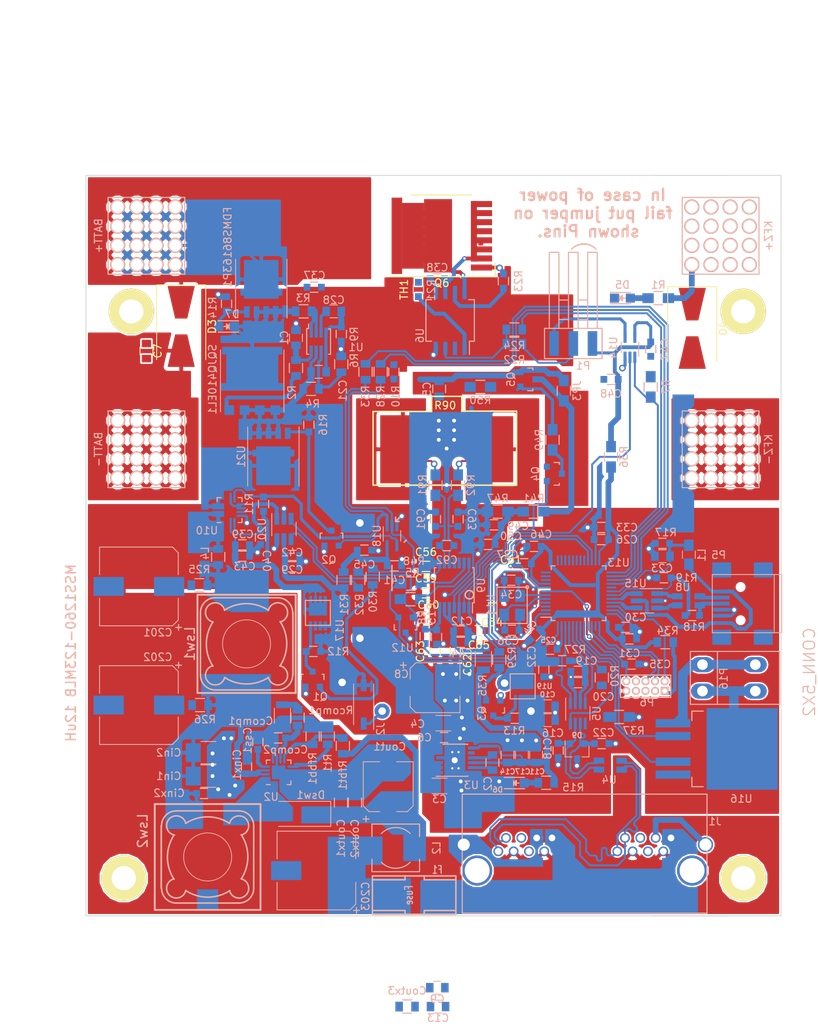
<source format=kicad_pcb>
(kicad_pcb (version 4) (host pcbnew 4.0.7-e0-6372~58~ubuntu16.10.1)
  (layers (0 F.Cu signal) (1 In1.Cu jumper) (2 In2.Cu jumper) (31 B.Cu signal) (34 B.Paste user) (35 F.Paste user) (36 B.SilkS user) (37 F.SilkS user) (38 B.Mask user) (39 F.Mask user) (44 Edge.Cuts user))
  (net 0 "")
  (net 1 "Net-(P16-Pad1)")
  (net 2 "Net-(P16-Pad2)")
  (net 3 SDA2)
  (net 4 SCL2)
  (net 5 KFZOUT)
  (net 6 BATT-)
  (net 7 KFZ-)
  (net 8 BATT+)
  (net 9 BATSENSE)
  (net 10 "Net-(R48-Pad2)")
  (net 11 SENSE_ENABLE)
  (net 12 "Net-(Q4-Pad3)")
  (net 13 "Net-(Q5-Pad1)")
  (net 14 "Net-(JP3-Pad2)")
  (net 15 CALVINSHIELD)
  (net 16 "Net-(D5-Pad2)")
  (net 17 "Net-(D6-Pad2)")
  (net 18 "Net-(D7-Pad2)")
  (net 19 "Net-(R5-Pad2)")
  (net 20 BTS_CTRL_SIGNAL)
  (net 21 BTS_MCU_SIGNAL)
  (net 22 ALARM)
  (net 23 "Net-(Q3-Pad3)")
  (net 24 +3V3)
  (net 25 "Net-(C2-Pad1)")
  (net 26 "Net-(C2-Pad2)")
  (net 27 24VVIN)
  (net 28 ECANV+)
  (net 29 "Net-(C18-Pad1)")
  (net 30 "Net-(C22-Pad1)")
  (net 31 USBCONNECTED)
  (net 32 "Net-(C34-Pad2)")
  (net 33 EXTRESET)
  (net 34 "Net-(C36-Pad2)")
  (net 35 "Net-(Ccomp1-Pad1)")
  (net 36 "Net-(Ccomp2-Pad1)")
  (net 37 24VPREDIODE)
  (net 38 "Net-(Css1-Pad1)")
  (net 39 GND)
  (net 40 ECANH)
  (net 41 ECANL)
  (net 42 CANSHLD)
  (net 43 USBVCC)
  (net 44 "Net-(P5-Pad2)")
  (net 45 "Net-(P5-Pad3)")
  (net 46 SWCLK)
  (net 47 SWO)
  (net 48 SWDIO)
  (net 49 "Net-(R3-Pad1)")
  (net 50 DISCONNECT)
  (net 51 "Net-(R20-Pad2)")
  (net 52 BTS_SWITCH)
  (net 53 "Net-(Rfbb1-Pad1)")
  (net 54 "Net-(Rt1-Pad1)")
  (net 55 CANTX)
  (net 56 CANRX)
  (net 57 CANSLEEP)
  (net 58 USBD+)
  (net 59 USBD-)
  (net 60 BTS_STATUS)
  (net 61 "Net-(R21-Pad2)")
  (net 62 "Net-(R22-Pad1)")
  (net 63 "Net-(TH1-Pad1)")
  (net 64 POWERGATE)
  (net 65 "Net-(R23-Pad2)")
  (net 66 "Net-(C91-Pad2)")
  (net 67 "Net-(C92-Pad2)")
  (net 68 "Net-(C201-Pad1)")
  (net 69 "Net-(C202-Pad1)")
  (net 70 30V)
  (net 71 SMPS_EN)
  (net 72 "Net-(C21-Pad2)")
  (net 73 "Net-(C28-Pad2)")
  (net 74 "Net-(C38-Pad2)")
  (net 75 "Net-(C40-Pad1)")
  (net 76 TO_SMPS)
  (net 77 "Net-(P1-Pad3)")
  (net 78 "Net-(Q1-Pad3)")
  (net 79 "Net-(Q2-Pad1)")
  (net 80 "Net-(R2-Pad2)")
  (net 81 "Net-(R4-Pad1)")
  (net 82 OV_CURRENT)
  (net 83 TO_CURRENT_SENSOR)
  (net 84 USBD-OUT)
  (net 85 USBD+OUT)
  (net 86 "Net-(Q2-Pad3)")
  (net 87 "Net-(C19-Pad2)")
  (net 88 BTS_DIAG_SIGNAL)
  (net 89 PI-OUT)
  (net 90 SW_NODE)
  (net 91 PI-IN)
  (net 92 "Net-(R28-Pad2)")
  (net 93 "Net-(C12-Pad1)")
  (net 94 3VOUT)
  (net 95 "Net-(Q3-Pad1)")
  (net 96 "Net-(C41-Pad1)")
  (net 97 "Net-(Q1-Pad1)")
  (net 98 "Net-(R32-Pad2)")
  (net 99 "Net-(R33-Pad2)")
  (net 100 "Net-(P6-Pad1)")
  (net 101 3V3_3)
  (net 102 VSMPS)
  (net 103 PREFUSE)
  (net 104 +2V5)
  (net 105 "Net-(C1-Pad1)")
  (module Housings_SOIC:SO-8_5.3x6.2mm_Pitch1.27mm (layer B.Cu) (at 113.2 40.2 90)
    (fp_text reference U6 (at -2 -4 90) (layer B.SilkS) (effects (justify mirror)))
    (fp_text value AUIR3200S)
    (pad 1 smd rect (at -3.7 1.905 90) (size 1.75 0.55) (layers B.Cu B.Paste B.Mask) (net 61 "Net-(R21-Pad2)"))
    (pad 2 smd rect (at -3.7 0.635 90) (size 1.75 0.55) (layers B.Cu B.Paste B.Mask) (net 63 "Net-(TH1-Pad1)"))
    (pad 3 smd rect (at -3.7 -0.635 90) (size 1.75 0.55) (layers B.Cu B.Paste B.Mask) (net 62 "Net-(R22-Pad1)"))
    (pad 4 smd rect (at -3.7 -1.905 90) (size 1.75 0.55) (layers B.Cu B.Paste B.Mask) (net 7 KFZ-))
    (pad 5 smd rect (at 3.7 -1.905 90) (size 1.75 0.55) (layers B.Cu B.Paste B.Mask) (net 74 "Net-(C38-Pad2)"))
    (pad 6 smd rect (at 3.7 -0.635 90) (size 1.75 0.55) (layers B.Cu B.Paste B.Mask) (net 5 KFZOUT))
    (pad 7 smd rect (at 3.7 0.635 90) (size 1.75 0.55) (layers B.Cu B.Paste B.Mask) (net 65 "Net-(R23-Pad2)"))
    (pad 8 smd rect (at 3.7 1.905 90) (size 1.75 0.55) (layers B.Cu B.Paste B.Mask) (net 8 BATT+))
  )
  (module TO_SOT_Packages_SMD:SOT-23 (layer B.Cu) (at 123.5 48 90)
    (fp_text reference Q5 (at 0 -2.25 90) (layer B.SilkS) (effects (justify mirror)))
    (fp_text value BSS84)
    (pad 1 smd rect (at -0.95 -1.00076 90) (size 0.8001 0.8001) (layers B.Cu B.Paste B.Mask) (net 13 "Net-(Q5-Pad1)"))
    (pad 2 smd rect (at 0.95 -1.00076 90) (size 0.8001 0.8001) (layers B.Cu B.Paste B.Mask) (net 27 24VVIN))
    (pad 3 smd rect (at 0 0.99822 90) (size 0.8001 0.8001) (layers B.Cu B.Paste B.Mask) (net 14 "Net-(JP3-Pad2)"))
  )
  (module Resistors_SMD_Addons:R_0603_HandSolder (layer B.Cu) (at 88.5 64.5 270)
    (fp_text reference R11 (at 0 1.9 270) (layer B.SilkS) (effects (justify mirror)))
    (fp_text value 10K)
    (pad 1 smd rect (at -0.95 0 270) (size 0.9 0.9) (layers B.Cu B.Paste B.Mask) (net 82 OV_CURRENT))
    (pad 2 smd rect (at 0.95 0 270) (size 0.9 0.9) (layers B.Cu B.Paste B.Mask) (net 102 VSMPS))
  )
  (module Capacitors_SMD:CP_Elec_10x10.5 (layer B.Cu) (at 95.5 113 180)
    (fp_text reference C203 (at -6.5 -3.4 270) (layer B.SilkS) (effects (justify mirror)))
    (fp_text value 100uF)
    (fp_text user + (at -5.3 -5.2 180) (layer B.SilkS) (effects (justify mirror)))
    (pad 1 smd rect (at -4 0) (size 4 2.5) (layers B.Cu B.Paste B.Mask) (net 103 PREFUSE))
    (pad 2 smd rect (at 4 0) (size 4 2.5) (layers B.Cu B.Paste B.Mask) (net 7 KFZ-))
  )
  (module Connect_Addons:RJHSE538X-02-noled (layer B.Cu) (at 131 113 180)
    (fp_text reference J1 (at -17.25 6.5 180) (layer B.SilkS) (effects (justify mirror)))
    (fp_text value RJHSE-5380-02)
    (pad 9 thru_hole circle (at -4.325 2.54 180) (size 1.3 1.3) (drill 0.889) (layers *.Cu *.Mask) (net 40 ECANH))
    (pad 15 thru_hole circle (at -10.415 2.54 180) (size 1.3 1.3) (drill 0.889) (layers *.Cu *.Mask) (net 7 KFZ-))
    (pad 11 thru_hole circle (at -6.355 2.54 180) (size 1.3 1.3) (drill 0.889) (layers *.Cu *.Mask) (net 7 KFZ-))
    (pad 13 thru_hole circle (at -8.385 2.54 180) (size 1.3 1.3) (drill 0.889) (layers *.Cu *.Mask))
    (pad 10 thru_hole circle (at -5.345 4.32 180) (size 1.3 1.3) (drill 0.889) (layers *.Cu *.Mask) (net 41 ECANL))
    (pad 12 thru_hole circle (at -7.375 4.32 180) (size 1.3 1.3) (drill 0.889) (layers *.Cu *.Mask))
    (pad 14 thru_hole circle (at -9.405 4.32 180) (size 1.3 1.3) (drill 0.889) (layers *.Cu *.Mask) (net 42 CANSHLD))
    (pad 16 thru_hole circle (at -11.435 4.32 180) (size 1.3 1.3) (drill 0.889) (layers *.Cu *.Mask) (net 28 ECANV+))
    (pad "" np_thru_hole circle (at 14.225 0 180) (size 4 4) (drill 3.3) (layers *.Cu *.Mask))
    (pad 17 thru_hole circle (at -16 3.43 180) (size 2 2) (drill 1.6) (layers *.Cu *.Mask) (net 42 CANSHLD))
    (pad 8 thru_hole circle (at 4.315 4.32 180) (size 1.3 1.3) (drill 0.889) (layers *.Cu *.Mask) (net 28 ECANV+))
    (pad 6 thru_hole circle (at 6.345 4.32 180) (size 1.3 1.3) (drill 0.889) (layers *.Cu *.Mask) (net 42 CANSHLD))
    (pad 4 thru_hole circle (at 8.375 4.32 180) (size 1.3 1.3) (drill 0.889) (layers *.Cu *.Mask))
    (pad 2 thru_hole circle (at 10.405 4.32 180) (size 1.3 1.3) (drill 0.889) (layers *.Cu *.Mask) (net 41 ECANL))
    (pad 5 thru_hole circle (at 7.365 2.54 180) (size 1.3 1.3) (drill 0.889) (layers *.Cu *.Mask))
    (pad 3 thru_hole circle (at 9.395 2.54 180) (size 1.3 1.3) (drill 0.889) (layers *.Cu *.Mask) (net 7 KFZ-))
    (pad 7 thru_hole circle (at 5.335 2.54 180) (size 1.3 1.3) (drill 0.889) (layers *.Cu *.Mask) (net 7 KFZ-))
    (pad 1 thru_hole circle (at 11.425 2.54 180) (size 1.3 1.3) (drill 0.889) (layers *.Cu *.Mask) (net 40 ECANH))
    (pad "" np_thru_hole circle (at -14.225 0 180) (size 4 4) (drill 3.3) (layers *.Cu *.Mask))
    (pad 17 thru_hole circle (at 16 3.43 180) (size 2 2) (drill 1.6) (layers *.Cu *.Mask) (net 42 CANSHLD))
  )
  (module TO_SOT_Packages_SMD:SOT-23 (layer B.Cu) (at 97.5 69 180)
    (fp_text reference Q2 (at 0.3556 -2.8702 360) (layer B.SilkS) (effects (justify mirror)))
    (fp_text value 2N7002)
    (pad 1 smd rect (at -0.95 -1.00076 180) (size 0.8001 0.8001) (layers B.Cu B.Paste B.Mask) (net 79 "Net-(Q2-Pad1)"))
    (pad 2 smd rect (at 0.95 -1.00076 180) (size 0.8001 0.8001) (layers B.Cu B.Paste B.Mask) (net 7 KFZ-))
    (pad 3 smd rect (at 0 0.99822 180) (size 0.8001 0.8001) (layers B.Cu B.Paste B.Mask) (net 86 "Net-(Q2-Pad3)"))
  )
  (module Housings_SSOP:TSSOP-14_4.4x5mm_Pitch0.65mm (layer B.Cu) (at 113.751 75.2475 90)
    (fp_text reference U9 (at 0 3.55 90) (layer B.SilkS) (effects (justify mirror)))
    (fp_text value BQ34Z100-G1)
    (pad 1 smd rect (at -2.95 1.95 90) (size 1.45 0.45) (layers B.Cu B.Paste B.Mask) (net 22 ALARM))
    (pad 2 smd rect (at -2.95 1.3 90) (size 1.45 0.45) (layers B.Cu B.Paste B.Mask) (net 11 SENSE_ENABLE))
    (pad 3 smd rect (at -2.95 0.65 90) (size 1.45 0.45) (layers B.Cu B.Paste B.Mask) (net 15 CALVINSHIELD))
    (pad 4 smd rect (at -2.95 0 90) (size 1.45 0.45) (layers B.Cu B.Paste B.Mask) (net 9 BATSENSE))
    (pad 5 smd rect (at -2.95 -0.65 90) (size 1.45 0.45) (layers B.Cu B.Paste B.Mask) (net 93 "Net-(C12-Pad1)"))
    (pad 6 smd rect (at -2.95 -1.3 90) (size 1.45 0.45) (layers B.Cu B.Paste B.Mask) (net 93 "Net-(C12-Pad1)"))
    (pad 7 smd rect (at -2.95 -1.95 90) (size 1.45 0.45) (layers B.Cu B.Paste B.Mask) (net 104 +2V5))
    (pad 8 smd rect (at 2.95 -1.95 90) (size 1.45 0.45) (layers B.Cu B.Paste B.Mask) (net 15 CALVINSHIELD))
    (pad 9 smd rect (at 2.95 -1.3 90) (size 1.45 0.45) (layers B.Cu B.Paste B.Mask) (net 66 "Net-(C91-Pad2)"))
    (pad 10 smd rect (at 2.95 -0.65 90) (size 1.45 0.45) (layers B.Cu B.Paste B.Mask) (net 67 "Net-(C92-Pad2)"))
    (pad 11 smd rect (at 2.95 0 90) (size 1.45 0.45) (layers B.Cu B.Paste B.Mask))
    (pad 12 smd rect (at 2.95 0.65 90) (size 1.45 0.45) (layers B.Cu B.Paste B.Mask))
    (pad 13 smd rect (at 2.95 1.3 90) (size 1.45 0.45) (layers B.Cu B.Paste B.Mask) (net 10 "Net-(R48-Pad2)"))
    (pad 14 smd rect (at 2.95 1.95 90) (size 1.45 0.45) (layers B.Cu B.Paste B.Mask) (net 19 "Net-(R5-Pad2)"))
  )
  (module drillhole:hole (layer F.Cu) (at 152 114)
    (fp_text reference P10 (at 0 0) (layer F.SilkS))
    (fp_text value P10 (at 0 0) (layer F.SilkS))
    (pad "" np_thru_hole circle (at 0 0) (size 6 6) (drill 3.2) (layers *.Cu *.Mask F.SilkS))
  )
  (module drillhole:hole (layer F.Cu) (at 71 39)
    (fp_text reference P21 (at 0 0) (layer F.SilkS))
    (fp_text value P21 (at 0 0) (layer F.SilkS))
    (pad "" np_thru_hole circle (at 0 0) (size 6 6) (drill 3.2) (layers *.Cu *.Mask F.SilkS))
  )
  (module drillhole:hole (layer F.Cu) (at 152 39)
    (fp_text reference P22 (at 0 0) (layer F.SilkS))
    (fp_text value P22 (at 0 0) (layer F.SilkS))
    (pad "" np_thru_hole circle (at 0 0) (size 6 6) (drill 3.2) (layers *.Cu *.Mask F.SilkS))
  )
  (module drillhole:hole (layer F.Cu) (at 70 114)
    (fp_text reference P24 (at 0 0) (layer F.SilkS))
    (fp_text value P24 (at 0 0) (layer F.SilkS))
    (pad "" np_thru_hole circle (at 0 0) (size 6 6) (drill 3.2) (layers *.Cu *.Mask F.SilkS))
  )
  (module TO_SOT_Packages_SMD:SOT-23 (layer B.Cu) (at 95 87.675 180)
    (fp_text reference Q1 (at -1 -2.325 180) (layer B.SilkS) (effects (justify mirror)))
    (fp_text value 2N7002)
    (pad 1 smd rect (at -0.95 -1.00076 180) (size 0.8001 0.8001) (layers B.Cu B.Paste B.Mask) (net 97 "Net-(Q1-Pad1)"))
    (pad 2 smd rect (at 0.95 -1.00076 180) (size 0.8001 0.8001) (layers B.Cu B.Paste B.Mask) (net 7 KFZ-))
    (pad 3 smd rect (at 0 0.99822 180) (size 0.8001 0.8001) (layers B.Cu B.Paste B.Mask) (net 78 "Net-(Q1-Pad3)"))
  )
  (module Resistors_SMD:R_0805_HandSoldering (layer B.Cu) (at 135.575 92.675)
    (fp_text reference R37 (at 1.925 1.825) (layer B.SilkS) (effects (justify mirror)))
    (fp_text value 10K)
    (pad 1 smd rect (at -1.35 0) (size 1.5 1.3) (layers B.Cu B.Paste B.Mask) (net 52 BTS_SWITCH))
    (pad 2 smd rect (at 1.35 0) (size 1.5 1.3) (layers B.Cu B.Paste B.Mask) (net 7 KFZ-))
  )
  (module Connect_Addons:WE_threaded_shank_M5_160A (layer B.Cu) (at 73 29 90)
    (fp_text reference BATT+1)
    (fp_text value BATT+ (at 0 -6.35 90) (layer B.SilkS) (effects (justify mirror)))
    (pad 1 thru_hole circle (at 3.81 1.27 90) (size 2 2) (drill 1.6) (layers *.Cu *.Mask B.SilkS) (net 8 BATT+))
    (pad 1 thru_hole circle (at 3.81 -1.27 90) (size 2 2) (drill 1.6) (layers *.Cu *.Mask B.SilkS) (net 8 BATT+))
    (pad 1 thru_hole circle (at 3.81 -3.81 90) (size 2 2) (drill 1.6) (layers *.Cu *.Mask B.SilkS) (net 8 BATT+))
    (pad 1 thru_hole circle (at 1.27 -3.81 90) (size 2 2) (drill 1.6) (layers *.Cu *.Mask B.SilkS) (net 8 BATT+))
    (pad 1 thru_hole circle (at -1.27 -3.81 90) (size 2 2) (drill 1.6) (layers *.Cu *.Mask B.SilkS) (net 8 BATT+))
    (pad 1 thru_hole circle (at -3.81 1.27 90) (size 2 2) (drill 1.6) (layers *.Cu *.Mask B.SilkS) (net 8 BATT+))
    (pad 1 thru_hole circle (at -3.81 -1.27 90) (size 2 2) (drill 1.6) (layers *.Cu *.Mask B.SilkS) (net 8 BATT+))
    (pad 1 thru_hole circle (at -3.81 -3.81 90) (size 2 2) (drill 1.6) (layers *.Cu *.Mask B.SilkS) (net 8 BATT+))
    (pad 1 thru_hole circle (at -3.81 3.81 90) (size 2 2) (drill 1.6) (layers *.Cu *.Mask B.SilkS) (net 8 BATT+))
    (pad 1 thru_hole circle (at 3.81 3.81 90) (size 2 2) (drill 1.6) (layers *.Cu *.Mask B.SilkS) (net 8 BATT+))
    (pad 1 thru_hole circle (at 1.27 3.81 90) (size 2 2) (drill 1.6) (layers *.Cu *.Mask B.SilkS) (net 8 BATT+))
    (pad 1 thru_hole circle (at 1.27 1.27 90) (size 2 2) (drill 1.6) (layers *.Cu *.Mask B.SilkS) (net 8 BATT+))
    (pad 1 thru_hole circle (at 1.27 -1.27 90) (size 2 2) (drill 1.6) (layers *.Cu *.Mask B.SilkS) (net 8 BATT+))
    (pad 1 thru_hole circle (at -1.27 3.81 90) (size 2 2) (drill 1.6) (layers *.Cu *.Mask B.SilkS) (net 8 BATT+))
    (pad 1 thru_hole circle (at -1.27 1.27 90) (size 2 2) (drill 1.6) (layers *.Cu *.Mask B.SilkS) (net 8 BATT+))
    (pad 1 thru_hole circle (at -1.27 -1.27 90) (size 2 2) (drill 1.6) (layers *.Cu *.Mask B.SilkS) (net 8 BATT+))
  )
  (module Connect_Addons:WE_threaded_shank_M5_160A (layer B.Cu) (at 73 57.25 90)
    (fp_text reference BATT-1)
    (fp_text value BATT- (at 0 -6.35 90) (layer B.SilkS) (effects (justify mirror)))
    (pad 1 thru_hole circle (at 3.81 1.27 90) (size 2 2) (drill 1.6) (layers *.Cu *.Mask B.SilkS) (net 6 BATT-))
    (pad 1 thru_hole circle (at 3.81 -1.27 90) (size 2 2) (drill 1.6) (layers *.Cu *.Mask B.SilkS) (net 6 BATT-))
    (pad 1 thru_hole circle (at 3.81 -3.81 90) (size 2 2) (drill 1.6) (layers *.Cu *.Mask B.SilkS) (net 6 BATT-))
    (pad 1 thru_hole circle (at 1.27 -3.81 90) (size 2 2) (drill 1.6) (layers *.Cu *.Mask B.SilkS) (net 6 BATT-))
    (pad 1 thru_hole circle (at -1.27 -3.81 90) (size 2 2) (drill 1.6) (layers *.Cu *.Mask B.SilkS) (net 6 BATT-))
    (pad 1 thru_hole circle (at -3.81 1.27 90) (size 2 2) (drill 1.6) (layers *.Cu *.Mask B.SilkS) (net 6 BATT-))
    (pad 1 thru_hole circle (at -3.81 -1.27 90) (size 2 2) (drill 1.6) (layers *.Cu *.Mask B.SilkS) (net 6 BATT-))
    (pad 1 thru_hole circle (at -3.81 -3.81 90) (size 2 2) (drill 1.6) (layers *.Cu *.Mask B.SilkS) (net 6 BATT-))
    (pad 1 thru_hole circle (at -3.81 3.81 90) (size 2 2) (drill 1.6) (layers *.Cu *.Mask B.SilkS) (net 6 BATT-))
    (pad 1 thru_hole circle (at 3.81 3.81 90) (size 2 2) (drill 1.6) (layers *.Cu *.Mask B.SilkS) (net 6 BATT-))
    (pad 1 thru_hole circle (at 1.27 3.81 90) (size 2 2) (drill 1.6) (layers *.Cu *.Mask B.SilkS) (net 6 BATT-))
    (pad 1 thru_hole circle (at 1.27 1.27 90) (size 2 2) (drill 1.6) (layers *.Cu *.Mask B.SilkS) (net 6 BATT-))
    (pad 1 thru_hole circle (at 1.27 -1.27 90) (size 2 2) (drill 1.6) (layers *.Cu *.Mask B.SilkS) (net 6 BATT-))
    (pad 1 thru_hole circle (at -1.27 3.81 90) (size 2 2) (drill 1.6) (layers *.Cu *.Mask B.SilkS) (net 6 BATT-))
    (pad 1 thru_hole circle (at -1.27 1.27 90) (size 2 2) (drill 1.6) (layers *.Cu *.Mask B.SilkS) (net 6 BATT-))
    (pad 1 thru_hole circle (at -1.27 -1.27 90) (size 2 2) (drill 1.6) (layers *.Cu *.Mask B.SilkS) (net 6 BATT-))
  )
  (module Connect_Addons:WE_threaded_shank_M5_160A (layer B.Cu) (at 149 29 270)
    (fp_text reference KFZ+1)
    (fp_text value KFZ+ (at 0 -6.35 270) (layer B.SilkS) (effects (justify mirror)))
    (pad 1 thru_hole circle (at 3.81 1.27 270) (size 2 2) (drill 1.6) (layers *.Cu *.Mask B.SilkS) (net 5 KFZOUT))
    (pad 1 thru_hole circle (at 3.81 -1.27 270) (size 2 2) (drill 1.6) (layers *.Cu *.Mask B.SilkS) (net 5 KFZOUT))
    (pad 1 thru_hole circle (at 3.81 -3.81 270) (size 2 2) (drill 1.6) (layers *.Cu *.Mask B.SilkS) (net 5 KFZOUT))
    (pad 1 thru_hole circle (at 1.27 -3.81 270) (size 2 2) (drill 1.6) (layers *.Cu *.Mask B.SilkS) (net 5 KFZOUT))
    (pad 1 thru_hole circle (at -1.27 -3.81 270) (size 2 2) (drill 1.6) (layers *.Cu *.Mask B.SilkS) (net 5 KFZOUT))
    (pad 1 thru_hole circle (at -3.81 1.27 270) (size 2 2) (drill 1.6) (layers *.Cu *.Mask B.SilkS) (net 5 KFZOUT))
    (pad 1 thru_hole circle (at -3.81 -1.27 270) (size 2 2) (drill 1.6) (layers *.Cu *.Mask B.SilkS) (net 5 KFZOUT))
    (pad 1 thru_hole circle (at -3.81 -3.81 270) (size 2 2) (drill 1.6) (layers *.Cu *.Mask B.SilkS) (net 5 KFZOUT))
    (pad 1 thru_hole circle (at -3.81 3.81 270) (size 2 2) (drill 1.6) (layers *.Cu *.Mask B.SilkS) (net 5 KFZOUT))
    (pad 1 thru_hole circle (at 3.81 3.81 270) (size 2 2) (drill 1.6) (layers *.Cu *.Mask B.SilkS) (net 5 KFZOUT))
    (pad 1 thru_hole circle (at 1.27 3.81 270) (size 2 2) (drill 1.6) (layers *.Cu *.Mask B.SilkS) (net 5 KFZOUT))
    (pad 1 thru_hole circle (at 1.27 1.27 270) (size 2 2) (drill 1.6) (layers *.Cu *.Mask B.SilkS) (net 5 KFZOUT))
    (pad 1 thru_hole circle (at 1.27 -1.27 270) (size 2 2) (drill 1.6) (layers *.Cu *.Mask B.SilkS) (net 5 KFZOUT))
    (pad 1 thru_hole circle (at -1.27 3.81 270) (size 2 2) (drill 1.6) (layers *.Cu *.Mask B.SilkS) (net 5 KFZOUT))
    (pad 1 thru_hole circle (at -1.27 1.27 270) (size 2 2) (drill 1.6) (layers *.Cu *.Mask B.SilkS) (net 5 KFZOUT))
    (pad 1 thru_hole circle (at -1.27 -1.27 270) (size 2 2) (drill 1.6) (layers *.Cu *.Mask B.SilkS) (net 5 KFZOUT))
  )
  (module Connect_Addons:WE_threaded_shank_M5_160A (layer B.Cu) (at 149 57.25 270)
    (fp_text reference KFZ-1)
    (fp_text value KFZ- (at 0 -6.35 270) (layer B.SilkS) (effects (justify mirror)))
    (pad 1 thru_hole circle (at 3.81 1.27 270) (size 2 2) (drill 1.6) (layers *.Cu *.Mask B.SilkS) (net 7 KFZ-))
    (pad 1 thru_hole circle (at 3.81 -1.27 270) (size 2 2) (drill 1.6) (layers *.Cu *.Mask B.SilkS) (net 7 KFZ-))
    (pad 1 thru_hole circle (at 3.81 -3.81 270) (size 2 2) (drill 1.6) (layers *.Cu *.Mask B.SilkS) (net 7 KFZ-))
    (pad 1 thru_hole circle (at 1.27 -3.81 270) (size 2 2) (drill 1.6) (layers *.Cu *.Mask B.SilkS) (net 7 KFZ-))
    (pad 1 thru_hole circle (at -1.27 -3.81 270) (size 2 2) (drill 1.6) (layers *.Cu *.Mask B.SilkS) (net 7 KFZ-))
    (pad 1 thru_hole circle (at -3.81 1.27 270) (size 2 2) (drill 1.6) (layers *.Cu *.Mask B.SilkS) (net 7 KFZ-))
    (pad 1 thru_hole circle (at -3.81 -1.27 270) (size 2 2) (drill 1.6) (layers *.Cu *.Mask B.SilkS) (net 7 KFZ-))
    (pad 1 thru_hole circle (at -3.81 -3.81 270) (size 2 2) (drill 1.6) (layers *.Cu *.Mask B.SilkS) (net 7 KFZ-))
    (pad 1 thru_hole circle (at -3.81 3.81 270) (size 2 2) (drill 1.6) (layers *.Cu *.Mask B.SilkS) (net 7 KFZ-))
    (pad 1 thru_hole circle (at 3.81 3.81 270) (size 2 2) (drill 1.6) (layers *.Cu *.Mask B.SilkS) (net 7 KFZ-))
    (pad 1 thru_hole circle (at 1.27 3.81 270) (size 2 2) (drill 1.6) (layers *.Cu *.Mask B.SilkS) (net 7 KFZ-))
    (pad 1 thru_hole circle (at 1.27 1.27 270) (size 2 2) (drill 1.6) (layers *.Cu *.Mask B.SilkS) (net 7 KFZ-))
    (pad 1 thru_hole circle (at 1.27 -1.27 270) (size 2 2) (drill 1.6) (layers *.Cu *.Mask B.SilkS) (net 7 KFZ-))
    (pad 1 thru_hole circle (at -1.27 3.81 270) (size 2 2) (drill 1.6) (layers *.Cu *.Mask B.SilkS) (net 7 KFZ-))
    (pad 1 thru_hole circle (at -1.27 1.27 270) (size 2 2) (drill 1.6) (layers *.Cu *.Mask B.SilkS) (net 7 KFZ-))
    (pad 1 thru_hole circle (at -1.27 -1.27 270) (size 2 2) (drill 1.6) (layers *.Cu *.Mask B.SilkS) (net 7 KFZ-))
  )
  (module Capacitors_SMD:C_0805 (layer B.Cu) (at 120.8 97.7 270)
    (fp_text reference C14 (at 2.2 0 360) (layer B.SilkS) (effects (font (size 0.7 0.7)) (justify mirror)))
    (fp_text value 10uF)
    (pad 1 smd rect (at -1 0 270) (size 1 1.25) (layers B.Cu B.Paste B.Mask) (net 7 KFZ-))
    (pad 2 smd rect (at 1 0 270) (size 1 1.25) (layers B.Cu B.Paste B.Mask) (net 94 3VOUT))
  )
  (module Connect_Addons:weidmueller_2 (layer B.Cu) (at 146.6 87.5 270)
    (fp_text reference P16 (at 0.0902 -2.8126 270) (layer B.SilkS) (effects (justify mirror)))
    (fp_text value CONN_01X02)
    (pad 2 thru_hole oval (at 1.75 -7 270) (size 2 3.01498) (drill 1.4) (layers *.Cu *.Mask) (net 2 "Net-(P16-Pad2)"))
    (pad 1 thru_hole oval (at -1.75 -7 270) (size 2 3.01498) (drill 1.4) (layers *.Cu *.Mask) (net 1 "Net-(P16-Pad1)"))
    (pad 1 thru_hole oval (at -1.75 0 270) (size 2 3.01498) (drill 1.4) (layers *.Cu *.Mask) (net 1 "Net-(P16-Pad1)"))
    (pad 2 thru_hole oval (at 1.75 0 270) (size 2 3.01498) (drill 1.4) (layers *.Cu *.Mask) (net 2 "Net-(P16-Pad2)"))
  )
  (module Resistors_SMD:R_0805_HandSoldering (layer B.Cu) (at 124.25 65.5 180)
    (fp_text reference R41 (at 0 1.75 180) (layer B.SilkS) (effects (justify mirror)))
    (fp_text value 300K)
    (pad 1 smd rect (at -1.35 0 180) (size 1.5 1.3) (layers B.Cu B.Paste B.Mask) (net 14 "Net-(JP3-Pad2)"))
    (pad 2 smd rect (at 1.35 0 180) (size 1.5 1.3) (layers B.Cu B.Paste B.Mask) (net 9 BATSENSE))
  )
  (module Resistors_SMD:R_0805_HandSoldering (layer B.Cu) (at 119.5 65.5 180)
    (fp_text reference R47 (at 0 1.75 180) (layer B.SilkS) (effects (justify mirror)))
    (fp_text value 16K5)
    (pad 1 smd rect (at -1.35 0 180) (size 1.5 1.3) (layers B.Cu B.Paste B.Mask) (net 9 BATSENSE))
    (pad 2 smd rect (at 1.35 0 180) (size 1.5 1.3) (layers B.Cu B.Paste B.Mask) (net 15 CALVINSHIELD))
  )
  (module Resistors_SMD:R_0805_HandSoldering (layer B.Cu) (at 108.00644 75.02052)
    (fp_text reference R48 (at 0.39356 -2.97052) (layer B.SilkS) (effects (justify mirror)))
    (fp_text value 100R)
    (pad 1 smd rect (at -1.35 0) (size 1.5 1.3) (layers B.Cu B.Paste B.Mask) (net 4 SCL2))
    (pad 2 smd rect (at 1.35 0) (size 1.5 1.3) (layers B.Cu B.Paste B.Mask) (net 10 "Net-(R48-Pad2)"))
  )
  (module TO_SOT_Packages_SMD:SOT-23 (layer B.Cu) (at 107.3 80.5)
    (fp_text reference U12 (at -0.39024 3.01768 180) (layer B.SilkS) (effects (justify mirror)))
    (fp_text value AZ23c5v6)
    (pad 1 smd rect (at -0.95 -1.00076) (size 0.8001 0.8001) (layers B.Cu B.Paste B.Mask) (net 4 SCL2))
    (pad 2 smd rect (at 0.95 -1.00076) (size 0.8001 0.8001) (layers B.Cu B.Paste B.Mask) (net 3 SDA2))
    (pad 3 smd rect (at 0 0.99822) (size 0.8001 0.8001) (layers B.Cu B.Paste B.Mask) (net 7 KFZ-))
  )
  (module TO_SOT_Packages_SMD:SOT-23 (layer B.Cu) (at 127 60.5 90)
    (fp_text reference Q4 (at 0 -2.5 90) (layer B.SilkS) (effects (justify mirror)))
    (fp_text value 2N7002)
    (pad 1 smd rect (at -0.95 -1.00076 90) (size 0.8001 0.8001) (layers B.Cu B.Paste B.Mask) (net 11 SENSE_ENABLE))
    (pad 2 smd rect (at 0.95 -1.00076 90) (size 0.8001 0.8001) (layers B.Cu B.Paste B.Mask) (net 15 CALVINSHIELD))
    (pad 3 smd rect (at 0 0.99822 90) (size 0.8001 0.8001) (layers B.Cu B.Paste B.Mask) (net 12 "Net-(Q4-Pad3)"))
  )
  (module Resistors_SMD:R_0805_HandSoldering (layer B.Cu) (at 126.75 56 90)
    (fp_text reference R49 (at 0 -1.75 90) (layer B.SilkS) (effects (justify mirror)))
    (fp_text value 169K)
    (pad 1 smd rect (at -1.35 0 90) (size 1.5 1.3) (layers B.Cu B.Paste B.Mask) (net 12 "Net-(Q4-Pad3)"))
    (pad 2 smd rect (at 1.35 0 90) (size 1.5 1.3) (layers B.Cu B.Paste B.Mask) (net 13 "Net-(Q5-Pad1)"))
  )
  (module Resistors_SMD:R_0805_HandSoldering (layer B.Cu) (at 117.2 49 180)
    (fp_text reference R50 (at 0 -1.75 180) (layer B.SilkS) (effects (justify mirror)))
    (fp_text value 100K)
    (pad 1 smd rect (at -1.35 0 180) (size 1.5 1.3) (layers B.Cu B.Paste B.Mask) (net 13 "Net-(Q5-Pad1)"))
    (pad 2 smd rect (at 1.35 0 180) (size 1.5 1.3) (layers B.Cu B.Paste B.Mask) (net 27 24VVIN))
  )
  (module Resistors_SMD:R_0805_HandSoldering (layer B.Cu) (at 128.25 49.5 270)
    (fp_text reference JP3 (at 0 -1.75 270) (layer B.SilkS) (effects (justify mirror)))
    (fp_text value Jumper_NO_Small)
    (pad 1 smd rect (at -1.35 0 270) (size 1.5 1.3) (layers B.Cu B.Paste B.Mask) (net 27 24VVIN))
    (pad 2 smd rect (at 1.35 0 270) (size 1.5 1.3) (layers B.Cu B.Paste B.Mask) (net 14 "Net-(JP3-Pad2)"))
  )
  (module NetTie02_smd:NetTie0.4mmSMD (layer F.Cu) (at 110.6455 57.2075 180)
    (fp_text reference JP2)
    (fp_text value Jumper_NC_Small)
    (pad 1 smd rect (at -0.4 0 180) (size 1.5 0.4) (layers F.Cu F.Paste F.Mask) (net 15 CALVINSHIELD))
    (pad 2 smd rect (at 0.4 0 180) (size 1.5 0.4) (layers F.Cu F.Paste F.Mask) (net 6 BATT-))
  )
  (module LEDs:LED_0805 (layer B.Cu) (at 136 37.25)
    (fp_text reference D5 (at 0 -1.75) (layer B.SilkS) (effects (justify mirror)))
    (fp_text value BLUE)
    (pad 2 smd rect (at 1.04902 0 180) (size 1.19888 1.19888) (layers B.Cu B.Paste B.Mask) (net 16 "Net-(D5-Pad2)"))
    (pad 1 smd rect (at -1.04902 0 180) (size 1.19888 1.19888) (layers B.Cu B.Paste B.Mask) (net 39 GND))
  )
  (module LEDs:LED_0805 (layer B.Cu) (at 121.96 101.42)
    (fp_text reference D6 (at -2.46 0.88 180) (layer B.SilkS) (effects (font (size 0.7 0.7)) (justify mirror)))
    (fp_text value RED)
    (pad 2 smd rect (at 1.04902 0 180) (size 1.19888 1.19888) (layers B.Cu B.Paste B.Mask) (net 17 "Net-(D6-Pad2)"))
    (pad 1 smd rect (at -1.04902 0 180) (size 1.19888 1.19888) (layers B.Cu B.Paste B.Mask) (net 7 KFZ-))
  )
  (module LEDs:LED_0805 (layer B.Cu) (at 83.6 41 180)
    (fp_text reference D7 (at -0.74968 1.64132 180) (layer B.SilkS) (effects (justify mirror)))
    (fp_text value BZG03C15TR)
    (pad 2 smd rect (at 1.04902 0) (size 1.19888 1.19888) (layers B.Cu B.Paste B.Mask) (net 18 "Net-(D7-Pad2)"))
    (pad 1 smd rect (at -1.04902 0) (size 1.19888 1.19888) (layers B.Cu B.Paste B.Mask) (net 37 24VPREDIODE))
  )
  (module Connect_Addons:SMD_PIN_HEADER_01x03_angled (layer B.Cu) (at 129.5 43.25 180)
    (fp_text reference P1 (at -1.3 -2.95 180) (layer B.SilkS) (effects (justify mirror)))
    (fp_text value CONN_01X03)
    (pad 3 smd rect (at 2.54 0 180) (size 1.27 3.27) (layers B.Cu B.Paste B.Mask) (net 77 "Net-(P1-Pad3)"))
    (pad 2 smd rect (at 0 0 180) (size 1.27 3.27) (layers B.Cu B.Paste B.Mask) (net 20 BTS_CTRL_SIGNAL))
    (pad 1 smd rect (at -2.54 0 180) (size 1.27 3.27) (layers B.Cu B.Paste B.Mask) (net 101 3V3_3))
  )
  (module Resistors_SMD:R_0805_HandSoldering (layer B.Cu) (at 140.75 37.25 180)
    (fp_text reference R1 (at 0 1.75 180) (layer B.SilkS) (effects (justify mirror)))
    (fp_text value 680R)
    (pad 1 smd rect (at -1.35 0 180) (size 1.5 1.3) (layers B.Cu B.Paste B.Mask) (net 5 KFZOUT))
    (pad 2 smd rect (at 1.35 0 180) (size 1.5 1.3) (layers B.Cu B.Paste B.Mask) (net 16 "Net-(D5-Pad2)"))
  )
  (module TO-252-4:TO-263-4Lead (layer B.Cu) (at 142.7 96.9)
    (fp_text reference U16 (at 9.05 6.6) (layer B.SilkS) (effects (justify mirror)))
    (fp_text value BTS410)
    (pad 5 smd rect (at 0 -3.4) (size 4.6 1.1) (layers B.Cu B.Paste B.Mask) (net 1 "Net-(P16-Pad1)"))
    (pad 4 smd rect (at 0 -1.7) (size 4.6 1.1) (layers B.Cu B.Paste B.Mask) (net 60 BTS_STATUS))
    (pad 2 smd rect (at 0 1.7) (size 4.6 1.1) (layers B.Cu B.Paste B.Mask) (net 52 BTS_SWITCH))
    (pad 3 smd rect (at 9.15 0) (size 9.4 10.8) (layers B.Cu B.Paste B.Mask) (net 2 "Net-(P16-Pad2)"))
    (pad 1 smd rect (at 0 3.4) (size 4.6 1.1) (layers B.Cu B.Paste B.Mask) (net 39 GND))
  )
  (module Resistors_SMD:R_0805_HandSoldering (layer B.Cu) (at 107.95564 77.08808)
    (fp_text reference R5 (at 0.24436 -3.53808) (layer B.SilkS) (effects (justify mirror)))
    (fp_text value 100R)
    (pad 1 smd rect (at -1.35 0) (size 1.5 1.3) (layers B.Cu B.Paste B.Mask) (net 3 SDA2))
    (pad 2 smd rect (at 1.35 0) (size 1.5 1.3) (layers B.Cu B.Paste B.Mask) (net 19 "Net-(R5-Pad2)"))
  )
  (module Capacitors_SMD:C_0805 (layer B.Cu) (at 118.8 98.7 270)
    (fp_text reference C2 (at 2.8 0.6 270) (layer B.SilkS) (effects (justify mirror)))
    (fp_text value "1uF 0805ZC105KAT2A")
    (pad 1 smd rect (at -1 0 270) (size 1 1.25) (layers B.Cu B.Paste B.Mask) (net 25 "Net-(C2-Pad1)"))
    (pad 2 smd rect (at 1 0 270) (size 1 1.25) (layers B.Cu B.Paste B.Mask) (net 26 "Net-(C2-Pad2)"))
  )
  (module Resistors_SMD:R_0805_HandSoldering (layer B.Cu) (at 139.75 49 270)
    (fp_text reference R7 (at 0 -2.032 270) (layer B.SilkS) (effects (justify mirror)))
    (fp_text value 10K)
    (pad 1 smd rect (at -1.35 0 270) (size 1.5 1.3) (layers B.Cu B.Paste B.Mask) (net 7 KFZ-))
    (pad 2 smd rect (at 1.35 0 270) (size 1.5 1.3) (layers B.Cu B.Paste B.Mask) (net 21 BTS_MCU_SIGNAL))
  )
  (module TO_SOT_Packages_SMD:SOT-23 (layer B.Cu) (at 118.9 91.5)
    (fp_text reference Q3 (at -1.5 0.7 90) (layer B.SilkS) (effects (justify mirror)))
    (fp_text value 2N7002)
    (pad 1 smd rect (at -0.95 -1.00076) (size 0.8001 0.8001) (layers B.Cu B.Paste B.Mask) (net 95 "Net-(Q3-Pad1)"))
    (pad 2 smd rect (at 0.95 -1.00076) (size 0.8001 0.8001) (layers B.Cu B.Paste B.Mask) (net 39 GND))
    (pad 3 smd rect (at 0 0.99822) (size 0.8001 0.8001) (layers B.Cu B.Paste B.Mask) (net 23 "Net-(Q3-Pad3)"))
  )
  (module Capacitors_SMD:C_0805 (layer B.Cu) (at 111.75 49.25 270)
    (fp_text reference C5 (at 0.05 1.6 270) (layer B.SilkS) (effects (justify mirror)))
    (fp_text value 100nF)
    (pad 1 smd rect (at -1 0 270) (size 1 1.25) (layers B.Cu B.Paste B.Mask) (net 27 24VVIN))
    (pad 2 smd rect (at 1 0 270) (size 1 1.25) (layers B.Cu B.Paste B.Mask) (net 15 CALVINSHIELD))
  )
  (module Capacitors_SMD:C_0805 (layer B.Cu) (at 92.78934 42.499138 90)
    (fp_text reference C1 (at -0.000862 -1.53934 270) (layer B.SilkS) (effects (justify mirror)))
    (fp_text value 2nF)
    (pad 1 smd rect (at -1 0 90) (size 1 1.25) (layers B.Cu B.Paste B.Mask) (net 105 "Net-(C1-Pad1)"))
    (pad 2 smd rect (at 1 0 90) (size 1 1.25) (layers B.Cu B.Paste B.Mask) (net 7 KFZ-))
  )
  (module Capacitors_SMD:C_1206 (layer B.Cu) (at 111.8 101.8)
    (fp_text reference C3 (at 0 1.75) (layer B.SilkS) (effects (justify mirror)))
    (fp_text value "4.7uF GRM31CR71H47")
    (pad 1 smd rect (at -1.5 0) (size 1 1.6) (layers B.Cu B.Paste B.Mask) (net 27 24VVIN))
    (pad 2 smd rect (at 1.5 0) (size 1 1.6) (layers B.Cu B.Paste B.Mask) (net 7 KFZ-))
  )
  (module Capacitors_SMD:C_1206 (layer B.Cu) (at 112.3 93.5)
    (fp_text reference C4 (at -3.4 0.1) (layer B.SilkS) (effects (justify mirror)))
    (fp_text value "4.7uF GRM31CR71H47")
    (pad 1 smd rect (at -1.5 0) (size 1 1.6) (layers B.Cu B.Paste B.Mask) (net 27 24VVIN))
    (pad 2 smd rect (at 1.5 0) (size 1 1.6) (layers B.Cu B.Paste B.Mask) (net 7 KFZ-))
  )
  (module Resistors_SMD_Addons:R_0603_HandSolder (layer B.Cu) (at 112.4 95.4)
    (fp_text reference C6 (at -2.6 0) (layer B.SilkS) (effects (justify mirror)))
    (fp_text value 100nF)
    (pad 1 smd rect (at -0.95 0) (size 0.9 0.9) (layers B.Cu B.Paste B.Mask) (net 27 24VVIN))
    (pad 2 smd rect (at 0.95 0) (size 0.9 0.9) (layers B.Cu B.Paste B.Mask) (net 7 KFZ-))
  )
  (module Capacitors_SMD:C_0805 (layer F.Cu) (at 73 44.25 270)
    (fp_text reference C7 (at 0 -1.5 270) (layer F.SilkS))
    (fp_text value "100pF 60V")
    (pad 1 smd rect (at -1 0 270) (size 1 1.25) (layers F.Cu F.Paste F.Mask) (net 8 BATT+))
    (pad 2 smd rect (at 1 0 270) (size 1 1.25) (layers F.Cu F.Paste F.Mask) (net 7 KFZ-))
  )
  (module Capacitors_SMD:CP_Elec_6.3x7.7 (layer B.Cu) (at 111.2 88.8)
    (fp_text reference C8 (at -4.45 -1.8) (layer B.SilkS) (effects (justify mirror)))
    (fp_text value 33uF)
    (fp_text user + (at -4.2 -3.05) (layer B.SilkS) (effects (justify mirror)))
    (pad 1 smd rect (at -2.7 0 180) (size 3.5 1.6) (layers B.Cu B.Paste B.Mask) (net 27 24VVIN))
    (pad 2 smd rect (at 2.7 0 180) (size 3.5 1.6) (layers B.Cu B.Paste B.Mask) (net 7 KFZ-))
  )
  (module Capacitors_SMD:C_0805 (layer B.Cu) (at 111.5 128.5)
    (fp_text reference C9 (at 0 1.5) (layer B.SilkS) (effects (justify mirror)))
    (fp_text value 10nF)
    (pad 1 smd rect (at -1 0) (size 1 1.25) (layers B.Cu B.Paste B.Mask) (net 94 3VOUT))
    (pad 2 smd rect (at 1 0) (size 1 1.25) (layers B.Cu B.Paste B.Mask) (net 7 KFZ-))
  )
  (module Capacitors_SMD:C_0805 (layer B.Cu) (at 126.1 91.25)
    (fp_text reference C10 (at 0 -1.55) (layer B.SilkS) (effects (font (size 0.7 0.7)) (justify mirror)))
    (fp_text value 100nF)
    (pad 1 smd rect (at -1 0) (size 1 1.25) (layers B.Cu B.Paste B.Mask) (net 94 3VOUT))
    (pad 2 smd rect (at 1 0) (size 1 1.25) (layers B.Cu B.Paste B.Mask) (net 7 KFZ-))
  )
  (module Capacitors_SMD:C_0805 (layer B.Cu) (at 124.58 97.7 90)
    (fp_text reference C11 (at -2.2 0.12 180) (layer B.SilkS) (effects (font (size 0.7 0.7)) (justify mirror)))
    (fp_text value 1nF)
    (pad 1 smd rect (at -1 0 90) (size 1 1.25) (layers B.Cu B.Paste B.Mask) (net 94 3VOUT))
    (pad 2 smd rect (at 1 0 90) (size 1 1.25) (layers B.Cu B.Paste B.Mask) (net 7 KFZ-))
  )
  (module Capacitors_SMD:C_0805 (layer B.Cu) (at 111.6 131)
    (fp_text reference C13 (at 0 1.5) (layer B.SilkS) (effects (justify mirror)))
    (fp_text value "1uF GRM219R71E105KA88D")
    (pad 1 smd rect (at -1 0) (size 1 1.25) (layers B.Cu B.Paste B.Mask) (net 94 3VOUT))
    (pad 2 smd rect (at 1 0) (size 1 1.25) (layers B.Cu B.Paste B.Mask) (net 7 KFZ-))
  )
  (module Capacitors_SMD:C_0805 (layer B.Cu) (at 126.1 93.1 180)
    (fp_text reference C16 (at -0.7 -1.7 180) (layer B.SilkS) (effects (justify mirror)))
    (fp_text value 10uF)
    (pad 1 smd rect (at -1 0 180) (size 1 1.25) (layers B.Cu B.Paste B.Mask) (net 7 KFZ-))
    (pad 2 smd rect (at 1 0 180) (size 1 1.25) (layers B.Cu B.Paste B.Mask) (net 94 3VOUT))
  )
  (module Capacitors_SMD:C_0805 (layer B.Cu) (at 122.7 97.7 90)
    (fp_text reference C17 (at -2.2 0.1 180) (layer B.SilkS) (effects (font (size 0.7 0.7)) (justify mirror)))
    (fp_text value "1uF GRM219R71E105KA88D")
    (pad 1 smd rect (at -1 0 90) (size 1 1.25) (layers B.Cu B.Paste B.Mask) (net 94 3VOUT))
    (pad 2 smd rect (at 1 0 90) (size 1 1.25) (layers B.Cu B.Paste B.Mask) (net 7 KFZ-))
  )
  (module Resistors_SMD_Addons:R_0603_HandSolder (layer B.Cu) (at 127.5 97.1 270)
    (fp_text reference C18 (at -0.25 1.4 270) (layer B.SilkS) (effects (justify mirror)))
    (fp_text value 100nF)
    (pad 1 smd rect (at -0.95 0 270) (size 0.9 0.9) (layers B.Cu B.Paste B.Mask) (net 29 "Net-(C18-Pad1)"))
    (pad 2 smd rect (at 0.95 0 270) (size 0.9 0.9) (layers B.Cu B.Paste B.Mask) (net 7 KFZ-))
  )
  (module Resistors_SMD_Addons:R_0603_HandSolder (layer B.Cu) (at 133.25 96.2)
    (fp_text reference C22 (at 0.25 -1.45) (layer B.SilkS) (effects (justify mirror)))
    (fp_text value 100nF)
    (pad 1 smd rect (at -0.95 0) (size 0.9 0.9) (layers B.Cu B.Paste B.Mask) (net 30 "Net-(C22-Pad1)"))
    (pad 2 smd rect (at 0.95 0) (size 0.9 0.9) (layers B.Cu B.Paste B.Mask) (net 7 KFZ-))
  )
  (module Capacitors_SMD:C_0805 (layer B.Cu) (at 141.3 71.4)
    (fp_text reference C23 (at -0.05 1.6) (layer B.SilkS) (effects (justify mirror)))
    (fp_text value 100nF)
    (pad 1 smd rect (at -1 0) (size 1 1.25) (layers B.Cu B.Paste B.Mask) (net 7 KFZ-))
    (pad 2 smd rect (at 1 0) (size 1 1.25) (layers B.Cu B.Paste B.Mask) (net 31 USBCONNECTED))
  )
  (module Resistors_SMD_Addons:R_0603_HandSolder (layer B.Cu) (at 137.225 85.675)
    (fp_text reference C35 (at 3.775 0.025) (layer B.SilkS) (effects (justify mirror)))
    (fp_text value 100nF)
    (pad 1 smd rect (at -0.95 0) (size 0.9 0.9) (layers B.Cu B.Paste B.Mask) (net 33 EXTRESET))
    (pad 2 smd rect (at 0.95 0) (size 0.9 0.9) (layers B.Cu B.Paste B.Mask) (net 7 KFZ-))
  )
  (module Resistors_SMD_Addons:R_0603_HandSolder (layer B.Cu) (at 86.25 99.25 90)
    (fp_text reference Cinx1 (at 0.25 -1.25 90) (layer B.SilkS) (effects (justify mirror)))
    (fp_text value 100nF)
    (pad 1 smd rect (at -0.95 0 90) (size 0.9 0.9) (layers B.Cu B.Paste B.Mask) (net 89 PI-OUT))
    (pad 2 smd rect (at 0.95 0 90) (size 0.9 0.9) (layers B.Cu B.Paste B.Mask) (net 7 KFZ-))
  )
  (module Resistors_SMD_Addons:R_0805_HandSolder (layer B.Cu) (at 98.75 104 90)
    (fp_text reference Coutx1 (at -4.75 0 90) (layer B.SilkS) (effects (justify mirror)))
    (fp_text value "1 uF")
    (pad 1 smd rect (at -1.05 0 90) (size 1 1.3) (layers B.Cu B.Paste B.Mask) (net 70 30V))
    (pad 2 smd rect (at 1.05 0 90) (size 1 1.3) (layers B.Cu B.Paste B.Mask) (net 7 KFZ-))
  )
  (module TO_SOT_Packages_SMD:SOT-23 (layer B.Cu) (at 130 97.2 270)
    (fp_text reference D9 (at -2.1 0 360) (layer B.SilkS) (effects (font (size 0.7 0.7)) (justify mirror)))
    (fp_text value D_Schottky_x2_ACom_KKA)
    (pad 1 smd rect (at -1 0.95 270) (size 0.9 0.8) (layers B.Cu B.Paste B.Mask) (net 29 "Net-(C18-Pad1)"))
    (pad 2 smd rect (at -1 -0.95 270) (size 0.9 0.8) (layers B.Cu B.Paste B.Mask) (net 30 "Net-(C22-Pad1)"))
    (pad 3 smd rect (at 1 0 270) (size 0.9 0.8) (layers B.Cu B.Paste B.Mask) (net 7 KFZ-))
  )
  (module Capacitors_SMD:C_0805_HandSoldering (layer B.Cu) (at 144.8 71.2 270)
    (fp_text reference L1 (at 0.05 -1.7 270) (layer B.SilkS) (effects (justify mirror)))
    (fp_text value INDUCTOR)
    (pad 1 smd rect (at -1.25 0 270) (size 1.5 1.25) (layers B.Cu B.Paste B.Mask) (net 31 USBCONNECTED))
    (pad 2 smd rect (at 1.25 0 270) (size 1.5 1.25) (layers B.Cu B.Paste B.Mask) (net 43 USBVCC))
  )
  (module Choke_SMD_Addons:inductor_bourns_16uH (layer B.Cu) (at 86.25 83)
    (fp_text reference Lsw1 (at -7.5 0 270) (layer B.SilkS) (effects (font (size 1.27 1.27) (thickness 0.2)) (justify mirror)))
    (fp_text value "MSS1260-123MLB 12uH" (at -23.25 1.2 270) (layer B.SilkS) (effects (font (size 1.27 1.27) (thickness 0.2)) (justify mirror)))
    (pad 1 smd rect (at 0 6.8072) (size 5.4991 5) (layers B.Cu B.Paste B.Mask) (net 89 PI-OUT))
    (pad 2 smd rect (at 0 -6.8072) (size 5.4991 5) (layers B.Cu B.Paste B.Mask) (net 91 PI-IN))
  )
  (module Connect:USB_Mini-B (layer B.Cu) (at 151.85 77.675 180)
    (fp_text reference P5 (at 3.1 6.425 180) (layer B.SilkS) (effects (justify mirror)))
    (fp_text value USB_B)
    (pad 1 smd rect (at 2.8 1.6 180) (size 2.3 0.5) (layers B.Cu B.Paste B.Mask) (net 43 USBVCC))
    (pad 2 smd rect (at 2.8 0.8 180) (size 2.3 0.5) (layers B.Cu B.Paste B.Mask) (net 44 "Net-(P5-Pad2)"))
    (pad 3 smd rect (at 2.8 0 180) (size 2.3 0.5) (layers B.Cu B.Paste B.Mask) (net 45 "Net-(P5-Pad3)"))
    (pad 4 smd rect (at 2.8 -0.8 180) (size 2.3 0.5) (layers B.Cu B.Paste B.Mask) (net 7 KFZ-))
    (pad 5 smd rect (at 2.8 -1.6 180) (size 2.3 0.5) (layers B.Cu B.Paste B.Mask) (net 7 KFZ-))
    (pad 6 smd rect (at 2.7 4.45 180) (size 2.5 2) (layers B.Cu B.Paste B.Mask))
    (pad 6 smd rect (at -2.8 4.45 180) (size 2.5 2) (layers B.Cu B.Paste B.Mask))
    (pad 6 smd rect (at 2.7 -4.45 180) (size 2.5 2) (layers B.Cu B.Paste B.Mask))
    (pad 6 smd rect (at -2.8 -4.45 180) (size 2.5 2) (layers B.Cu B.Paste B.Mask))
    (pad "" np_thru_hole circle (at 0.2 2.2 180) (size 0.9 0.9) (drill 0.9) (layers *.Cu *.Mask))
    (pad "" np_thru_hole circle (at 0.2 -2.2 180) (size 0.9 0.9) (drill 0.9) (layers *.Cu *.Mask))
  )
  (module pin_header_1:Pin_Header_Straight_2x05_Pitch1.27mm (layer B.Cu) (at 141.6 89.225 90)
    (fp_text reference P6 (at -1.525 -2.35 180) (layer B.SilkS) (effects (justify mirror)))
    (fp_text value CONN_5X2 (at 2.475 19.15 90) (layer B.SilkS) (effects (justify mirror)))
    (pad 1 thru_hole rect (at 0 0 90) (size 1.05 1.05) (drill 0.65) (layers *.Cu *.Mask B.SilkS) (net 100 "Net-(P6-Pad1)"))
    (pad 3 thru_hole circle (at 0 -1.27 90) (size 1.05 1.05) (drill 0.65) (layers *.Cu *.Mask B.SilkS) (net 7 KFZ-))
    (pad 5 thru_hole circle (at 0 -2.54 90) (size 1.05 1.05) (drill 0.65) (layers *.Cu *.Mask B.SilkS) (net 7 KFZ-))
    (pad 7 thru_hole circle (at 0 -3.81 90) (size 1.05 1.05) (drill 0.65) (layers *.Cu *.Mask B.SilkS) (net 7 KFZ-))
    (pad 9 thru_hole circle (at 0 -5.08 90) (size 1.05 1.05) (drill 0.65) (layers *.Cu *.Mask B.SilkS) (net 7 KFZ-))
    (pad 4 thru_hole circle (at 1.27 -1.27 90) (size 1.05 1.05) (drill 0.65) (layers *.Cu *.Mask B.SilkS) (net 46 SWCLK))
    (pad 6 thru_hole circle (at 1.27 -2.54 90) (size 1.05 1.05) (drill 0.65) (layers *.Cu *.Mask B.SilkS) (net 47 SWO))
    (pad 8 thru_hole circle (at 1.27 -3.81 90) (size 1.05 1.05) (drill 0.65) (layers *.Cu *.Mask B.SilkS))
    (pad 10 thru_hole circle (at 1.27 -5.08 90) (size 1.05 1.05) (drill 0.65) (layers *.Cu *.Mask B.SilkS) (net 33 EXTRESET))
    (pad 2 thru_hole circle (at 1.27 0 90) (size 1.05 1.05) (drill 0.65) (layers *.Cu *.Mask B.SilkS) (net 48 SWDIO))
  )
  (module Resistors_SMD_Addons:R_0805_HandSolder (layer B.Cu) (at 92.78934 46.499138 270)
    (fp_text reference R2 (at 3.250862 0.53934 270) (layer B.SilkS) (effects (justify mirror)))
    (fp_text value 10R)
    (pad 1 smd rect (at -1.05 0 270) (size 1 1.3) (layers B.Cu B.Paste B.Mask) (net 105 "Net-(C1-Pad1)"))
    (pad 2 smd rect (at 1.05 0 270) (size 1 1.3) (layers B.Cu B.Paste B.Mask) (net 80 "Net-(R2-Pad2)"))
  )
  (module Resistors_SMD_Addons:R_0805_HandSolder (layer B.Cu) (at 94.78934 49.249138 180)
    (fp_text reference R4 (at -0.21066 -2.000862 360) (layer B.SilkS) (effects (justify mirror)))
    (fp_text value 12K)
    (pad 1 smd rect (at -1.05 0 180) (size 1 1.3) (layers B.Cu B.Paste B.Mask) (net 81 "Net-(R4-Pad1)"))
    (pad 2 smd rect (at 1.05 0 180) (size 1 1.3) (layers B.Cu B.Paste B.Mask) (net 27 24VVIN))
  )
  (module Resistors_SMD_Addons:R_0603_HandSolder (layer B.Cu) (at 83.6 38 270)
    (fp_text reference R14 (at 0.5 1.85 270) (layer B.SilkS) (effects (justify mirror)))
    (fp_text value 100K)
    (pad 1 smd rect (at -0.95 0 270) (size 0.9 0.9) (layers B.Cu B.Paste B.Mask) (net 7 KFZ-))
    (pad 2 smd rect (at 0.95 0 270) (size 0.9 0.9) (layers B.Cu B.Paste B.Mask) (net 18 "Net-(D7-Pad2)"))
  )
  (module Resistors_SMD_Addons:R_0805_HandSolder (layer B.Cu) (at 125.92 101.38)
    (fp_text reference R15 (at 3.58 0.62) (layer B.SilkS) (effects (justify mirror)))
    (fp_text value R)
    (pad 1 smd rect (at -1.05 0) (size 1 1.3) (layers B.Cu B.Paste B.Mask) (net 17 "Net-(D6-Pad2)"))
    (pad 2 smd rect (at 1.05 0) (size 1 1.3) (layers B.Cu B.Paste B.Mask) (net 94 3VOUT))
  )
  (module Resistors_SMD_Addons:R_0603_HandSolder (layer B.Cu) (at 141.3 69.7)
    (fp_text reference R17 (at 0.45 -1.45) (layer B.SilkS) (effects (justify mirror)))
    (fp_text value 47K)
    (pad 1 smd rect (at -0.95 0) (size 0.9 0.9) (layers B.Cu B.Paste B.Mask) (net 7 KFZ-))
    (pad 2 smd rect (at 0.95 0) (size 0.9 0.9) (layers B.Cu B.Paste B.Mask) (net 31 USBCONNECTED))
  )
  (module Resistors_SMD_Addons:R_0603_HandSolder (layer B.Cu) (at 145.25 79.25)
    (fp_text reference R18 (at 0.25 1.5) (layer B.SilkS) (effects (justify mirror)))
    (fp_text value 1K5)
    (pad 1 smd rect (at -0.95 0) (size 0.9 0.9) (layers B.Cu B.Paste B.Mask) (net 50 DISCONNECT))
    (pad 2 smd rect (at 0.95 0) (size 0.9 0.9) (layers B.Cu B.Paste B.Mask) (net 45 "Net-(P5-Pad3)"))
  )
  (module Resistors_SMD_Addons:R_0603_HandSolder (layer B.Cu) (at 141.5 74.25)
    (fp_text reference R19 (at 3 0) (layer B.SilkS) (effects (justify mirror)))
    (fp_text value 47K)
    (pad 1 smd rect (at -0.95 0) (size 0.9 0.9) (layers B.Cu B.Paste B.Mask) (net 7 KFZ-))
    (pad 2 smd rect (at 0.95 0) (size 0.9 0.9) (layers B.Cu B.Paste B.Mask) (net 50 DISCONNECT))
  )
  (module Resistors_SMD_Addons:R_0805_HandSolder (layer B.Cu) (at 133.275 87.45 90)
    (fp_text reference R20 (at 0.2 1.725 90) (layer B.SilkS) (effects (justify mirror)))
    (fp_text value 10K)
    (pad 1 smd rect (at -1.05 0 90) (size 1 1.3) (layers B.Cu B.Paste B.Mask) (net 7 KFZ-))
    (pad 2 smd rect (at 1.05 0 90) (size 1 1.3) (layers B.Cu B.Paste B.Mask) (net 51 "Net-(R20-Pad2)"))
  )
  (module Housings_SSOP:MSOP-12-1EP_3x4mm_Pitch0.65mm (layer B.Cu) (at 113.9 98.4)
    (fp_text reference U3 (at 2.1 3.3) (layer B.SilkS) (effects (justify mirror)))
    (fp_text value LTC3245)
    (pad 1 smd rect (at -2.105 1.625) (size 0.89 0.42) (layers B.Cu B.Paste B.Mask) (net 27 24VVIN))
    (pad 2 smd rect (at -2.105 0.975) (size 0.89 0.42) (layers B.Cu B.Paste B.Mask) (net 27 24VVIN))
    (pad 3 smd rect (at -2.105 0.325) (size 0.89 0.42) (layers B.Cu B.Paste B.Mask) (net 27 24VVIN))
    (pad 4 smd rect (at -2.105 -0.325) (size 0.89 0.42) (layers B.Cu B.Paste B.Mask) (net 7 KFZ-))
    (pad 5 smd rect (at -2.105 -0.975) (size 0.89 0.42) (layers B.Cu B.Paste B.Mask) (net 27 24VVIN))
    (pad 6 smd rect (at -2.105 -1.625) (size 0.89 0.42) (layers B.Cu B.Paste B.Mask) (net 27 24VVIN))
    (pad 7 smd rect (at 2.105 -1.625) (size 0.89 0.42) (layers B.Cu B.Paste B.Mask) (net 94 3VOUT))
    (pad 8 smd rect (at 2.105 -0.975) (size 0.89 0.42) (layers B.Cu B.Paste B.Mask))
    (pad 9 smd rect (at 2.105 -0.325) (size 0.89 0.42) (layers B.Cu B.Paste B.Mask) (net 25 "Net-(C2-Pad1)"))
    (pad 10 smd rect (at 2.105 0.325) (size 0.89 0.42) (layers B.Cu B.Paste B.Mask) (net 94 3VOUT))
    (pad 11 smd rect (at 2.105 0.975) (size 0.89 0.42) (layers B.Cu B.Paste B.Mask) (net 26 "Net-(C2-Pad2)"))
    (pad 12 smd rect (at 2.105 1.625) (size 0.89 0.42) (layers B.Cu B.Paste B.Mask) (net 7 KFZ-))
    (pad 13 smd rect (at 0.4125 -1.06875) (size 0.825 0.7125) (layers B.Cu B.Paste B.Mask) (net 7 KFZ-))
    (pad 13 smd rect (at 0.4125 -0.35625) (size 0.825 0.7125) (layers B.Cu B.Paste B.Mask) (net 7 KFZ-))
    (pad 13 smd rect (at 0.4125 0.35625) (size 0.825 0.7125) (layers B.Cu B.Paste B.Mask) (net 7 KFZ-))
    (pad 13 smd rect (at 0.4125 1.06875) (size 0.825 0.7125) (layers B.Cu B.Paste B.Mask) (net 7 KFZ-))
    (pad 13 smd rect (at -0.4125 -1.06875) (size 0.825 0.7125) (layers B.Cu B.Paste B.Mask) (net 7 KFZ-))
    (pad 13 smd rect (at -0.4125 -0.35625) (size 0.825 0.7125) (layers B.Cu B.Paste B.Mask) (net 7 KFZ-))
    (pad 13 smd rect (at -0.4125 0.35625) (size 0.825 0.7125) (layers B.Cu B.Paste B.Mask) (net 7 KFZ-))
    (pad 13 smd rect (at -0.4125 1.06875) (size 0.825 0.7125) (layers B.Cu B.Paste B.Mask) (net 7 KFZ-))
  )
  (module SMD-CMC-Wuerth:CMC-SMD-Wuerth (layer B.Cu) (at 134.4 99.05 180)
    (fp_text reference U4 (at 0.15 -1.95 180) (layer B.SilkS) (effects (justify mirror)))
    (fp_text value USB-CMC-Wuerth)
    (pad 2 smd rect (at 1.5 -0.6 180) (size 1.4 0.8) (layers B.Cu B.Paste B.Mask) (net 29 "Net-(C18-Pad1)"))
    (pad 4 smd rect (at -1.5 0.6 180) (size 1.4 0.8) (layers B.Cu B.Paste B.Mask) (net 41 ECANL))
    (pad 3 smd rect (at 1.5 0.6 180) (size 1.4 0.8) (layers B.Cu B.Paste B.Mask) (net 30 "Net-(C22-Pad1)"))
    (pad 1 smd rect (at -1.5 -0.6 180) (size 1.4 0.8) (layers B.Cu B.Paste B.Mask) (net 40 ECANH))
  )
  (module SMD-CMC-Wuerth:CMC-SMD-Wuerth (layer B.Cu) (at 144.75 77.3 180)
    (fp_text reference U8 (at 0.75 1.8 180) (layer B.SilkS) (effects (justify mirror)))
    (fp_text value USB-CMC-Wuerth)
    (pad 2 smd rect (at 1.5 -0.6 180) (size 1.4 0.8) (layers B.Cu B.Paste B.Mask) (net 58 USBD+))
    (pad 4 smd rect (at -1.5 0.6 180) (size 1.4 0.8) (layers B.Cu B.Paste B.Mask) (net 44 "Net-(P5-Pad2)"))
    (pad 3 smd rect (at 1.5 0.6 180) (size 1.4 0.8) (layers B.Cu B.Paste B.Mask) (net 59 USBD-))
    (pad 1 smd rect (at -1.5 -0.6 180) (size 1.4 0.8) (layers B.Cu B.Paste B.Mask) (net 45 "Net-(P5-Pad3)"))
  )
  (module Crystals_Addons:Crystal_SMD_EuroQuartz_MT-4pin_3.2x2.5mm_hand (layer B.Cu) (at 121.4 77.9 270)
    (fp_text reference U11 (at 0 2.8 270) (layer B.SilkS) (effects (justify mirror)))
    (fp_text value 8MHz)
    (pad 1 smd rect (at -1.25 -1.05 270) (size 1.6 1.3) (layers B.Cu B.Mask) (net 32 "Net-(C34-Pad2)"))
    (pad 2 smd rect (at 1.25 -1.05 270) (size 1.6 1.3) (layers B.Cu B.Mask) (net 7 KFZ-))
    (pad 3 smd rect (at 1.25 1.05 270) (size 1.6 1.3) (layers B.Cu B.Mask) (net 34 "Net-(C36-Pad2)"))
    (pad 4 smd rect (at -1.25 1.05 270) (size 1.6 1.3) (layers B.Cu B.Mask) (net 7 KFZ-))
  )
  (module Housings_QFP:LQFP-48_7x7mm_Pitch0.5mm (layer B.Cu) (at 130.2 76.3)
    (fp_text reference U13 (at 5.3 -4.05) (layer B.SilkS) (effects (justify mirror)))
    (fp_text value STM32L433CC)
    (pad 1 smd rect (at -4.35 2.75) (size 1.3 0.25) (layers B.Cu B.Paste B.Mask) (net 24 +3V3))
    (pad 2 smd rect (at -4.35 2.25) (size 1.3 0.25) (layers B.Cu B.Paste B.Mask) (net 71 SMPS_EN))
    (pad 3 smd rect (at -4.35 1.75) (size 1.3 0.25) (layers B.Cu B.Paste B.Mask))
    (pad 4 smd rect (at -4.35 1.25) (size 1.3 0.25) (layers B.Cu B.Paste B.Mask))
    (pad 5 smd rect (at -4.35 0.75) (size 1.3 0.25) (layers B.Cu B.Paste B.Mask) (net 34 "Net-(C36-Pad2)"))
    (pad 6 smd rect (at -4.35 0.25) (size 1.3 0.25) (layers B.Cu B.Paste B.Mask) (net 32 "Net-(C34-Pad2)"))
    (pad 7 smd rect (at -4.35 -0.25) (size 1.3 0.25) (layers B.Cu B.Paste B.Mask) (net 33 EXTRESET))
    (pad 8 smd rect (at -4.35 -0.75) (size 1.3 0.25) (layers B.Cu B.Paste B.Mask) (net 7 KFZ-))
    (pad 9 smd rect (at -4.35 -1.25) (size 1.3 0.25) (layers B.Cu B.Paste B.Mask) (net 24 +3V3))
    (pad 10 smd rect (at -4.35 -1.75) (size 1.3 0.25) (layers B.Cu B.Paste B.Mask))
    (pad 11 smd rect (at -4.35 -2.25) (size 1.3 0.25) (layers B.Cu B.Paste B.Mask))
    (pad 12 smd rect (at -4.35 -2.75) (size 1.3 0.25) (layers B.Cu B.Paste B.Mask) (net 71 SMPS_EN))
    (pad 13 smd rect (at -2.75 -4.35 270) (size 1.3 0.25) (layers B.Cu B.Paste B.Mask))
    (pad 14 smd rect (at -2.25 -4.35 270) (size 1.3 0.25) (layers B.Cu B.Paste B.Mask))
    (pad 15 smd rect (at -1.75 -4.35 270) (size 1.3 0.25) (layers B.Cu B.Paste B.Mask))
    (pad 16 smd rect (at -1.25 -4.35 270) (size 1.3 0.25) (layers B.Cu B.Paste B.Mask))
    (pad 17 smd rect (at -0.75 -4.35 270) (size 1.3 0.25) (layers B.Cu B.Paste B.Mask))
    (pad 18 smd rect (at -0.25 -4.35 270) (size 1.3 0.25) (layers B.Cu B.Paste B.Mask))
    (pad 19 smd rect (at 0.25 -4.35 270) (size 1.3 0.25) (layers B.Cu B.Paste B.Mask))
    (pad 20 smd rect (at 0.75 -4.35 270) (size 1.3 0.25) (layers B.Cu B.Paste B.Mask))
    (pad 21 smd rect (at 1.25 -4.35 270) (size 1.3 0.25) (layers B.Cu B.Paste B.Mask) (net 4 SCL2))
    (pad 22 smd rect (at 1.75 -4.35 270) (size 1.3 0.25) (layers B.Cu B.Paste B.Mask) (net 3 SDA2))
    (pad 23 smd rect (at 2.25 -4.35 270) (size 1.3 0.25) (layers B.Cu B.Paste B.Mask) (net 7 KFZ-))
    (pad 24 smd rect (at 2.75 -4.35 270) (size 1.3 0.25) (layers B.Cu B.Paste B.Mask) (net 24 +3V3))
    (pad 25 smd rect (at 4.35 -2.75) (size 1.3 0.25) (layers B.Cu B.Paste B.Mask) (net 21 BTS_MCU_SIGNAL))
    (pad 26 smd rect (at 4.35 -2.25) (size 1.3 0.25) (layers B.Cu B.Paste B.Mask) (net 88 BTS_DIAG_SIGNAL))
    (pad 27 smd rect (at 4.35 -1.75) (size 1.3 0.25) (layers B.Cu B.Paste B.Mask) (net 92 "Net-(R28-Pad2)"))
    (pad 28 smd rect (at 4.35 -1.25) (size 1.3 0.25) (layers B.Cu B.Paste B.Mask) (net 99 "Net-(R33-Pad2)"))
    (pad 29 smd rect (at 4.35 -0.75) (size 1.3 0.25) (layers B.Cu B.Paste B.Mask))
    (pad 30 smd rect (at 4.35 -0.25) (size 1.3 0.25) (layers B.Cu B.Paste B.Mask) (net 31 USBCONNECTED))
    (pad 31 smd rect (at 4.35 0.25) (size 1.3 0.25) (layers B.Cu B.Paste B.Mask) (net 50 DISCONNECT))
    (pad 32 smd rect (at 4.35 0.75) (size 1.3 0.25) (layers B.Cu B.Paste B.Mask) (net 84 USBD-OUT))
    (pad 33 smd rect (at 4.35 1.25) (size 1.3 0.25) (layers B.Cu B.Paste B.Mask) (net 85 USBD+OUT))
    (pad 34 smd rect (at 4.35 1.75) (size 1.3 0.25) (layers B.Cu B.Paste B.Mask) (net 48 SWDIO))
    (pad 35 smd rect (at 4.35 2.25) (size 1.3 0.25) (layers B.Cu B.Paste B.Mask) (net 7 KFZ-))
    (pad 36 smd rect (at 4.35 2.75) (size 1.3 0.25) (layers B.Cu B.Paste B.Mask) (net 24 +3V3))
    (pad 37 smd rect (at 2.75 4.35 270) (size 1.3 0.25) (layers B.Cu B.Paste B.Mask) (net 46 SWCLK))
    (pad 38 smd rect (at 2.25 4.35 270) (size 1.3 0.25) (layers B.Cu B.Paste B.Mask))
    (pad 39 smd rect (at 1.75 4.35 270) (size 1.3 0.25) (layers B.Cu B.Paste B.Mask) (net 47 SWO))
    (pad 40 smd rect (at 1.25 4.35 270) (size 1.3 0.25) (layers B.Cu B.Paste B.Mask))
    (pad 41 smd rect (at 0.75 4.35 270) (size 1.3 0.25) (layers B.Cu B.Paste B.Mask) (net 60 BTS_STATUS))
    (pad 42 smd rect (at 0.25 4.35 270) (size 1.3 0.25) (layers B.Cu B.Paste B.Mask) (net 52 BTS_SWITCH))
    (pad 43 smd rect (at -0.25 4.35 270) (size 1.3 0.25) (layers B.Cu B.Paste B.Mask) (net 57 CANSLEEP))
    (pad 44 smd rect (at -0.75 4.35 270) (size 1.3 0.25) (layers B.Cu B.Paste B.Mask) (net 51 "Net-(R20-Pad2)"))
    (pad 45 smd rect (at -1.25 4.35 270) (size 1.3 0.25) (layers B.Cu B.Paste B.Mask) (net 56 CANRX))
    (pad 46 smd rect (at -1.75 4.35 270) (size 1.3 0.25) (layers B.Cu B.Paste B.Mask) (net 55 CANTX))
    (pad 47 smd rect (at -2.25 4.35 270) (size 1.3 0.25) (layers B.Cu B.Paste B.Mask) (net 7 KFZ-))
    (pad 48 smd rect (at -2.75 4.35 270) (size 1.3 0.25) (layers B.Cu B.Paste B.Mask) (net 24 +3V3))
  )
  (module Resistors_SMD_Addons:R_0603_HandSolder (layer B.Cu) (at 109 36.1 270)
    (fp_text reference R21 (at 0.1 -1.7 270) (layer B.SilkS) (effects (justify mirror)))
    (fp_text value 120R)
    (pad 1 smd rect (at -0.95 0 270) (size 0.9 0.9) (layers B.Cu B.Paste B.Mask) (net 8 BATT+))
    (pad 2 smd rect (at 0.95 0 270) (size 0.9 0.9) (layers B.Cu B.Paste B.Mask) (net 61 "Net-(R21-Pad2)"))
  )
  (module Resistors_SMD_Addons:R_0603_HandSolder (layer B.Cu) (at 120.25 35 270)
    (fp_text reference R23 (at 0 -2 270) (layer B.SilkS) (effects (justify mirror)))
    (fp_text value R)
    (pad 1 smd rect (at -0.95 0 270) (size 0.9 0.9) (layers B.Cu B.Paste B.Mask) (net 64 POWERGATE))
    (pad 2 smd rect (at 0.95 0 270) (size 0.9 0.9) (layers B.Cu B.Paste B.Mask) (net 65 "Net-(R23-Pad2)"))
  )
  (module Resistors_SMD_Addons:R_0603_HandSolder (layer F.Cu) (at 109 36.1 90)
    (fp_text reference TH1 (at 0 -1.9 90) (layer F.SilkS))
    (fp_text value Thermistor_PTC)
    (pad 1 smd rect (at -0.95 0 90) (size 0.9 0.9) (layers F.Cu F.Paste F.Mask) (net 63 "Net-(TH1-Pad1)"))
    (pad 2 smd rect (at 0.95 0 90) (size 0.9 0.9) (layers F.Cu F.Paste F.Mask) (net 8 BATT+))
  )
  (module Resistors_SMD_Addons:WSLP_5931_DALE (layer F.Cu) (at 112.75 57.25)
    (fp_text reference R90 (at -0.2 -5.8) (layer F.SilkS))
    (fp_text value 0.0002R)
    (pad 2 smd rect (at 5.8 0) (size 6 8.75) (layers F.Cu F.Paste F.Mask) (net 7 KFZ-))
    (pad 1 smd rect (at -5.8 0) (size 6 9) (layers F.Cu F.Paste F.Mask) (net 6 BATT-))
  )
  (module Resistors_SMD:R_0805_HandSoldering (layer B.Cu) (at 111.25 62 270)
    (fp_text reference R91 (at 0 1.7 270) (layer B.SilkS) (effects (justify mirror)))
    (fp_text value 100R)
    (pad 1 smd rect (at -1.35 0 270) (size 1.5 1.3) (layers B.Cu B.Paste B.Mask) (net 6 BATT-))
    (pad 2 smd rect (at 1.35 0 270) (size 1.5 1.3) (layers B.Cu B.Paste B.Mask) (net 66 "Net-(C91-Pad2)"))
  )
  (module Resistors_SMD:R_0805_HandSoldering (layer B.Cu) (at 114.25 62 90)
    (fp_text reference R92 (at 0 1.7 90) (layer B.SilkS) (effects (justify mirror)))
    (fp_text value 100R)
    (pad 1 smd rect (at -1.35 0 90) (size 1.5 1.3) (layers B.Cu B.Paste B.Mask) (net 67 "Net-(C92-Pad2)"))
    (pad 2 smd rect (at 1.35 0 90) (size 1.5 1.3) (layers B.Cu B.Paste B.Mask) (net 7 KFZ-))
  )
  (module Resistors_SMD_Addons:R_0805_HandSolder (layer B.Cu) (at 100.6 104 90)
    (fp_text reference Coutx2 (at -4.75 0 90) (layer B.SilkS) (effects (justify mirror)))
    (fp_text value "1 uF")
    (pad 1 smd rect (at -1.05 0 90) (size 1 1.3) (layers B.Cu B.Paste B.Mask) (net 70 30V))
    (pad 2 smd rect (at 1.05 0 90) (size 1 1.3) (layers B.Cu B.Paste B.Mask) (net 7 KFZ-))
  )
  (module Resistors_SMD_Addons:R_0805_HandSolder (layer B.Cu) (at 107.5 131 180)
    (fp_text reference Coutx3 (at 0 2.1 180) (layer B.SilkS) (effects (justify mirror)))
    (fp_text value "1 uF")
    (pad 1 smd rect (at -1.05 0 180) (size 1 1.3) (layers B.Cu B.Paste B.Mask) (net 103 PREFUSE))
    (pad 2 smd rect (at 1.05 0 180) (size 1 1.3) (layers B.Cu B.Paste B.Mask) (net 7 KFZ-))
  )
  (module Choke_SMD_Addons:inductor_Coilcraft_SER1390 (layer B.Cu) (at 81.1 111.2 180)
    (fp_text reference Lsw2 (at 8.6 3.45 450) (layer B.SilkS) (effects (font (size 1.27 1.27) (thickness 0.2)) (justify mirror)))
    (fp_text value "MSS1260-123MLB 12uH")
    (pad "" smd rect (at 0 -5.59 180) (size 2.8 2.6) (layers B.Cu B.Paste B.Mask))
    (pad 1 smd rect (at -3.67 5.69 180) (size 3.2 3) (layers B.Cu B.Paste B.Mask) (net 90 SW_NODE))
    (pad 2 smd rect (at 3.67 5.69 180) (size 3.2 3) (layers B.Cu B.Paste B.Mask) (net 89 PI-OUT))
  )
  (module Capacitors_SMD:CP_Elec_10x10.5 (layer B.Cu) (at 72 75.4 180)
    (fp_text reference C201 (at -2.5 -6.1 180) (layer B.SilkS) (effects (justify mirror)))
    (fp_text value CP)
    (fp_text user + (at -5.25 -5.35 180) (layer B.SilkS) (effects (justify mirror)))
    (pad 1 smd rect (at -4 0) (size 4 2.5) (layers B.Cu B.Paste B.Mask) (net 68 "Net-(C201-Pad1)"))
    (pad 2 smd rect (at 4 0) (size 4 2.5) (layers B.Cu B.Paste B.Mask) (net 7 KFZ-))
  )
  (module Capacitors_SMD:CP_Elec_10x10.5 (layer B.Cu) (at 72 91.1 180)
    (fp_text reference C202 (at -2.5 6.35 180) (layer B.SilkS) (effects (justify mirror)))
    (fp_text value CP)
    (fp_text user + (at -5.25 5.35 180) (layer B.SilkS) (effects (justify mirror)))
    (pad 1 smd rect (at -4 0) (size 4 2.5) (layers B.Cu B.Paste B.Mask) (net 69 "Net-(C202-Pad1)"))
    (pad 2 smd rect (at 4 0) (size 4 2.5) (layers B.Cu B.Paste B.Mask) (net 7 KFZ-))
  )
  (module Resistors_SMD_Addons:R_0805_HandSolder (layer B.Cu) (at 82.5 71.5 90)
    (fp_text reference L4 (at 0.5 -1.75 90) (layer B.SilkS) (effects (justify mirror)))
    (fp_text value Ferrite_Bead)
    (pad 1 smd rect (at -1.05 0 90) (size 1 1.3) (layers B.Cu B.Paste B.Mask) (net 91 PI-IN))
    (pad 2 smd rect (at 1.05 0 90) (size 1 1.3) (layers B.Cu B.Paste B.Mask) (net 76 TO_SMPS))
  )
  (module Resistors_SMD_Addons:R_0805_HandSolder (layer B.Cu) (at 80 75.25 180)
    (fp_text reference R25 (at 0 2.1 180) (layer B.SilkS) (effects (justify mirror)))
    (fp_text value 0.0002R)
    (pad 1 smd rect (at -1.05 0 180) (size 1 1.3) (layers B.Cu B.Paste B.Mask) (net 91 PI-IN))
    (pad 2 smd rect (at 1.05 0 180) (size 1 1.3) (layers B.Cu B.Paste B.Mask) (net 68 "Net-(C201-Pad1)"))
  )
  (module Resistors_SMD_Addons:R_0805_HandSolder (layer B.Cu) (at 80.1 91.1 180)
    (fp_text reference R26 (at -0.65 -1.9 360) (layer B.SilkS) (effects (justify mirror)))
    (fp_text value 0.0002R)
    (pad 1 smd rect (at -1.05 0 180) (size 1 1.3) (layers B.Cu B.Paste B.Mask) (net 89 PI-OUT))
    (pad 2 smd rect (at 1.05 0 180) (size 1 1.3) (layers B.Cu B.Paste B.Mask) (net 69 "Net-(C202-Pad1)"))
  )
  (module Choke_SMD:Choke_SMD_6.3x6.3_H3 (layer B.Cu) (at 106 110)
    (fp_text reference L2 (at 5.4 0 90) (layer B.SilkS) (effects (justify mirror)))
    (fp_text value 100nH)
    (pad 1 smd rect (at -2.75 0) (size 1.5 2.4) (layers B.Cu B.Paste B.Mask) (net 103 PREFUSE))
    (pad 2 smd rect (at 2.75 0) (size 1.5 2.4) (layers B.Cu B.Paste B.Mask) (net 70 30V))
  )
  (module Diodes_SMD:D_SMA_Handsoldering (layer B.Cu) (at 93 105.5 180)
    (fp_text reference Dsw1 (at -1.75 2.5 180) (layer B.SilkS) (effects (justify mirror)))
    (fp_text value SL44-E3/57T)
    (pad 1 smd rect (at -2.5 0 180) (size 3.5 1.8) (layers B.Cu B.Paste B.Mask) (net 70 30V))
    (pad 2 smd rect (at 2.5 0 180) (size 3.5 1.8) (layers B.Cu B.Paste B.Mask) (net 90 SW_NODE))
  )
  (module Capacitors_SMD:C_1210_HandSoldering (layer B.Cu) (at 81.2 100.5)
    (fp_text reference Cin1 (at -5.25 0) (layer B.SilkS) (effects (justify mirror)))
    (fp_text value 4,7uF)
    (pad 1 smd rect (at -2 0) (size 2 2.5) (layers B.Cu B.Paste B.Mask) (net 89 PI-OUT))
    (pad 2 smd rect (at 2 0) (size 2 2.5) (layers B.Cu B.Paste B.Mask) (net 7 KFZ-))
  )
  (module Capacitors_SMD:C_1210_HandSoldering (layer B.Cu) (at 81.2 97.4)
    (fp_text reference Cin2 (at -5.25 0) (layer B.SilkS) (effects (justify mirror)))
    (fp_text value 4,7uF)
    (pad 1 smd rect (at -2 0) (size 2 2.5) (layers B.Cu B.Paste B.Mask) (net 89 PI-OUT))
    (pad 2 smd rect (at 2 0) (size 2 2.5) (layers B.Cu B.Paste B.Mask) (net 7 KFZ-))
  )
  (module Capacitors_SMD:C_0805 (layer B.Cu) (at 95.78934 46.999138)
    (fp_text reference C21 (at 3.21066 2.500862 90) (layer B.SilkS) (effects (justify mirror)))
    (fp_text value 470nF)
    (pad 1 smd rect (at -1 0) (size 1 1.25) (layers B.Cu B.Paste B.Mask) (net 27 24VVIN))
    (pad 2 smd rect (at 1 0) (size 1 1.25) (layers B.Cu B.Paste B.Mask) (net 72 "Net-(C21-Pad2)"))
  )
  (module Capacitors_SMD:C_0805 (layer B.Cu) (at 97.789341 38.999138 180)
    (fp_text reference C28 (at 0 1.5 180) (layer B.SilkS) (effects (justify mirror)))
    (fp_text value 1uF)
    (pad 1 smd rect (at -1 0 180) (size 1 1.25) (layers B.Cu B.Paste B.Mask) (net 72 "Net-(C21-Pad2)"))
    (pad 2 smd rect (at 1 0 180) (size 1 1.25) (layers B.Cu B.Paste B.Mask) (net 73 "Net-(C28-Pad2)"))
  )
  (module Resistors_SMD_Addons:R_0603_HandSolder (layer B.Cu) (at 92.3 71.3)
    (fp_text reference C29 (at 0 1.9) (layer B.SilkS) (effects (justify mirror)))
    (fp_text value 100nF)
    (pad 1 smd rect (at -0.95 0) (size 0.9 0.9) (layers B.Cu B.Paste B.Mask) (net 24 +3V3))
    (pad 2 smd rect (at 0.95 0) (size 0.9 0.9) (layers B.Cu B.Paste B.Mask) (net 7 KFZ-))
  )
  (module Resistors_SMD_Addons:R_0603_HandSolder (layer B.Cu) (at 95.2 35.8 180)
    (fp_text reference C37 (at -0.05 1.55 180) (layer B.SilkS) (effects (justify mirror)))
    (fp_text value 100nF)
    (pad 1 smd rect (at -0.95 0 180) (size 0.9 0.9) (layers B.Cu B.Paste B.Mask) (net 7 KFZ-))
    (pad 2 smd rect (at 0.95 0 180) (size 0.9 0.9) (layers B.Cu B.Paste B.Mask) (net 8 BATT+))
  )
  (module Resistors_SMD_Addons:R_0603_HandSolder (layer B.Cu) (at 111.5 34.7 180)
    (fp_text reference C38 (at 0 1.5 180) (layer B.SilkS) (effects (justify mirror)))
    (fp_text value 120nF)
    (pad 1 smd rect (at -0.95 0 180) (size 0.9 0.9) (layers B.Cu B.Paste B.Mask) (net 5 KFZOUT))
    (pad 2 smd rect (at 0.95 0 180) (size 0.9 0.9) (layers B.Cu B.Paste B.Mask) (net 74 "Net-(C38-Pad2)"))
  )
  (module Resistors_SMD_Addons:R_0603_HandSolder (layer B.Cu) (at 85.7 69.9)
    (fp_text reference C39 (at 0.05 -1.4) (layer B.SilkS) (effects (justify mirror)))
    (fp_text value 100nF)
    (pad 1 smd rect (at -0.95 0) (size 0.9 0.9) (layers B.Cu B.Paste B.Mask) (net 102 VSMPS))
    (pad 2 smd rect (at 0.95 0) (size 0.9 0.9) (layers B.Cu B.Paste B.Mask) (net 39 GND))
  )
  (module Resistors_SMD_Addons:R_0603_HandSolder (layer B.Cu) (at 88.1 68.9 270)
    (fp_text reference C40 (at 3.1 -0.9 270) (layer B.SilkS) (effects (justify mirror)))
    (fp_text value "1 nF")
    (pad 1 smd rect (at -0.95 0 270) (size 0.9 0.9) (layers B.Cu B.Paste B.Mask) (net 75 "Net-(C40-Pad1)"))
    (pad 2 smd rect (at 0.95 0 270) (size 0.9 0.9) (layers B.Cu B.Paste B.Mask) (net 7 KFZ-))
  )
  (module Resistors_SMD_Addons:R_0603_HandSolder (layer B.Cu) (at 105.825 72.675)
    (fp_text reference C41 (at 0 1.9) (layer B.SilkS) (effects (justify mirror)))
    (fp_text value 100nF)
    (pad 1 smd rect (at -0.95 0) (size 0.9 0.9) (layers B.Cu B.Paste B.Mask) (net 96 "Net-(C41-Pad1)"))
    (pad 2 smd rect (at 0.95 0) (size 0.9 0.9) (layers B.Cu B.Paste B.Mask) (net 7 KFZ-))
  )
  (module Resistors_SMD_Addons:R_0603_HandSolder (layer B.Cu) (at 119 67.25 180)
    (fp_text reference C49 (at -3.2 -0.15 180) (layer B.SilkS) (effects (justify mirror)))
    (fp_text value 100nF)
    (pad 1 smd rect (at -0.95 0 180) (size 0.9 0.9) (layers B.Cu B.Paste B.Mask) (net 9 BATSENSE))
    (pad 2 smd rect (at 0.95 0 180) (size 0.9 0.9) (layers B.Cu B.Paste B.Mask) (net 15 CALVINSHIELD))
  )
  (module Resistors_SMD_Addons:R_0603_HandSolder (layer B.Cu) (at 118.202 69.844 180)
    (fp_text reference C50 (at -3.048 1.094 180) (layer B.SilkS) (effects (justify mirror)))
    (fp_text value 3,3nF)
    (pad 1 smd rect (at -0.95 0 180) (size 0.9 0.9) (layers B.Cu B.Paste B.Mask) (net 9 BATSENSE))
    (pad 2 smd rect (at 0.95 0 180) (size 0.9 0.9) (layers B.Cu B.Paste B.Mask) (net 15 CALVINSHIELD))
  )
  (module Resistors_SMD_Addons:R_0603_HandSolder (layer F.Cu) (at 118.75 78.25 180)
    (fp_text reference C54 (at 0 -1.9 180) (layer F.SilkS))
    (fp_text value 100nF)
    (pad 1 smd rect (at -0.95 0 180) (size 0.9 0.9) (layers F.Cu F.Paste F.Mask) (net 7 KFZ-))
    (pad 2 smd rect (at 0.95 0 180) (size 0.9 0.9) (layers F.Cu F.Paste F.Mask) (net 15 CALVINSHIELD))
  )
  (module Resistors_SMD_Addons:R_0603_HandSolder (layer F.Cu) (at 110 72.75)
    (fp_text reference C56 (at 0 -1.9) (layer F.SilkS))
    (fp_text value 100nF)
    (pad 1 smd rect (at -0.95 0) (size 0.9 0.9) (layers F.Cu F.Paste F.Mask) (net 7 KFZ-))
    (pad 2 smd rect (at 0.95 0) (size 0.9 0.9) (layers F.Cu F.Paste F.Mask) (net 15 CALVINSHIELD))
  )
  (module Resistors_SMD_Addons:R_0603_HandSolder (layer F.Cu) (at 110 76.25)
    (fp_text reference C59 (at 0 -1.9) (layer F.SilkS))
    (fp_text value 100nF)
    (pad 1 smd rect (at -0.95 0) (size 0.9 0.9) (layers F.Cu F.Paste F.Mask) (net 7 KFZ-))
    (pad 2 smd rect (at 0.95 0) (size 0.9 0.9) (layers F.Cu F.Paste F.Mask) (net 15 CALVINSHIELD))
  )
  (module Resistors_SMD_Addons:R_0603_HandSolder (layer F.Cu) (at 110.328 79.75)
    (fp_text reference C60 (at 0 -1.9) (layer F.SilkS))
    (fp_text value 100nF)
    (pad 1 smd rect (at -0.95 0) (size 0.9 0.9) (layers F.Cu F.Paste F.Mask) (net 7 KFZ-))
    (pad 2 smd rect (at 0.95 0) (size 0.9 0.9) (layers F.Cu F.Paste F.Mask) (net 15 CALVINSHIELD))
  )
  (module Resistors_SMD_Addons:R_0603_HandSolder (layer F.Cu) (at 121.25 69.971 180)
    (fp_text reference C61 (at 0 -1.9 180) (layer F.SilkS))
    (fp_text value 100nF)
    (pad 1 smd rect (at -0.95 0 180) (size 0.9 0.9) (layers F.Cu F.Paste F.Mask) (net 7 KFZ-))
    (pad 2 smd rect (at 0.95 0 180) (size 0.9 0.9) (layers F.Cu F.Paste F.Mask) (net 15 CALVINSHIELD))
  )
  (module Resistors_SMD_Addons:R_0603_HandSolder (layer F.Cu) (at 113.884 83.941 90)
    (fp_text reference C62 (at -1.809 1.616 90) (layer F.SilkS))
    (fp_text value 100nF)
    (pad 1 smd rect (at -0.95 0 90) (size 0.9 0.9) (layers F.Cu F.Paste F.Mask) (net 7 KFZ-))
    (pad 2 smd rect (at 0.95 0 90) (size 0.9 0.9) (layers F.Cu F.Paste F.Mask) (net 15 CALVINSHIELD))
  )
  (module Resistors_SMD_Addons:R_0603_HandSolder (layer F.Cu) (at 111.217 84.068 90)
    (fp_text reference C63 (at 0.068 -1.967 90) (layer F.SilkS))
    (fp_text value 100nF)
    (pad 1 smd rect (at -0.95 0 90) (size 0.9 0.9) (layers F.Cu F.Paste F.Mask) (net 7 KFZ-))
    (pad 2 smd rect (at 0.95 0 90) (size 0.9 0.9) (layers F.Cu F.Paste F.Mask) (net 15 CALVINSHIELD))
  )
  (module Resistors_SMD_Addons:R_0603_HandSolder (layer F.Cu) (at 117 81.25 180)
    (fp_text reference C65 (at 0 -1.9 180) (layer F.SilkS))
    (fp_text value 100nF)
    (pad 1 smd rect (at -0.95 0 180) (size 0.9 0.9) (layers F.Cu F.Paste F.Mask) (net 7 KFZ-))
    (pad 2 smd rect (at 0.95 0 180) (size 0.9 0.9) (layers F.Cu F.Paste F.Mask) (net 15 CALVINSHIELD))
  )
  (module Resistors_SMD_Addons:R_0603_HandSolder (layer B.Cu) (at 111.25 66.5 270)
    (fp_text reference C91 (at 0 1.9 270) (layer B.SilkS) (effects (justify mirror)))
    (fp_text value 100nF)
    (pad 1 smd rect (at -0.95 0 270) (size 0.9 0.9) (layers B.Cu B.Paste B.Mask) (net 15 CALVINSHIELD))
    (pad 2 smd rect (at 0.95 0 270) (size 0.9 0.9) (layers B.Cu B.Paste B.Mask) (net 66 "Net-(C91-Pad2)"))
  )
  (module Resistors_SMD_Addons:R_0603_HandSolder (layer B.Cu) (at 112.75 70)
    (fp_text reference C92 (at 0 1.9) (layer B.SilkS) (effects (justify mirror)))
    (fp_text value 100nF)
    (pad 1 smd rect (at -0.95 0) (size 0.9 0.9) (layers B.Cu B.Paste B.Mask) (net 66 "Net-(C91-Pad2)"))
    (pad 2 smd rect (at 0.95 0) (size 0.9 0.9) (layers B.Cu B.Paste B.Mask) (net 67 "Net-(C92-Pad2)"))
  )
  (module Resistors_SMD_Addons:R_0603_HandSolder (layer B.Cu) (at 114.25 66.5 90)
    (fp_text reference C93 (at 0 1.9 90) (layer B.SilkS) (effects (justify mirror)))
    (fp_text value 100nF)
    (pad 1 smd rect (at -0.95 0 90) (size 0.9 0.9) (layers B.Cu B.Paste B.Mask) (net 67 "Net-(C92-Pad2)"))
    (pad 2 smd rect (at 0.95 0 90) (size 0.9 0.9) (layers B.Cu B.Paste B.Mask) (net 15 CALVINSHIELD))
  )
  (module Resistors_SMD_Addons:R_0805_HandSolder (layer B.Cu) (at 93.8 39 180)
    (fp_text reference R3 (at 0.05 1.75 180) (layer B.SilkS) (effects (justify mirror)))
    (fp_text value 29K)
    (pad 1 smd rect (at -1.05 0 180) (size 1 1.3) (layers B.Cu B.Paste B.Mask) (net 49 "Net-(R3-Pad1)"))
    (pad 2 smd rect (at 1.05 0 180) (size 1 1.3) (layers B.Cu B.Paste B.Mask) (net 37 24VPREDIODE))
  )
  (module Resistors_SMD_Addons:R_0805_HandSolder (layer B.Cu) (at 98.789339 45.999138 270)
    (fp_text reference R6 (at -0.499138 -1.710661 270) (layer B.SilkS) (effects (justify mirror)))
    (fp_text value 365K)
    (pad 1 smd rect (at -1.05 0 270) (size 1 1.3) (layers B.Cu B.Paste B.Mask) (net 7 KFZ-))
    (pad 2 smd rect (at 1.05 0 270) (size 1 1.3) (layers B.Cu B.Paste B.Mask) (net 81 "Net-(R4-Pad1)"))
  )
  (module Resistors_SMD_Addons:R_0603_HandSolder (layer B.Cu) (at 98.789339 41.999139 90)
    (fp_text reference R9 (at -0.000861 1.710661 90) (layer B.SilkS) (effects (justify mirror)))
    (fp_text value 2K2)
    (pad 1 smd rect (at -0.95 0 90) (size 0.9 0.9) (layers B.Cu B.Paste B.Mask) (net 7 KFZ-))
    (pad 2 smd rect (at 0.95 0 90) (size 0.9 0.9) (layers B.Cu B.Paste B.Mask) (net 72 "Net-(C21-Pad2)"))
  )
  (module Resistors_SMD_Addons:R_0603_HandSolder (layer B.Cu) (at 105.75 47 270)
    (fp_text reference R10 (at 3.25 -0.25 270) (layer B.SilkS) (effects (justify mirror)))
    (fp_text value 10K)
    (pad 1 smd rect (at -0.95 0 270) (size 0.9 0.9) (layers B.Cu B.Paste B.Mask) (net 7 KFZ-))
    (pad 2 smd rect (at 0.95 0 270) (size 0.9 0.9) (layers B.Cu B.Paste B.Mask) (net 71 SMPS_EN))
  )
  (module Resistors_SMD_Addons:R_0603_HandSolder (layer B.Cu) (at 95.1 84)
    (fp_text reference R12 (at 3.3 0) (layer B.SilkS) (effects (justify mirror)))
    (fp_text value 10K)
    (pad 1 smd rect (at -0.95 0) (size 0.9 0.9) (layers B.Cu B.Paste B.Mask) (net 78 "Net-(Q1-Pad3)"))
    (pad 2 smd rect (at 0.95 0) (size 0.9 0.9) (layers B.Cu B.Paste B.Mask) (net 24 +3V3))
  )
  (module Resistors_SMD_Addons:R_0603_HandSolder (layer B.Cu) (at 121.75 92.85 180)
    (fp_text reference R13 (at 0.05 -1.65 180) (layer B.SilkS) (effects (justify mirror)))
    (fp_text value 10K)
    (pad 1 smd rect (at -0.95 0 180) (size 0.9 0.9) (layers B.Cu B.Paste B.Mask) (net 94 3VOUT))
    (pad 2 smd rect (at 0.95 0 180) (size 0.9 0.9) (layers B.Cu B.Paste B.Mask) (net 23 "Net-(Q3-Pad3)"))
  )
  (module Resistors_SMD_Addons:R_0603_HandSolder (layer B.Cu) (at 94.5 54 90)
    (fp_text reference R16 (at 0 1.9 90) (layer B.SilkS) (effects (justify mirror)))
    (fp_text value 10K)
    (pad 1 smd rect (at -0.95 0 90) (size 0.9 0.9) (layers B.Cu B.Paste B.Mask) (net 86 "Net-(Q2-Pad3)"))
    (pad 2 smd rect (at 0.95 0 90) (size 0.9 0.9) (layers B.Cu B.Paste B.Mask) (net 27 24VVIN))
  )
  (module Housings_SOIC_Addons:PowerPAK_8x8L (layer B.Cu) (at 87 48.2 90)
    (fp_text reference SQJQ410EL1 (at 0.2 -5.25 90) (layer B.SilkS) (effects (justify mirror)))
    (fp_text value SQJQ410EL)
    (pad 1 smd rect (at -3.87 3.045 90) (size 1.28 1.27) (layers B.Cu B.Paste B.Mask) (net 27 24VVIN))
    (pad 2 smd rect (at -3.87 1.015 90) (size 1.28 1.27) (layers B.Cu B.Paste B.Mask) (net 27 24VVIN))
    (pad 3 smd rect (at -3.87 -1.015 90) (size 1.28 1.27) (layers B.Cu B.Paste B.Mask) (net 27 24VVIN))
    (pad 4 smd rect (at -3.87 -3.045 90) (size 1.28 1.27) (layers B.Cu B.Paste B.Mask) (net 80 "Net-(R2-Pad2)"))
    (pad 5 smd rect (at 4 0 90) (size 1 8) (layers B.Cu B.Paste B.Mask) (net 37 24VPREDIODE))
    (pad 5 smd rect (at -0.79 0 90) (size 1 8.25) (layers B.Cu B.Paste B.Mask) (net 37 24VPREDIODE))
    (pad 5 smd rect (at 1.5 0 90) (size 4.1 6.9) (layers B.Cu B.Paste B.Mask) (net 37 24VPREDIODE))
  )
  (module Housings_SC:SOT23-8 (layer B.Cu) (at 95.78934 42.999138 270)
    (fp_text reference U1 (at 0.750862 -4.96066 540) (layer B.SilkS) (effects (justify mirror)))
    (fp_text value LTC4366-2)
    (pad 1 smd rect (at -1.175 0.975 270) (size 1.3 0.42) (layers B.Cu B.Paste B.Mask) (net 49 "Net-(R3-Pad1)"))
    (pad 2 smd rect (at -1.175 0.325 270) (size 1.3 0.42) (layers B.Cu B.Paste B.Mask) (net 49 "Net-(R3-Pad1)"))
    (pad 3 smd rect (at -1.175 -0.325 270) (size 1.3 0.42) (layers B.Cu B.Paste B.Mask) (net 73 "Net-(C28-Pad2)"))
    (pad 4 smd rect (at -1.175 -0.975 270) (size 1.3 0.42) (layers B.Cu B.Paste B.Mask) (net 72 "Net-(C21-Pad2)"))
    (pad 5 smd rect (at 1.175 -0.975 270) (size 1.3 0.42) (layers B.Cu B.Paste B.Mask) (net 72 "Net-(C21-Pad2)"))
    (pad 6 smd rect (at 1.175 -0.325 270) (size 1.3 0.42) (layers B.Cu B.Paste B.Mask) (net 81 "Net-(R4-Pad1)"))
    (pad 7 smd rect (at 1.175 0.325 270) (size 1.3 0.42) (layers B.Cu B.Paste B.Mask) (net 27 24VVIN))
    (pad 8 smd rect (at 1.175 0.975 270) (size 1.3 0.42) (layers B.Cu B.Paste B.Mask) (net 105 "Net-(C1-Pad1)"))
  )
  (module Housings_DFN_QFN_Addons:QFN-16-1EP_3x3mm_Pitch0.5mm_Hand_Soldering (layer B.Cu) (at 90.5 100)
    (fp_text reference U2 (at -1 3.25) (layer B.SilkS) (effects (justify mirror)))
    (fp_text value TPS55340-Q1)
    (pad 1 smd oval (at -1.675 0.75) (size 1.05 0.3) (layers B.Cu B.Paste B.Mask) (net 90 SW_NODE))
    (pad 2 smd oval (at -1.675 0.25) (size 1.05 0.3) (layers B.Cu B.Paste B.Mask) (net 89 PI-OUT))
    (pad 3 smd oval (at -1.675 -0.25) (size 1.05 0.3) (layers B.Cu B.Paste B.Mask) (net 89 PI-OUT))
    (pad 4 smd oval (at -1.675 -0.75) (size 1.05 0.3) (layers B.Cu B.Paste B.Mask) (net 38 "Net-(Css1-Pad1)"))
    (pad 5 smd oval (at -0.75 -1.675 270) (size 1.05 0.3) (layers B.Cu B.Paste B.Mask) (net 7 KFZ-))
    (pad 6 smd oval (at -0.25 -1.675 270) (size 1.05 0.3) (layers B.Cu B.Paste B.Mask) (net 7 KFZ-))
    (pad 7 smd oval (at 0.25 -1.675 270) (size 1.05 0.3) (layers B.Cu B.Paste B.Mask) (net 36 "Net-(Ccomp2-Pad1)"))
    (pad 8 smd oval (at 0.75 -1.675 270) (size 1.05 0.3) (layers B.Cu B.Paste B.Mask) (net 53 "Net-(Rfbb1-Pad1)"))
    (pad 9 smd oval (at 1.675 -0.75) (size 1.05 0.3) (layers B.Cu B.Paste B.Mask) (net 54 "Net-(Rt1-Pad1)"))
    (pad 10 smd oval (at 1.675 -0.25) (size 1.05 0.3) (layers B.Cu B.Paste B.Mask) (net 7 KFZ-))
    (pad 11 smd oval (at 1.675 0.25) (size 1.05 0.3) (layers B.Cu B.Paste B.Mask) (net 7 KFZ-))
    (pad 12 smd oval (at 1.675 0.75) (size 1.05 0.3) (layers B.Cu B.Paste B.Mask) (net 7 KFZ-))
    (pad 13 smd oval (at 0.75 1.675 270) (size 1.05 0.3) (layers B.Cu B.Paste B.Mask) (net 7 KFZ-))
    (pad 14 smd oval (at 0.25 1.675 270) (size 1.05 0.3) (layers B.Cu B.Paste B.Mask) (net 7 KFZ-))
    (pad 15 smd oval (at -0.25 1.675 270) (size 1.05 0.3) (layers B.Cu B.Paste B.Mask) (net 90 SW_NODE))
    (pad 16 smd oval (at -0.75 1.675 270) (size 1.05 0.3) (layers B.Cu B.Paste B.Mask) (net 90 SW_NODE))
    (pad 17 smd rect (at 0.45 -0.45) (size 0.9 0.9) (layers B.Cu B.Paste B.Mask) (net 7 KFZ-))
    (pad 17 smd rect (at 0.45 0.45) (size 0.9 0.9) (layers B.Cu B.Paste B.Mask) (net 7 KFZ-))
    (pad 17 smd rect (at -0.45 -0.45) (size 0.9 0.9) (layers B.Cu B.Paste B.Mask) (net 7 KFZ-))
    (pad 17 smd rect (at -0.45 0.45) (size 0.9 0.9) (layers B.Cu B.Paste B.Mask) (net 7 KFZ-))
  )
  (module TO_SOT_Packages_SMD:SOT-23-8_Handsoldering (layer B.Cu) (at 130.1 92.2 270)
    (fp_text reference U5 (at 0 -2.5 270) (layer B.SilkS) (effects (justify mirror)))
    (fp_text value TCAN330)
    (pad 1 smd rect (at -1.35 0.98 270) (size 1.56 0.4) (layers B.Cu B.Paste B.Mask) (net 55 CANTX))
    (pad 2 smd rect (at -1.35 0.33 270) (size 1.56 0.4) (layers B.Cu B.Paste B.Mask) (net 7 KFZ-))
    (pad 3 smd rect (at -1.35 -0.33 270) (size 1.56 0.4) (layers B.Cu B.Paste B.Mask) (net 87 "Net-(C19-Pad2)"))
    (pad 4 smd rect (at -1.35 -0.98 270) (size 1.56 0.4) (layers B.Cu B.Paste B.Mask) (net 56 CANRX))
    (pad 5 smd rect (at 1.35 -0.98 270) (size 1.56 0.4) (layers B.Cu B.Paste B.Mask) (net 20 BTS_CTRL_SIGNAL))
    (pad 6 smd rect (at 1.35 -0.33 270) (size 1.56 0.4) (layers B.Cu B.Paste B.Mask) (net 30 "Net-(C22-Pad1)"))
    (pad 7 smd rect (at 1.35 0.33 270) (size 1.56 0.4) (layers B.Cu B.Paste B.Mask) (net 29 "Net-(C18-Pad1)"))
    (pad 8 smd rect (at 1.35 0.98 270) (size 1.56 0.4) (layers B.Cu B.Paste B.Mask) (net 57 CANSLEEP))
  )
  (module Housings_DFN_QFN_Addons:QFN-10-Allegro_ACS711EX (layer B.Cu) (at 84 65.3)
    (fp_text reference U10 (at -3 2.7) (layer B.SilkS) (effects (justify mirror)))
    (fp_text value ACS711EX)
    (pad 1 smd rect (at -1.5 0.5) (size 1.57 0.8) (layers B.Cu B.Paste B.Mask) (net 76 TO_SMPS))
    (pad 2 smd rect (at -1.5 -0.5) (size 1.57 0.8) (layers B.Cu B.Paste B.Mask) (net 83 TO_CURRENT_SENSOR))
    (pad 3 smd rect (at 0.15 -1.65 270) (size 1.25 0.3) (layers B.Cu B.Paste B.Mask) (net 7 KFZ-))
    (pad 4 smd rect (at 0.65 -1.65 270) (size 1.25 0.3) (layers B.Cu B.Paste B.Mask) (net 82 OV_CURRENT))
    (pad 5 smd rect (at 1.55 -0.75) (size 1.25 0.3) (layers B.Cu B.Paste B.Mask) (net 7 KFZ-))
    (pad 6 smd rect (at 1.55 -0.25) (size 1.25 0.3) (layers B.Cu B.Paste B.Mask) (net 7 KFZ-))
    (pad 7 smd rect (at 1.55 0.25) (size 1.25 0.3) (layers B.Cu B.Paste B.Mask) (net 7 KFZ-))
    (pad 8 smd rect (at 1.55 0.75) (size 1.25 0.3) (layers B.Cu B.Paste B.Mask) (net 7 KFZ-))
    (pad 9 smd rect (at 0.65 1.65 270) (size 1.25 0.3) (layers B.Cu B.Paste B.Mask) (net 75 "Net-(C40-Pad1)"))
    (pad 10 smd rect (at 0.15 1.65 270) (size 1.25 0.3) (layers B.Cu B.Paste B.Mask) (net 102 VSMPS))
  )
  (module TO_SOT_Packages_SMD:SOT-353_SC-70-5_Handsoldering (layer B.Cu) (at 137 43.75 90)
    (fp_text reference U14 (at -0.05 -2.2 90) (layer B.SilkS) (effects (justify mirror)))
    (fp_text value SN74LVC1G08)
    (pad 1 smd rect (at -1.33 0.65 90) (size 1.5 0.4) (layers B.Cu B.Paste B.Mask) (net 21 BTS_MCU_SIGNAL))
    (pad 2 smd rect (at -1.33 0 90) (size 1.5 0.4) (layers B.Cu B.Paste B.Mask) (net 22 ALARM))
    (pad 3 smd rect (at -1.33 -0.65 90) (size 1.5 0.4) (layers B.Cu B.Paste B.Mask) (net 7 KFZ-))
    (pad 4 smd rect (at 1.33 -0.65 90) (size 1.5 0.4) (layers B.Cu B.Paste B.Mask) (net 77 "Net-(P1-Pad3)"))
    (pad 5 smd rect (at 1.33 0.65 90) (size 1.5 0.4) (layers B.Cu B.Paste B.Mask) (net 101 3V3_3))
  )
  (module TO_SOT_Packages_SMD:SOT-23-6_Handsoldering (layer B.Cu) (at 139.25 77.3 180)
    (fp_text reference U15 (at 1.5 2.3 180) (layer B.SilkS) (effects (justify mirror)))
    (fp_text value USBLC6-2)
    (pad 1 smd rect (at -1.35 0.95 180) (size 1.56 0.65) (layers B.Cu B.Paste B.Mask) (net 59 USBD-))
    (pad 2 smd rect (at -1.35 0 180) (size 1.56 0.65) (layers B.Cu B.Paste B.Mask) (net 7 KFZ-))
    (pad 3 smd rect (at -1.35 -0.95 180) (size 1.56 0.65) (layers B.Cu B.Paste B.Mask) (net 58 USBD+))
    (pad 4 smd rect (at 1.35 -0.95 180) (size 1.56 0.65) (layers B.Cu B.Paste B.Mask) (net 85 USBD+OUT))
    (pad 6 smd rect (at 1.35 0.95 180) (size 1.56 0.65) (layers B.Cu B.Paste B.Mask) (net 84 USBD-OUT))
    (pad 5 smd rect (at 1.35 0 180) (size 1.56 0.65) (layers B.Cu B.Paste B.Mask) (net 43 USBVCC))
  )
  (module TO_SOT_Packages_SMD:SOT-353_SC-70-5_Handsoldering (layer B.Cu) (at 105.5 68.7 270)
    (fp_text reference U18 (at 0 2 270) (layer B.SilkS) (effects (justify mirror)))
    (fp_text value SN74LVC1G08)
    (pad 1 smd rect (at -1.33 0.65 270) (size 1.5 0.4) (layers B.Cu B.Paste B.Mask) (net 82 OV_CURRENT))
    (pad 2 smd rect (at -1.33 0 270) (size 1.5 0.4) (layers B.Cu B.Paste B.Mask) (net 71 SMPS_EN))
    (pad 3 smd rect (at -1.33 -0.65 270) (size 1.5 0.4) (layers B.Cu B.Paste B.Mask) (net 7 KFZ-))
    (pad 4 smd rect (at 1.33 -0.65 270) (size 1.5 0.4) (layers B.Cu B.Paste B.Mask) (net 79 "Net-(Q2-Pad1)"))
    (pad 5 smd rect (at 1.33 0.65 270) (size 1.5 0.4) (layers B.Cu B.Paste B.Mask) (net 96 "Net-(C41-Pad1)"))
  )
  (module TO_SOT_Packages_SMD:SOT-23-6_Handsoldering (layer B.Cu) (at 91.2 67.8 270)
    (fp_text reference U20 (at 0 2.9 270) (layer B.SilkS) (effects (justify mirror)))
    (fp_text value MCP3421A0T-E/CH)
    (pad 1 smd rect (at -1.35 0.95 270) (size 1.56 0.65) (layers B.Cu B.Paste B.Mask) (net 75 "Net-(C40-Pad1)"))
    (pad 2 smd rect (at -1.35 0 270) (size 1.56 0.65) (layers B.Cu B.Paste B.Mask) (net 7 KFZ-))
    (pad 3 smd rect (at -1.35 -0.95 270) (size 1.56 0.65) (layers B.Cu B.Paste B.Mask) (net 4 SCL2))
    (pad 4 smd rect (at 1.35 -0.95 270) (size 1.56 0.65) (layers B.Cu B.Paste B.Mask) (net 98 "Net-(R32-Pad2)"))
    (pad 6 smd rect (at 1.35 0.95 270) (size 1.56 0.65) (layers B.Cu B.Paste B.Mask) (net 7 KFZ-))
    (pad 5 smd rect (at 1.35 0 270) (size 1.56 0.65) (layers B.Cu B.Paste B.Mask) (net 24 +3V3))
  )
  (module Housings_SOIC_Addons:DFN_5x6_SO8FL_Handsolder (layer B.Cu) (at 88.2 36 90)
    (fp_text reference FDMS86163P1 (at 5.5 -4.45 90) (layer B.SilkS) (effects (justify mirror)))
    (fp_text value FDMS86163P)
    (pad 1 smd rect (at -3.07 1.905 90) (size 1.55 0.75) (layers B.Cu B.Paste B.Mask) (net 37 24VPREDIODE))
    (pad 2 smd rect (at -3.07 0.635 90) (size 1.5 0.75) (layers B.Cu B.Paste B.Mask) (net 37 24VPREDIODE))
    (pad 3 smd rect (at -3.07 -0.635 90) (size 1.5 0.75) (layers B.Cu B.Paste B.Mask) (net 37 24VPREDIODE))
    (pad 4 smd rect (at -3.07 -1.905 90) (size 1.5 0.75) (layers B.Cu B.Paste B.Mask) (net 18 "Net-(D7-Pad2)"))
    (pad 5 smd rect (at -0.45 0 90) (size 0.91 5.55) (layers B.Cu B.Paste B.Mask) (net 8 BATT+))
    (pad 5 smd rect (at 1.235 0 90) (size 5.13 4.56) (layers B.Cu B.Paste B.Mask) (net 8 BATT+))
  )
  (module Housings_SOIC_Addons:Powerdi3333-8_Pitch0.65mm_Handsoldering (layer B.Cu) (at 95.7 78.9 90)
    (fp_text reference U17 (at -2.3 2.9 90) (layer B.SilkS) (effects (justify mirror)))
    (fp_text value " DMP4013LFG-7 ")
    (pad 8 smd rect (at 1.7 -0.975 90) (size 1.1 0.42) (layers B.Cu B.Paste B.Mask) (net 102 VSMPS))
    (pad 7 smd rect (at 1.7 -0.325 90) (size 1.1 0.42) (layers B.Cu B.Paste B.Mask) (net 102 VSMPS))
    (pad 6 smd rect (at 1.7 0.325 90) (size 1.1 0.42) (layers B.Cu B.Paste B.Mask) (net 102 VSMPS))
    (pad 5 smd rect (at 1.7 0.975 90) (size 1.1 0.42) (layers B.Cu B.Paste B.Mask) (net 102 VSMPS))
    (pad 1 smd rect (at -1.735 0.975 90) (size 1.2 0.42) (layers B.Cu B.Paste B.Mask) (net 24 +3V3))
    (pad 2 smd rect (at -1.735 0.325 90) (size 1.2 0.42) (layers B.Cu B.Paste B.Mask) (net 24 +3V3))
    (pad 3 smd rect (at -1.735 -0.325 90) (size 1.2 0.42) (layers B.Cu B.Paste B.Mask) (net 24 +3V3))
    (pad 4 smd rect (at -1.735 -0.975 90) (size 1.2 0.42) (layers B.Cu B.Paste B.Mask) (net 78 "Net-(Q1-Pad3)"))
    (pad 5 smd rect (at 0.5 0 90) (size 1.7 2.37) (layers B.Cu B.Paste B.Mask) (net 102 VSMPS))
  )
  (module Housings_SOIC_Addons:Powerdi3333-8_Pitch0.65mm_Handsoldering (layer B.Cu) (at 122.8 88.625 90)
    (fp_text reference U19 (at 0.025 2.9 180) (layer B.SilkS) (effects (font (size 0.7 0.7)) (justify mirror)))
    (fp_text value " DMP4013LFG-7 ")
    (pad 8 smd rect (at 1.7 -0.975 90) (size 1.1 0.42) (layers B.Cu B.Paste B.Mask) (net 24 +3V3))
    (pad 7 smd rect (at 1.7 -0.325 90) (size 1.1 0.42) (layers B.Cu B.Paste B.Mask) (net 24 +3V3))
    (pad 6 smd rect (at 1.7 0.325 90) (size 1.1 0.42) (layers B.Cu B.Paste B.Mask) (net 24 +3V3))
    (pad 5 smd rect (at 1.7 0.975 90) (size 1.1 0.42) (layers B.Cu B.Paste B.Mask) (net 24 +3V3))
    (pad 1 smd rect (at -1.735 0.975 90) (size 1.2 0.42) (layers B.Cu B.Paste B.Mask) (net 94 3VOUT))
    (pad 2 smd rect (at -1.735 0.325 90) (size 1.2 0.42) (layers B.Cu B.Paste B.Mask) (net 94 3VOUT))
    (pad 3 smd rect (at -1.735 -0.325 90) (size 1.2 0.42) (layers B.Cu B.Paste B.Mask) (net 94 3VOUT))
    (pad 4 smd rect (at -1.735 -0.975 90) (size 1.2 0.42) (layers B.Cu B.Paste B.Mask) (net 23 "Net-(Q3-Pad3)"))
    (pad 5 smd rect (at 0.5 0 90) (size 1.7 2.37) (layers B.Cu B.Paste B.Mask) (net 24 +3V3))
  )
  (module Housings_SOIC_Addons:DFN_5x6_SO8FL_Handsolder (layer B.Cu) (at 89.8 58.2 270)
    (fp_text reference U21 (at 0.01 4.26 270) (layer B.SilkS) (effects (justify mirror)))
    (fp_text value NVMFS5A140PLZWFT1G)
    (pad 1 smd rect (at -3.07 1.905 270) (size 1.55 0.75) (layers B.Cu B.Paste B.Mask) (net 27 24VVIN))
    (pad 2 smd rect (at -3.07 0.635 270) (size 1.5 0.75) (layers B.Cu B.Paste B.Mask) (net 27 24VVIN))
    (pad 3 smd rect (at -3.07 -0.635 270) (size 1.5 0.75) (layers B.Cu B.Paste B.Mask) (net 27 24VVIN))
    (pad 4 smd rect (at -3.07 -1.905 270) (size 1.5 0.75) (layers B.Cu B.Paste B.Mask) (net 86 "Net-(Q2-Pad3)"))
    (pad 5 smd rect (at -0.45 0 270) (size 0.91 5.55) (layers B.Cu B.Paste B.Mask) (net 83 TO_CURRENT_SENSOR))
    (pad 5 smd rect (at 1.235 0 270) (size 5.13 4.56) (layers B.Cu B.Paste B.Mask) (net 83 TO_CURRENT_SENSOR))
  )
  (module Resistors_SMD:R_1206 (layer B.Cu) (at 91 92.5 270)
    (fp_text reference Ccomp1 (at 0.7 4.2 360) (layer B.SilkS) (effects (justify mirror)))
    (fp_text value 680nF)
    (pad 1 smd rect (at -1.45 0 270) (size 0.9 1.7) (layers B.Cu B.Paste B.Mask) (net 35 "Net-(Ccomp1-Pad1)"))
    (pad 2 smd rect (at 1.45 0 270) (size 0.9 1.7) (layers B.Cu B.Paste B.Mask) (net 7 KFZ-))
  )
  (module Resistors_SMD_Addons:R_0603_HandSolder (layer B.Cu) (at 90.45 95.45 180)
    (fp_text reference Ccomp2 (at -0.95 -1.55 180) (layer B.SilkS) (effects (justify mirror)))
    (fp_text value 12nF)
    (pad 1 smd rect (at -0.95 0 180) (size 0.9 0.9) (layers B.Cu B.Paste B.Mask) (net 36 "Net-(Ccomp2-Pad1)"))
    (pad 2 smd rect (at 0.95 0 180) (size 0.9 0.9) (layers B.Cu B.Paste B.Mask) (net 7 KFZ-))
  )
  (module Resistors_SMD_Addons:R_0603_HandSolder (layer B.Cu) (at 80.6 102.8)
    (fp_text reference Cinx2 (at -4.6 -0.05) (layer B.SilkS) (effects (justify mirror)))
    (fp_text value 100nF)
    (pad 1 smd rect (at -0.95 0) (size 0.9 0.9) (layers B.Cu B.Paste B.Mask) (net 89 PI-OUT))
    (pad 2 smd rect (at 0.95 0) (size 0.9 0.9) (layers B.Cu B.Paste B.Mask) (net 7 KFZ-))
  )
  (module Capacitors_SMD:CP_Elec_6.3x5.8 (layer B.Cu) (at 105 101.9 90)
    (fp_text reference Cout1 (at 5.3 0.2 180) (layer B.SilkS) (effects (justify mirror)))
    (fp_text value 10uF)
    (fp_text user + (at -4.28 -3.01 90) (layer B.SilkS) (effects (justify mirror)))
    (pad 1 smd rect (at -2.7 0 270) (size 3.5 1.6) (layers B.Cu B.Paste B.Mask) (net 70 30V))
    (pad 2 smd rect (at 2.7 0 270) (size 3.5 1.6) (layers B.Cu B.Paste B.Mask) (net 7 KFZ-))
  )
  (module Resistors_SMD_Addons:R_0603_HandSolder (layer B.Cu) (at 87.75 96 90)
    (fp_text reference Css1 (at 0.2 -1.35 90) (layer B.SilkS) (effects (justify mirror)))
    (fp_text value 22nF)
    (pad 1 smd rect (at -0.95 0 90) (size 0.9 0.9) (layers B.Cu B.Paste B.Mask) (net 38 "Net-(Css1-Pad1)"))
    (pad 2 smd rect (at 0.95 0 90) (size 0.9 0.9) (layers B.Cu B.Paste B.Mask) (net 7 KFZ-))
  )
  (module Resistors_SMD_Addons:R_0805_HandSolder (layer B.Cu) (at 93 92.75 270)
    (fp_text reference Rcomp1 (at -0.95 -4.4 360) (layer B.SilkS) (effects (justify mirror)))
    (fp_text value 634R)
    (pad 1 smd rect (at -1.05 0 270) (size 1 1.3) (layers B.Cu B.Paste B.Mask) (net 35 "Net-(Ccomp1-Pad1)"))
    (pad 2 smd rect (at 1.05 0 270) (size 1 1.3) (layers B.Cu B.Paste B.Mask) (net 36 "Net-(Ccomp2-Pad1)"))
  )
  (module Resistors_SMD_Addons:R_0805_HandSolder (layer B.Cu) (at 95 95.25 90)
    (fp_text reference Rfbb1 (at -4.25 0 90) (layer B.SilkS) (effects (justify mirror)))
    (fp_text value 10k)
    (pad 1 smd rect (at -1.05 0 90) (size 1 1.3) (layers B.Cu B.Paste B.Mask) (net 53 "Net-(Rfbb1-Pad1)"))
    (pad 2 smd rect (at 1.05 0 90) (size 1 1.3) (layers B.Cu B.Paste B.Mask) (net 7 KFZ-))
  )
  (module Resistors_SMD_Addons:R_0805_HandSolder (layer B.Cu) (at 99 96.5 270)
    (fp_text reference Rfbt1 (at 3.9 0 270) (layer B.SilkS) (effects (justify mirror)))
    (fp_text value 232k)
    (pad 1 smd rect (at -1.05 0 270) (size 1 1.3) (layers B.Cu B.Paste B.Mask) (net 53 "Net-(Rfbb1-Pad1)"))
    (pad 2 smd rect (at 1.05 0 270) (size 1 1.3) (layers B.Cu B.Paste B.Mask) (net 70 30V))
  )
  (module Resistors_SMD_Addons:R_0805_HandSolder (layer B.Cu) (at 97 95.25 90)
    (fp_text reference Rt1 (at -3.55 0 90) (layer B.SilkS) (effects (justify mirror)))
    (fp_text value 78.9k)
    (pad 1 smd rect (at -1.05 0 90) (size 1 1.3) (layers B.Cu B.Paste B.Mask) (net 54 "Net-(Rt1-Pad1)"))
    (pad 2 smd rect (at 1.05 0 90) (size 1 1.3) (layers B.Cu B.Paste B.Mask) (net 7 KFZ-))
  )
  (module Resistors_SMD_Addons:R_0603_HandSolder (layer B.Cu) (at 128.05 85.23 180)
    (fp_text reference R27 (at -1.7 1.48 360) (layer B.SilkS) (effects (justify mirror)))
    (fp_text value 0R0)
    (pad 1 smd rect (at -0.95 0 180) (size 0.9 0.9) (layers B.Cu B.Paste B.Mask) (net 87 "Net-(C19-Pad2)"))
    (pad 2 smd rect (at 0.95 0 180) (size 0.9 0.9) (layers B.Cu B.Paste B.Mask) (net 24 +3V3))
  )
  (module Resistors_SMD_Addons:R_0603_HandSolder (layer B.Cu) (at 130.13 86.63)
    (fp_text reference C19 (at 1.12 -1.38) (layer B.SilkS) (effects (justify mirror)))
    (fp_text value "1uF GRM219R71E105KA88D")
    (pad 1 smd rect (at -0.95 0) (size 0.9 0.9) (layers B.Cu B.Paste B.Mask) (net 7 KFZ-))
    (pad 2 smd rect (at 0.95 0) (size 0.9 0.9) (layers B.Cu B.Paste B.Mask) (net 87 "Net-(C19-Pad2)"))
  )
  (module Resistors_SMD_Addons:R_0603_HandSolder (layer B.Cu) (at 136.925 82.35)
    (fp_text reference C31 (at 0 1.9) (layer B.SilkS) (effects (justify mirror)))
    (fp_text value 4,7uF)
    (pad 1 smd rect (at -0.95 0) (size 0.9 0.9) (layers B.Cu B.Paste B.Mask) (net 24 +3V3))
    (pad 2 smd rect (at 0.95 0) (size 0.9 0.9) (layers B.Cu B.Paste B.Mask) (net 7 KFZ-))
  )
  (module Resistors_SMD_Addons:R_0603_HandSolder (layer B.Cu) (at 125.6 86.4 270)
    (fp_text reference C32 (at -1.7 1.6 270) (layer B.SilkS) (effects (justify mirror)))
    (fp_text value 4,7uF)
    (pad 1 smd rect (at -0.95 0 270) (size 0.9 0.9) (layers B.Cu B.Paste B.Mask) (net 24 +3V3))
    (pad 2 smd rect (at 0.95 0 270) (size 0.9 0.9) (layers B.Cu B.Paste B.Mask) (net 7 KFZ-))
  )
  (module Resistors_SMD_Addons:R_0603_HandSolder (layer B.Cu) (at 133.2 67.6 180)
    (fp_text reference C33 (at -3.4 0 180) (layer B.SilkS) (effects (justify mirror)))
    (fp_text value 4,7uF)
    (pad 1 smd rect (at -0.95 0 180) (size 0.9 0.9) (layers B.Cu B.Paste B.Mask) (net 24 +3V3))
    (pad 2 smd rect (at 0.95 0 180) (size 0.9 0.9) (layers B.Cu B.Paste B.Mask) (net 7 KFZ-))
  )
  (module Resistors_SMD_Addons:R_0603_HandSolder (layer B.Cu) (at 124.45 81.8 225)
    (fp_text reference C24 (at -0.247487 1.166726 225) (layer B.SilkS) (effects (font (size 0.7 0.7)) (justify mirror)))
    (fp_text value 100nF)
    (pad 1 smd rect (at -0.95 0 225) (size 0.9 0.9) (layers B.Cu B.Paste B.Mask) (net 24 +3V3))
    (pad 2 smd rect (at 0.95 0 225) (size 0.9 0.9) (layers B.Cu B.Paste B.Mask) (net 7 KFZ-))
  )
  (module Resistors_SMD_Addons:R_0603_HandSolder (layer B.Cu) (at 126.42 83.71)
    (fp_text reference C25 (at -0.22 -1.21) (layer B.SilkS) (effects (font (size 0.7 0.7)) (justify mirror)))
    (fp_text value 100nF)
    (pad 1 smd rect (at -0.95 0) (size 0.9 0.9) (layers B.Cu B.Paste B.Mask) (net 24 +3V3))
    (pad 2 smd rect (at 0.95 0) (size 0.9 0.9) (layers B.Cu B.Paste B.Mask) (net 7 KFZ-))
  )
  (module Resistors_SMD_Addons:R_0603_HandSolder (layer B.Cu) (at 133.2 69.2 180)
    (fp_text reference C26 (at -3.4 0 180) (layer B.SilkS) (effects (justify mirror)))
    (fp_text value 100nF)
    (pad 1 smd rect (at -0.95 0 180) (size 0.9 0.9) (layers B.Cu B.Paste B.Mask) (net 24 +3V3))
    (pad 2 smd rect (at 0.95 0 180) (size 0.9 0.9) (layers B.Cu B.Paste B.Mask) (net 7 KFZ-))
  )
  (module Resistors_SMD_Addons:R_0603_HandSolder (layer B.Cu) (at 123 72.4 180)
    (fp_text reference C27 (at 2.2 1.2 180) (layer B.SilkS) (effects (justify mirror)))
    (fp_text value 100nF)
    (pad 1 smd rect (at -0.95 0 180) (size 0.9 0.9) (layers B.Cu B.Paste B.Mask) (net 24 +3V3))
    (pad 2 smd rect (at 0.95 0 180) (size 0.9 0.9) (layers B.Cu B.Paste B.Mask) (net 7 KFZ-))
  )
  (module Resistors_SMD_Addons:R_0603_HandSolder (layer B.Cu) (at 136.43 80.82)
    (fp_text reference C30 (at 1.32 -1.32) (layer B.SilkS) (effects (justify mirror)))
    (fp_text value 100nF)
    (pad 1 smd rect (at -0.95 0) (size 0.9 0.9) (layers B.Cu B.Paste B.Mask) (net 24 +3V3))
    (pad 2 smd rect (at 0.95 0) (size 0.9 0.9) (layers B.Cu B.Paste B.Mask) (net 7 KFZ-))
  )
  (module Resistors_SMD_Addons:R_0603_HandSolder (layer B.Cu) (at 121.3 74.58)
    (fp_text reference C34 (at 0 1.9) (layer B.SilkS) (effects (justify mirror)))
    (fp_text value 22pF)
    (pad 1 smd rect (at -0.95 0) (size 0.9 0.9) (layers B.Cu B.Paste B.Mask) (net 7 KFZ-))
    (pad 2 smd rect (at 0.95 0) (size 0.9 0.9) (layers B.Cu B.Paste B.Mask) (net 32 "Net-(C34-Pad2)"))
  )
  (module Resistors_SMD_Addons:R_0603_HandSolder (layer B.Cu) (at 121.37 81.2 180)
    (fp_text reference C36 (at 0.47 -1.4 180) (layer B.SilkS) (effects (justify mirror)))
    (fp_text value 22pF)
    (pad 1 smd rect (at -0.95 0 180) (size 0.9 0.9) (layers B.Cu B.Paste B.Mask) (net 7 KFZ-))
    (pad 2 smd rect (at 0.95 0 180) (size 0.9 0.9) (layers B.Cu B.Paste B.Mask) (net 34 "Net-(C36-Pad2)"))
  )
  (module Resistors_SMD_Addons:R_0603_HandSolder (layer B.Cu) (at 130.13 88.13)
    (fp_text reference C20 (at 3.37 1.87) (layer B.SilkS) (effects (justify mirror)))
    (fp_text value 100nF)
    (pad 1 smd rect (at -0.95 0) (size 0.9 0.9) (layers B.Cu B.Paste B.Mask) (net 7 KFZ-))
    (pad 2 smd rect (at 0.95 0) (size 0.9 0.9) (layers B.Cu B.Paste B.Mask) (net 87 "Net-(C19-Pad2)"))
  )
  (module Diodes_SMD:D_SMB-SMC_Universal_Handsoldering (layer F.Cu) (at 77.6 41 270)
    (fp_text reference D3 (at 0 -4.1 270) (layer F.SilkS))
    (fp_text value P6KE16CA)
    (pad 1 smd trapezoid (at -3.2 0 270) (size 4.3 2.6) (rect_delta 1 0) (layers F.Cu F.Paste F.Mask) (net 8 BATT+))
    (pad 2 smd trapezoid (at 3.2 0 90) (size 4.3 2.6) (rect_delta 1 0) (layers F.Cu F.Paste F.Mask) (net 6 BATT-))
  )
  (module Diodes_SMD:D_SMB-SMC_Universal_Handsoldering (layer F.Cu) (at 145.25 41.25 270)
    (fp_text reference D4 (at 0 -4.1 270) (layer F.SilkS))
    (fp_text value P6KE16CA)
    (pad 1 smd trapezoid (at -3.2 0 270) (size 4.3 2.6) (rect_delta 1 0) (layers F.Cu F.Paste F.Mask) (net 5 KFZOUT))
    (pad 2 smd trapezoid (at 3.2 0 90) (size 4.3 2.6) (rect_delta 1 0) (layers F.Cu F.Paste F.Mask) (net 7 KFZ-))
  )
  (module Resistors_SMD_Addons:R_0603_HandSolder (layer B.Cu) (at 92.3 72.8 180)
    (fp_text reference C42 (at 0 1.9 180) (layer B.SilkS) (effects (justify mirror)))
    (fp_text value "10 uF")
    (pad 1 smd rect (at -0.95 0 180) (size 0.9 0.9) (layers B.Cu B.Paste B.Mask) (net 7 KFZ-))
    (pad 2 smd rect (at 0.95 0 180) (size 0.9 0.9) (layers B.Cu B.Paste B.Mask) (net 24 +3V3))
  )
  (module Resistors_SMD_Addons:R_0603_HandSolder (layer B.Cu) (at 85.7 71.4 180)
    (fp_text reference C43 (at -0.3 -1.35 180) (layer B.SilkS) (effects (justify mirror)))
    (fp_text value "10 uF")
    (pad 1 smd rect (at -0.95 0 180) (size 0.9 0.9) (layers B.Cu B.Paste B.Mask) (net 39 GND))
    (pad 2 smd rect (at 0.95 0 180) (size 0.9 0.9) (layers B.Cu B.Paste B.Mask) (net 102 VSMPS))
  )
  (module Resistors_SMD_Addons:R_0805_HandSolder (layer B.Cu) (at 104 47 90)
    (fp_text reference R28 (at -3.25 0 90) (layer B.SilkS) (effects (justify mirror)))
    (fp_text value 0R)
    (pad 1 smd rect (at -1.05 0 90) (size 1 1.3) (layers B.Cu B.Paste B.Mask) (net 71 SMPS_EN))
    (pad 2 smd rect (at 1.05 0 90) (size 1 1.3) (layers B.Cu B.Paste B.Mask) (net 92 "Net-(R28-Pad2)"))
  )
  (module Resistors_SMD_Addons:R_0603_HandSolder (layer B.Cu) (at 114.6 82.8)
    (fp_text reference C44 (at 0.15 1.45) (layer B.SilkS) (effects (justify mirror)))
    (fp_text value 10uF)
    (pad 1 smd rect (at -0.95 0) (size 0.9 0.9) (layers B.Cu B.Paste B.Mask) (net 93 "Net-(C12-Pad1)"))
    (pad 2 smd rect (at 0.95 0) (size 0.9 0.9) (layers B.Cu B.Paste B.Mask) (net 15 CALVINSHIELD))
  )
  (module Resistors_SMD_Addons:R_0603_HandSolder (layer B.Cu) (at 114.6 81.3)
    (fp_text reference C12 (at 0.15 -1.3) (layer B.SilkS) (effects (justify mirror)))
    (fp_text value 100nF)
    (pad 1 smd rect (at -0.95 0) (size 0.9 0.9) (layers B.Cu B.Paste B.Mask) (net 93 "Net-(C12-Pad1)"))
    (pad 2 smd rect (at 0.95 0) (size 0.9 0.9) (layers B.Cu B.Paste B.Mask) (net 15 CALVINSHIELD))
  )
  (module Resistors_SMD_Addons:R_0603_HandSolder (layer B.Cu) (at 101.85 70.6)
    (fp_text reference C45 (at 0 1.9) (layer B.SilkS) (effects (justify mirror)))
    (fp_text value 4,7uF)
    (pad 1 smd rect (at -0.95 0) (size 0.9 0.9) (layers B.Cu B.Paste B.Mask) (net 96 "Net-(C41-Pad1)"))
    (pad 2 smd rect (at 0.95 0) (size 0.9 0.9) (layers B.Cu B.Paste B.Mask) (net 7 KFZ-))
  )
  (module Resistors_SMD_Addons:R_0805_HandSolder (layer B.Cu) (at 119.7 85.1 270)
    (fp_text reference R29 (at -0.3 -1.7 270) (layer B.SilkS) (effects (justify mirror)))
    (fp_text value 0R0)
    (pad 1 smd rect (at -1.05 0 270) (size 1 1.3) (layers B.Cu B.Paste B.Mask) (net 22 ALARM))
    (pad 2 smd rect (at 1.05 0 270) (size 1 1.3) (layers B.Cu B.Paste B.Mask) (net 95 "Net-(Q3-Pad1)"))
  )
  (module Resistors_SMD_Addons:R_0805_HandSolder (layer B.Cu) (at 102.95 74.125 270)
    (fp_text reference R30 (at 3.275 -0.05 270) (layer B.SilkS) (effects (justify mirror)))
    (fp_text value 0R0)
    (pad 1 smd rect (at -1.05 0 270) (size 1 1.3) (layers B.Cu B.Paste B.Mask) (net 71 SMPS_EN))
    (pad 2 smd rect (at 1.05 0 270) (size 1 1.3) (layers B.Cu B.Paste B.Mask) (net 97 "Net-(Q1-Pad1)"))
  )
  (module Resistors_SMD_Addons:R_0805_HandSolder (layer B.Cu) (at 99.1 74.55 270)
    (fp_text reference R31 (at 3.25 -0.1 270) (layer B.SilkS) (effects (justify mirror)))
    (fp_text value 0R0)
    (pad 1 smd rect (at -1.05 0 270) (size 1 1.3) (layers B.Cu B.Paste B.Mask) (net 96 "Net-(C41-Pad1)"))
    (pad 2 smd rect (at 1.05 0 270) (size 1 1.3) (layers B.Cu B.Paste B.Mask) (net 24 +3V3))
  )
  (module Resistors_SMD_Addons:R_0805_HandSolder (layer B.Cu) (at 101.025 74.55 270)
    (fp_text reference R32 (at 3.25 -0.175 270) (layer B.SilkS) (effects (justify mirror)))
    (fp_text value 0R0)
    (pad 1 smd rect (at -1.05 0 270) (size 1 1.3) (layers B.Cu B.Paste B.Mask) (net 3 SDA2))
    (pad 2 smd rect (at 1.05 0 270) (size 1 1.3) (layers B.Cu B.Paste B.Mask) (net 98 "Net-(R32-Pad2)"))
  )
  (module Resistors_SMD_Addons:R_0805_HandSolder (layer B.Cu) (at 102 47 90)
    (fp_text reference R33 (at -3.25 0 90) (layer B.SilkS) (effects (justify mirror)))
    (fp_text value 0R)
    (pad 1 smd rect (at -1.05 0 90) (size 1 1.3) (layers B.Cu B.Paste B.Mask) (net 82 OV_CURRENT))
    (pad 2 smd rect (at 1.05 0 90) (size 1 1.3) (layers B.Cu B.Paste B.Mask) (net 99 "Net-(R33-Pad2)"))
  )
  (module Resistors_SMD_Addons:R_0805_HandSolder (layer B.Cu) (at 141.675 82.775 180)
    (fp_text reference R34 (at -0.325 1.525 180) (layer B.SilkS) (effects (justify mirror)))
    (fp_text value 0R0)
    (pad 1 smd rect (at -1.05 0 180) (size 1 1.3) (layers B.Cu B.Paste B.Mask) (net 100 "Net-(P6-Pad1)"))
    (pad 2 smd rect (at 1.05 0 180) (size 1 1.3) (layers B.Cu B.Paste B.Mask) (net 24 +3V3))
  )
  (module Resistors_SMD_Addons:R_0603_HandSolder (layer B.Cu) (at 124.3 70.1 180)
    (fp_text reference C46 (at -0.95 1.6 180) (layer B.SilkS) (effects (justify mirror)))
    (fp_text value 4,7uF)
    (pad 1 smd rect (at -0.95 0 180) (size 0.9 0.9) (layers B.Cu B.Paste B.Mask) (net 24 +3V3))
    (pad 2 smd rect (at 0.95 0 180) (size 0.9 0.9) (layers B.Cu B.Paste B.Mask) (net 7 KFZ-))
  )
  (module Resistors_SMD_Addons:R_0603_HandSolder (layer B.Cu) (at 139.75 44 90)
    (fp_text reference C47 (at 0 1.9 90) (layer B.SilkS) (effects (justify mirror)))
    (fp_text value 100nF)
    (pad 1 smd rect (at -0.95 0 90) (size 0.9 0.9) (layers B.Cu B.Paste B.Mask) (net 7 KFZ-))
    (pad 2 smd rect (at 0.95 0 90) (size 0.9 0.9) (layers B.Cu B.Paste B.Mask) (net 101 3V3_3))
  )
  (module Resistors_SMD_Addons:R_0603_HandSolder (layer B.Cu) (at 134.5 48)
    (fp_text reference C48 (at 0 1.9) (layer B.SilkS) (effects (justify mirror)))
    (fp_text value 4,7uF)
    (pad 1 smd rect (at -0.95 0) (size 0.9 0.9) (layers B.Cu B.Paste B.Mask) (net 7 KFZ-))
    (pad 2 smd rect (at 0.95 0) (size 0.9 0.9) (layers B.Cu B.Paste B.Mask) (net 101 3V3_3))
  )
  (module Resistors_SMD:R_0805_HandSoldering (layer B.Cu) (at 134.5 58.25 90)
    (fp_text reference R36 (at 0 1.7 90) (layer B.SilkS) (effects (justify mirror)))
    (fp_text value 0R0)
    (pad 1 smd rect (at -1.35 0 90) (size 1.5 1.3) (layers B.Cu B.Paste B.Mask) (net 24 +3V3))
    (pad 2 smd rect (at 1.35 0 90) (size 1.5 1.3) (layers B.Cu B.Paste B.Mask) (net 101 3V3_3))
  )
  (module FUSE_SMD_Addons:FSUPCMS (layer B.Cu) (at 108.5 116.25 90)
    (fp_text reference F1 (at 3.35 3 180) (layer B.SilkS) (effects (font (size 1.016 0.762) (thickness 0.1524)) (justify mirror)))
    (fp_text value Fuse (at 0 -0.762 90) (layer B.SilkS) (effects (font (size 1.016 0.762) (thickness 0.1524)) (justify mirror)))
    (pad 1 smd rect (at 0 3.175 90) (size 3.556 4.191) (layers B.Cu B.Paste B.Mask) (net 28 ECANV+))
    (pad 2 smd rect (at 0 -3.175 90) (size 3.556 4.191) (layers B.Cu B.Paste B.Mask) (net 103 PREFUSE))
  )
  (module Buttons_Switches_SMD:SW_DIP_x1_W5.08mm_Slide_Copal_CHS-A (layer B.Cu) (at 101.75 91 90)
    (fp_text reference J2 (at -3.25 2.25 90) (layer B.SilkS) (effects (justify mirror)))
    (fp_text value " CHS-01TA ")
    (pad 1 smd rect (at -2.54 0 90) (size 1.6 0.76) (layers B.Cu B.Paste B.Mask) (net 94 3VOUT))
    (pad 2 smd rect (at 2.54 0 90) (size 1.6 0.76) (layers B.Cu B.Paste B.Mask) (net 24 +3V3))
  )
  (module Resistors_SMD_Addons:R_0603_HandSolder (layer B.Cu) (at 111.4 82.1 270)
    (fp_text reference C15 (at -3.1 0.65 270) (layer B.SilkS) (effects (justify mirror)))
    (fp_text value 1uF)
    (pad 1 smd rect (at -0.95 0 270) (size 0.9 0.9) (layers B.Cu B.Paste B.Mask) (net 104 +2V5))
    (pad 2 smd rect (at 0.95 0 270) (size 0.9 0.9) (layers B.Cu B.Paste B.Mask) (net 15 CALVINSHIELD))
  )
  (module Resistors_SMD_Addons:R_0603_HandSolder (layer B.Cu) (at 109.9 82 270)
    (fp_text reference R8 (at -2.5 0.4 270) (layer B.SilkS) (effects (justify mirror)))
    (fp_text value 10K)
    (pad 1 smd rect (at -0.95 0 270) (size 0.9 0.9) (layers B.Cu B.Paste B.Mask) (net 104 +2V5))
    (pad 2 smd rect (at 0.95 0 270) (size 0.9 0.9) (layers B.Cu B.Paste B.Mask) (net 22 ALARM))
  )
  (module Resistors_SMD:R_1206 (layer B.Cu) (at 117.6 85 90)
    (fp_text reference R35 (at -3.5 -0.1 90) (layer B.SilkS) (effects (justify mirror)))
    (fp_text value 0R0)
    (pad 1 smd rect (at -1.45 0 90) (size 0.9 1.7) (layers B.Cu B.Paste B.Mask) (net 94 3VOUT))
    (pad 2 smd rect (at 1.45 0 90) (size 0.9 1.7) (layers B.Cu B.Paste B.Mask) (net 93 "Net-(C12-Pad1)"))
  )
  (module TO_SOT_Packages_SMD:Infineon_PG-HSOF-8-1 (layer F.Cu) (at 112.1 29 180)
    (fp_text reference Q6 (at 0 -6.25 180) (layer F.SilkS))
    (fp_text value Q_NMOS_GSD)
    (pad 3 smd rect (at 5.95 0 90) (size 10.1 1.4) (layers F.Cu F.Mask) (net 8 BATT+))
    (pad 3 smd rect (at 3.8 0 90) (size 8.7 2.9) (layers F.Cu F.Mask) (net 8 BATT+))
    (pad 3 smd rect (at 0.5 0 90) (size 9.7 3.7) (layers F.Cu F.Mask) (net 8 BATT+))
    (pad 2 smd rect (at -5.25 -0.6 90) (size 0.8 2.8) (layers F.Cu F.Paste F.Mask) (net 5 KFZOUT))
    (pad 2 smd rect (at -5.25 0.6 90) (size 0.8 2.8) (layers F.Cu F.Paste F.Mask) (net 5 KFZOUT))
    (pad 2 smd rect (at -5.25 1.8 90) (size 0.8 2.8) (layers F.Cu F.Paste F.Mask) (net 5 KFZOUT))
    (pad 2 smd rect (at -5.25 3 90) (size 0.8 2.8) (layers F.Cu F.Paste F.Mask) (net 5 KFZOUT))
    (pad 2 smd rect (at -5.25 4.2 90) (size 0.8 2.8) (layers F.Cu F.Paste F.Mask) (net 5 KFZOUT))
    (pad 2 smd rect (at -5.25 -1.8 90) (size 0.8 2.8) (layers F.Cu F.Paste F.Mask) (net 5 KFZOUT))
    (pad 2 smd rect (at -5.25 -3 90) (size 0.8 2.8) (layers F.Cu F.Paste F.Mask) (net 5 KFZOUT))
    (pad 1 smd rect (at -5.25 -4.2 90) (size 0.8 2.8) (layers F.Cu F.Paste F.Mask) (net 64 POWERGATE))
    (pad 3 smd circle (at -0.08 -4.2 90) (size 1 1) (layers F.Cu F.Paste F.Mask) (net 8 BATT+))
    (pad 3 smd circle (at -0.08 -3 90) (size 1 1) (layers F.Cu F.Paste F.Mask) (net 8 BATT+))
    (pad 3 smd circle (at -0.08 -1.8 90) (size 1 1) (layers F.Cu F.Paste F.Mask) (net 8 BATT+))
    (pad 3 smd circle (at -0.08 -0.6 90) (size 1 1) (layers F.Cu F.Paste F.Mask) (net 8 BATT+))
    (pad 3 smd circle (at -0.08 0.6 90) (size 1 1) (layers F.Cu F.Paste F.Mask) (net 8 BATT+))
    (pad 3 smd circle (at -0.08 1.8 90) (size 1 1) (layers F.Cu F.Paste F.Mask) (net 8 BATT+))
    (pad 3 smd circle (at -0.08 3 90) (size 1 1) (layers F.Cu F.Paste F.Mask) (net 8 BATT+))
    (pad 3 smd circle (at -0.08 4.2 90) (size 1 1) (layers F.Cu F.Paste F.Mask) (net 8 BATT+))
    (pad 3 smd circle (at 1.12 4.2 90) (size 1 1) (layers F.Cu F.Paste F.Mask) (net 8 BATT+))
    (pad 3 smd circle (at 1.12 3 90) (size 1 1) (layers F.Cu F.Paste F.Mask) (net 8 BATT+))
    (pad 3 smd circle (at 1.12 0.6 90) (size 1 1) (layers F.Cu F.Paste F.Mask) (net 8 BATT+))
    (pad 3 smd circle (at 1.12 1.8 90) (size 1 1) (layers F.Cu F.Paste F.Mask) (net 8 BATT+))
    (pad 3 smd circle (at 1.12 -0.6 90) (size 1 1) (layers F.Cu F.Paste F.Mask) (net 8 BATT+))
    (pad 3 smd circle (at 1.12 -1.8 90) (size 1 1) (layers F.Cu F.Paste F.Mask) (net 8 BATT+))
    (pad 3 smd circle (at 1.12 -3 90) (size 1 1) (layers F.Cu F.Paste F.Mask) (net 8 BATT+))
    (pad 3 smd circle (at 1.12 -4.2 90) (size 1 1) (layers F.Cu F.Paste F.Mask) (net 8 BATT+))
    (pad 3 smd circle (at 2.32 -3 90) (size 1 1) (layers F.Cu F.Paste F.Mask) (net 8 BATT+))
    (pad 3 smd circle (at 2.32 -1.8 90) (size 1 1) (layers F.Cu F.Paste F.Mask) (net 8 BATT+))
    (pad 3 smd circle (at 2.32 -0.6 90) (size 1 1) (layers F.Cu F.Paste F.Mask) (net 8 BATT+))
    (pad 3 smd circle (at 2.32 0.6 90) (size 1 1) (layers F.Cu F.Paste F.Mask) (net 8 BATT+))
    (pad 3 smd circle (at 2.32 1.8 90) (size 1 1) (layers F.Cu F.Paste F.Mask) (net 8 BATT+))
    (pad 3 smd circle (at 2.32 3 90) (size 1 1) (layers F.Cu F.Paste F.Mask) (net 8 BATT+))
    (pad 3 smd circle (at 3.52 3 90) (size 1 1) (layers F.Cu F.Paste F.Mask) (net 8 BATT+))
    (pad 3 smd circle (at 3.52 0.6 90) (size 1 1) (layers F.Cu F.Paste F.Mask) (net 8 BATT+))
    (pad 3 smd circle (at 3.52 1.8 90) (size 1 1) (layers F.Cu F.Paste F.Mask) (net 8 BATT+))
    (pad 3 smd circle (at 3.52 -0.6 90) (size 1 1) (layers F.Cu F.Paste F.Mask) (net 8 BATT+))
    (pad 3 smd circle (at 3.52 -1.8 90) (size 1 1) (layers F.Cu F.Paste F.Mask) (net 8 BATT+))
    (pad 3 smd circle (at 3.52 -3 90) (size 1 1) (layers F.Cu F.Paste F.Mask) (net 8 BATT+))
    (pad 3 smd circle (at 4.72 -3 90) (size 1 1) (layers F.Cu F.Paste F.Mask) (net 8 BATT+))
    (pad 3 smd circle (at 4.72 -1.8 90) (size 1 1) (layers F.Cu F.Paste F.Mask) (net 8 BATT+))
    (pad 3 smd circle (at 4.72 -0.6 90) (size 1 1) (layers F.Cu F.Paste F.Mask) (net 8 BATT+))
    (pad 3 smd circle (at 4.72 0.6 90) (size 1 1) (layers F.Cu F.Paste F.Mask) (net 8 BATT+))
    (pad 3 smd circle (at 4.72 1.8 90) (size 1 1) (layers F.Cu F.Paste F.Mask) (net 8 BATT+))
    (pad 3 smd circle (at 4.72 3 90) (size 1 1) (layers F.Cu F.Paste F.Mask) (net 8 BATT+))
    (pad 3 smd circle (at 6.02 -4.2 90) (size 1 1) (layers F.Cu F.Paste F.Mask) (net 8 BATT+))
    (pad 3 smd circle (at 6.02 -3 90) (size 1 1) (layers F.Cu F.Paste F.Mask) (net 8 BATT+))
    (pad 3 smd circle (at 6.02 -1.8 90) (size 1 1) (layers F.Cu F.Paste F.Mask) (net 8 BATT+))
    (pad 3 smd circle (at 6.02 -0.6 90) (size 1 1) (layers F.Cu F.Paste F.Mask) (net 8 BATT+))
    (pad 3 smd circle (at 6.02 0.6 90) (size 1 1) (layers F.Cu F.Paste F.Mask) (net 8 BATT+))
    (pad 3 smd circle (at 6.02 1.8 90) (size 1 1) (layers F.Cu F.Paste F.Mask) (net 8 BATT+))
    (pad 3 smd circle (at 6.02 3 90) (size 1 1) (layers F.Cu F.Paste F.Mask) (net 8 BATT+))
    (pad 3 smd circle (at 6.02 4.2 90) (size 1 1) (layers F.Cu F.Paste F.Mask) (net 8 BATT+))
    (pad 2 smd rect (at -4.25 0.6 90) (size 8 0.8) (layers F.Cu F.Mask) (net 5 KFZOUT))
  )
  (module Resistors_SMD_Addons:R_0805_HandSolder (layer B.Cu) (at 121.7 43.3)
    (fp_text reference R22 (at 0 2.1) (layer B.SilkS) (effects (justify mirror)))
    (fp_text value 12K)
    (pad 1 smd rect (at -1.05 0) (size 1 1.3) (layers B.Cu B.Paste B.Mask) (net 62 "Net-(R22-Pad1)"))
    (pad 2 smd rect (at 1.05 0) (size 1 1.3) (layers B.Cu B.Paste B.Mask) (net 20 BTS_CTRL_SIGNAL))
  )
  (module Resistors_SMD_Addons:R_0805_HandSolder (layer B.Cu) (at 121.7 41.4)
    (fp_text reference R24 (at 0 2.1) (layer B.SilkS) (effects (justify mirror)))
    (fp_text value 7K)
    (pad 1 smd rect (at -1.05 0) (size 1 1.3) (layers B.Cu B.Paste B.Mask) (net 62 "Net-(R22-Pad1)"))
    (pad 2 smd rect (at 1.05 0) (size 1 1.3) (layers B.Cu B.Paste B.Mask) (net 88 BTS_DIAG_SIGNAL))
  )
  (gr_line (start 103 62) (end 103 61.5) (angle 90) (layer F.SilkS) (width 0.2))
  (gr_line (start 122 62) (end 122 61.7) (angle 90) (layer F.SilkS) (width 0.2))
  (gr_line (start 114.75 52) (end 114.75 52.2) (angle 90) (layer F.SilkS) (width 0.2))
  (gr_line (start 157 119) (end 65 119) (angle 90) (layer Edge.Cuts) (width 0.1))
  (gr_line (start 157 21) (end 157 119) (angle 90) (layer Edge.Cuts) (width 0.1))
  (gr_line (start 65 21) (end 157 21) (angle 90) (layer Edge.Cuts) (width 0.1))
  (gr_arc (start 130.9 32.35) (end 129.3 30.75) (angle 90) (layer B.SilkS) (width 0.2))
  (gr_line (start 150 119) (end 140 119) (angle 90) (layer Edge.Cuts) (width 0.1))
  (gr_line (start 140 21) (end 150 21) (angle 90) (layer Edge.Cuts) (width 0.1))
  (gr_line (start 65 119) (end 65 21) (angle 90) (layer Edge.Cuts) (width 0.1))
  (gr_circle (center 115.75 76.5) (end 116.25 76.25) (layer B.SilkS) (width 0.2))
  (gr_line (start 107.377 69.2805) (end 107.123 69.5345) (angle 90) (layer B.SilkS) (width 0.2))
  (gr_line (start 105.98 66.804) (end 106.4245 66.804) (angle 90) (layer B.SilkS) (width 0.2))
  (gr_line (start 105.98 66.804) (end 105.98 66.2325) (angle 90) (layer B.SilkS) (width 0.2))
  (gr_line (start 106.5515 66.2325) (end 105.98 66.804) (angle 90) (layer B.SilkS) (width 0.2))
  (gr_line (start 122 52.2) (end 114.75 52.2) (angle 90) (layer F.SilkS) (width 0.2))
  (gr_line (start 114.75 50.25) (end 114.5 50.25) (angle 90) (layer F.SilkS) (width 0.2))
  (gr_line (start 114.75 52) (end 114.75 50.25) (angle 90) (layer F.SilkS) (width 0.2))
  (gr_line (start 103 62) (end 104.5 62) (angle 90) (layer F.SilkS) (width 0.2))
  (gr_line (start 103 52.25) (end 103 61.5) (angle 90) (layer F.SilkS) (width 0.2))
  (gr_line (start 104.5 52.25) (end 103 52.25) (angle 90) (layer F.SilkS) (width 0.2))
  (gr_line (start 122 61.7) (end 122 52.2) (angle 90) (layer F.SilkS) (width 0.2))
  (gr_line (start 104.5 62) (end 122 62) (angle 90) (layer F.SilkS) (width 0.2))
  (gr_line (start 110.75 52.25) (end 104.5 52.25) (angle 90) (layer F.SilkS) (width 0.2))
  (gr_line (start 110.75 50.25) (end 110.75 52.25) (angle 90) (layer F.SilkS) (width 0.2))
  (gr_line (start 110.75 50.25) (end 114.5 50.25) (angle 90) (layer F.SilkS) (width 0.2))
  (gr_line (start 101.686 76.712) (end 101.686 76.966) (angle 90) (layer B.SilkS) (width 0.2))
  (gr_line (start 105.496 72.648) (end 105.496 75.95) (angle 90) (layer B.SilkS) (width 0.2))
  (gr_line (start 125.626 68.838) (end 125.118 68.838) (angle 90) (layer B.SilkS) (width 0.2))
  (gr_text "In case of power \nfail put jumper on \nshown Pins." (at 131.5 26) (layer B.SilkS) (effects (font (size 1.5 1.5) (thickness 0.3)) (justify mirror)))
  (segment (start 117.39 30.09) (end 117.12 30.09) (width 0.4) (layer F.Cu) (net 0))
  (segment (start 142.7 93.5) (end 142.8 93.5) (width 0.762) (layer B.Cu) (net 1))
  (segment (start 142.8 93.5) (end 144 92.3) (width 0.762) (layer B.Cu) (net 1))
  (segment (start 146.6 85.75) (end 145.25 85.75) (width 1.27) (layer B.Cu) (net 1))
  (segment (start 145.25 85.75) (end 144 87) (width 1.27) (layer B.Cu) (net 1))
  (segment (start 144 87) (end 144 92.3) (width 1.27) (layer B.Cu) (net 1))
  (segment (start 144 92.3) (end 144 92.75) (width 1.27) (layer B.Cu) (net 1))
  (segment (start 153.6 85.75) (end 146.6 85.75) (width 1.27) (layer B.Cu) (net 1))
  (segment (start 150.75 89.25) (end 150.75 95.8) (width 1.27) (layer B.Cu) (net 2))
  (segment (start 150.75 95.8) (end 151.85 96.9) (width 1.27) (layer B.Cu) (net 2))
  (segment (start 146.6 89.25) (end 150.75 89.25) (width 1.27) (layer B.Cu) (net 2))
  (segment (start 150.75 89.25) (end 153.6 89.25) (width 1.27) (layer B.Cu) (net 2))
  (segment (start 108.7 79.1) (end 108.7 79.4) (width 0.254) (layer B.Cu) (net 3))
  (segment (start 108.7 79.4) (end 108.60076 79.49924) (width 0.254) (layer B.Cu) (net 3))
  (segment (start 108.60076 79.49924) (end 108.25 79.49924) (width 0.254) (layer B.Cu) (net 3))
  (segment (start 106.60564 77.08808) (end 106.68808 77.08808) (width 0.254) (layer B.Cu) (net 3))
  (segment (start 106.68808 77.08808) (end 108.7 79.1) (width 0.254) (layer B.Cu) (net 3))
  (segment (start 108.7 83.586228) (end 109.356886 84.243114) (width 0.254) (layer B.Cu) (net 3))
  (segment (start 108.7 79.1) (end 108.7 83.586228) (width 0.254) (layer B.Cu) (net 3))
  (segment (start 118.31201 73.6) (end 118.31201 81.748238) (width 0.254) (layer B.Cu) (net 3))
  (segment (start 118.31201 81.748238) (end 119.631886 83.068114) (width 0.254) (layer B.Cu) (net 3))
  (segment (start 131.95 71.95) (end 131.95 70.65) (width 0.254) (layer B.Cu) (net 3))
  (segment (start 121.314006 71.002858) (end 121.008432 71.308432) (width 0.254) (layer B.Cu) (net 3))
  (segment (start 121.314006 69.998986) (end 121.314006 71.002858) (width 0.254) (layer B.Cu) (net 3))
  (segment (start 122.60599 68.707002) (end 121.314006 69.998986) (width 0.254) (layer B.Cu) (net 3))
  (segment (start 130.007002 68.707002) (end 122.60599 68.707002) (width 0.254) (layer B.Cu) (net 3))
  (segment (start 131.95 70.65) (end 130.007002 68.707002) (width 0.254) (layer B.Cu) (net 3))
  (segment (start 110.59 84.89) (end 110.003772 84.89) (width 0.254) (layer B.Cu) (net 3))
  (segment (start 120.908432 71.408432) (end 120.402858 71.914006) (width 0.254) (layer B.Cu) (net 3))
  (segment (start 121.008432 71.308432) (end 120.908432 71.408432) (width 0.254) (layer B.Cu) (net 3))
  (segment (start 120.402858 71.914006) (end 119.488346 71.914006) (width 0.254) (layer B.Cu) (net 3))
  (segment (start 119.488346 71.914006) (end 118.31201 73.090342) (width 0.254) (layer B.Cu) (net 3))
  (segment (start 118.31201 73.090342) (end 118.31201 73.6) (width 0.254) (layer B.Cu) (net 3))
  (segment (start 119.631886 83.068114) (end 119.763772 83.2) (width 0.254) (layer B.Cu) (net 3))
  (segment (start 119.763772 83.2) (end 120.93 83.2) (width 0.254) (layer B.Cu) (net 3))
  (segment (start 120.93 83.2) (end 121.29 83.56) (width 0.254) (layer B.Cu) (net 3))
  (segment (start 121.29 83.56) (end 121.29 84.78) (width 0.254) (layer B.Cu) (net 3))
  (segment (start 121.29 84.78) (end 121.18 84.89) (width 0.254) (layer B.Cu) (net 3))
  (segment (start 121.18 84.89) (end 110.59 84.89) (width 0.254) (layer B.Cu) (net 3))
  (segment (start 110.003772 84.89) (end 109.356886 84.243114) (width 0.254) (layer B.Cu) (net 3))
  (segment (start 109.356886 84.243114) (end 109.25 84.136228) (width 0.254) (layer B.Cu) (net 3))
  (segment (start 101.025 73.5) (end 101.309002 73.5) (width 0.254) (layer B.Cu) (net 3))
  (segment (start 101.309002 73.5) (end 101.7 73.890998) (width 0.254) (layer B.Cu) (net 3))
  (segment (start 101.7 73.890998) (end 107.765998 73.890998) (width 0.254) (layer B.Cu) (net 3))
  (segment (start 107.765998 73.890998) (end 108 74.125) (width 0.254) (layer B.Cu) (net 3))
  (segment (start 108 74.125) (end 108 75.69372) (width 0.254) (layer B.Cu) (net 3))
  (segment (start 108 75.69372) (end 106.60564 77.08808) (width 0.254) (layer B.Cu) (net 3))
  (segment (start 106.60564 77.08808) (end 106.98692 77.08808) (width 0.254) (layer B.Cu) (net 3))
  (segment (start 118.746012 81.51224) (end 119.270768 82.036996) (width 0.254) (layer B.Cu) (net 4))
  (segment (start 106.49924 79.49924) (end 105.25 78.25) (width 0.254) (layer B.Cu) (net 4))
  (segment (start 121.10977 82.765998) (end 119.99977 82.765998) (width 0.254) (layer B.Cu) (net 4))
  (segment (start 119.99977 82.765998) (end 119.270768 82.036996) (width 0.254) (layer B.Cu) (net 4))
  (segment (start 121.724002 84.95977) (end 121.724002 83.38023) (width 0.254) (layer B.Cu) (net 4))
  (segment (start 121.724002 83.38023) (end 121.10977 82.765998) (width 0.254) (layer B.Cu) (net 4))
  (segment (start 106.55 79.49924) (end 106.49924 79.49924) (width 0.254) (layer B.Cu) (net 4))
  (segment (start 106.5 79.54924) (end 106.55 79.49924) (width 0.254) (layer B.Cu) (net 4))
  (segment (start 110.41023 85.324002) (end 109.824002 85.324002) (width 0.254) (layer B.Cu) (net 4))
  (segment (start 110.41023 85.324002) (end 121.35977 85.324002) (width 0.254) (layer B.Cu) (net 4))
  (segment (start 121.35977 85.324002) (end 121.724002 84.95977) (width 0.254) (layer B.Cu) (net 4))
  (segment (start 106.5 82) (end 106.5 80.75) (width 0.254) (layer B.Cu) (net 4))
  (segment (start 109.824002 85.324002) (end 106.5 82) (width 0.254) (layer B.Cu) (net 4))
  (segment (start 106.5 79.54924) (end 106.5 80.75) (width 0.254) (layer B.Cu) (net 4))
  (segment (start 105.25 78.25) (end 105.25 76) (width 0.254) (layer B.Cu) (net 4))
  (segment (start 118.746012 74.3) (end 118.746012 81.51224) (width 0.254) (layer B.Cu) (net 4))
  (segment (start 118.746012 74.3) (end 118.746012 73.270112) (width 0.254) (layer B.Cu) (net 4))
  (segment (start 118.746012 73.270112) (end 119.668116 72.348008) (width 0.254) (layer B.Cu) (net 4))
  (segment (start 120.582628 72.348008) (end 121.065318 71.865318) (width 0.254) (layer B.Cu) (net 4))
  (segment (start 119.668116 72.348008) (end 120.582628 72.348008) (width 0.254) (layer B.Cu) (net 4))
  (segment (start 121.748008 71.182628) (end 121.065318 71.865318) (width 0.254) (layer B.Cu) (net 4))
  (segment (start 121.748008 70.178756) (end 121.748008 71.182628) (width 0.254) (layer B.Cu) (net 4))
  (segment (start 92.15 66.45) (end 92.15 66.836228) (width 0.254) (layer B.Cu) (net 4))
  (segment (start 92.15 66.836228) (end 95.55 70.236228) (width 0.254) (layer B.Cu) (net 4))
  (segment (start 95.55 70.236228) (end 95.55 71.1) (width 0.254) (layer B.Cu) (net 4))
  (segment (start 105.25 76) (end 106.22948 75.02052) (width 0.254) (layer B.Cu) (net 4))
  (segment (start 131.45 71.95) (end 131.45 70.763772) (width 0.254) (layer B.Cu) (net 4))
  (segment (start 122.78576 69.141004) (end 121.748008 70.178756) (width 0.254) (layer B.Cu) (net 4))
  (segment (start 129.827232 69.141004) (end 122.78576 69.141004) (width 0.254) (layer B.Cu) (net 4))
  (segment (start 131.45 70.763772) (end 129.827232 69.141004) (width 0.254) (layer B.Cu) (net 4))
  (segment (start 106.65644 75.02052) (end 106.52052 75.02052) (width 0.254) (layer B.Cu) (net 4))
  (segment (start 106.52052 75.02052) (end 105.825 74.325) (width 0.254) (layer B.Cu) (net 4))
  (segment (start 95.55 71.85) (end 95.55 71.1) (width 0.254) (layer B.Cu) (net 4))
  (segment (start 98.025 74.325) (end 95.55 71.85) (width 0.254) (layer B.Cu) (net 4))
  (segment (start 105.825 74.325) (end 98.025 74.325) (width 0.254) (layer B.Cu) (net 4))
  (segment (start 106.65644 75.02052) (end 106.65644 74.65644) (width 0.254) (layer B.Cu) (net 4))
  (segment (start 106.22948 75.02052) (end 106.65644 75.02052) (width 0.254) (layer B.Cu) (net 4))
  (segment (start 112.565 36.5) (end 112.565 35.435) (width 0.508) (layer B.Cu) (net 5))
  (segment (start 115.1 32) (end 117.35 32) (width 0.508) (layer F.Cu) (net 5))
  (segment (start 115.1 32) (end 115.1 32) (width 0.508) (layer F.Cu) (net 5))
  (via (at 115.1 32) (size 0.6) (drill 0.3) (layers F.Cu B.Cu) (net 5))
  (segment (start 113.7 33.4) (end 115.1 32) (width 0.508) (layer B.Cu) (net 5))
  (segment (start 113.7 34.3) (end 113.7 33.4) (width 0.508) (layer B.Cu) (net 5))
  (segment (start 112.565 35.435) (end 113.7 34.3) (width 0.508) (layer B.Cu) (net 5))
  (segment (start 112.565 36.5) (end 112.565 34.815) (width 0.508) (layer B.Cu) (net 5))
  (segment (start 112.565 34.815) (end 112.45 34.7) (width 0.508) (layer B.Cu) (net 5))
  (segment (start 142.1 37.25) (end 144.25 37.25) (width 0.762) (layer B.Cu) (net 5))
  (segment (start 145.19 36.31) (end 145.19 32.81) (width 0.762) (layer B.Cu) (net 5))
  (segment (start 144.25 37.25) (end 145.19 36.31) (width 0.762) (layer B.Cu) (net 5))
  (segment (start 109.6449 58.805) (end 106.935 58.805) (width 0.2) (layer F.Cu) (net 6))
  (segment (start 108.205 57.535) (end 106.935 58.805) (width 0.254) (layer F.Cu) (net 6))
  (segment (start 111.211 60.63) (end 111.211 59.313) (width 0.254) (layer B.Cu) (net 6))
  (segment (start 110.703 58.805) (end 106.935 58.805) (width 0.254) (layer F.Cu) (net 6))
  (segment (start 111.084 59.186) (end 110.703 58.805) (width 0.254) (layer F.Cu) (net 6))
  (via (at 111.084 59.186) (size 0.889) (drill 0.508) (layers F.Cu B.Cu) (net 6))
  (segment (start 111.211 59.313) (end 111.084 59.186) (width 0.254) (layer B.Cu) (net 6))
  (segment (start 109.475 61.345) (end 106.935 58.805) (width 0.254) (layer F.Cu) (net 6))
  (segment (start 83.6 37.05) (end 82.8 37.05) (width 0.762) (layer B.Cu) (net 7))
  (via (at 82.5 36.75) (size 0.889) (drill 0.508) (layers F.Cu B.Cu) (net 7))
  (segment (start 82.8 37.05) (end 82.5 36.75) (width 0.762) (layer B.Cu) (net 7))
  (segment (start 98.75 44.909799) (end 98.75 44) (width 0.762) (layer B.Cu) (net 7))
  (segment (start 98.789339 43.960661) (end 98.75 44) (width 0.762) (layer B.Cu) (net 7))
  (via (at 98.75 44) (size 0.889) (drill 0.508) (layers F.Cu B.Cu) (net 7))
  (segment (start 98.789339 43.960661) (end 98.789339 42.949139) (width 0.762) (layer B.Cu) (net 7))
  (segment (start 98.75 44.909799) (end 98.789339 44.949138) (width 0.762) (layer B.Cu) (net 7))
  (segment (start 92.78934 41.499138) (end 92.78934 40.61066) (width 0.762) (layer B.Cu) (net 7))
  (via (at 92.8 40.6) (size 0.889) (drill 0.508) (layers F.Cu B.Cu) (net 7))
  (segment (start 92.78934 40.61066) (end 92.8 40.6) (width 0.762) (layer B.Cu) (net 7))
  (segment (start 87.75 95.05) (end 87.75 96) (width 0.508) (layer B.Cu) (net 7))
  (segment (start 111.345 43.45) (end 111.345 44.405) (width 0.508) (layer B.Cu) (net 7))
  (via (at 111 44.75) (size 0.889) (drill 0.508) (layers F.Cu B.Cu) (net 7))
  (segment (start 111.345 44.405) (end 111 44.75) (width 0.508) (layer B.Cu) (net 7))
  (segment (start 149.05 79.275) (end 150.425 79.275) (width 0.4) (layer B.Cu) (net 7))
  (segment (start 150.775 78.475) (end 150.8 78.5) (width 0.4) (layer B.Cu) (net 7))
  (via (at 150.8 78.5) (size 0.889) (drill 0.508) (layers F.Cu B.Cu) (net 7))
  (segment (start 150.775 78.475) (end 149.05 78.475) (width 0.4) (layer B.Cu) (net 7))
  (segment (start 150.8 78.9) (end 150.8 78.5) (width 0.4) (layer B.Cu) (net 7))
  (segment (start 150.425 79.275) (end 150.8 78.9) (width 0.4) (layer B.Cu) (net 7))
  (segment (start 140.35 69.7) (end 140.2 69.7) (width 0.762) (layer B.Cu) (net 7))
  (segment (start 140.2 69.7) (end 139.5 70.4) (width 0.762) (layer B.Cu) (net 7))
  (segment (start 140.3 71.4) (end 140.3 71.2) (width 0.762) (layer B.Cu) (net 7))
  (segment (start 140.3 71.2) (end 139.5 70.4) (width 0.762) (layer B.Cu) (net 7))
  (via (at 139.5 70.4) (size 0.889) (drill 0.508) (layers F.Cu B.Cu) (net 7))
  (segment (start 125.85 75.55) (end 124.836228 75.55) (width 0.254) (layer B.Cu) (net 7))
  (segment (start 123.515998 73.615998) (end 122.3 72.4) (width 0.254) (layer B.Cu) (net 7))
  (segment (start 123.515998 74.22977) (end 123.515998 73.615998) (width 0.254) (layer B.Cu) (net 7))
  (segment (start 124.836228 75.55) (end 123.515998 74.22977) (width 0.254) (layer B.Cu) (net 7))
  (segment (start 122.3 72.4) (end 122.05 72.4) (width 0.254) (layer B.Cu) (net 7))
  (segment (start 137.38 80.82) (end 137.38 81.33) (width 0.762) (layer B.Cu) (net 7))
  (segment (start 137.38 81.33) (end 137.875 81.825) (width 0.762) (layer B.Cu) (net 7))
  (segment (start 137.875 81.825) (end 137.875 82.35) (width 0.762) (layer B.Cu) (net 7))
  (segment (start 137.38 80.82) (end 137.72 80.82) (width 0.762) (layer B.Cu) (net 7))
  (segment (start 137.72 80.82) (end 138.3 81.4) (width 0.762) (layer B.Cu) (net 7))
  (via (at 138.3 81.4) (size 0.889) (drill 0.508) (layers F.Cu B.Cu) (net 7))
  (segment (start 137.875 81.825) (end 138.3 81.4) (width 0.762) (layer B.Cu) (net 7))
  (segment (start 137.875 82.35) (end 137.875 81.825) (width 0.762) (layer B.Cu) (net 7))
  (segment (start 138.175 85.675) (end 139.075 85.675) (width 0.762) (layer B.Cu) (net 7))
  (via (at 139.1 85.7) (size 0.889) (drill 0.508) (layers F.Cu B.Cu) (net 7))
  (segment (start 139.075 85.675) (end 139.1 85.7) (width 0.762) (layer B.Cu) (net 7))
  (segment (start 136.925 92.675) (end 138.175 92.675) (width 0.762) (layer B.Cu) (net 7))
  (via (at 138.2 92.7) (size 0.889) (drill 0.508) (layers F.Cu B.Cu) (net 7))
  (segment (start 138.175 92.675) (end 138.2 92.7) (width 0.762) (layer B.Cu) (net 7))
  (segment (start 111.795 98.075) (end 112.74375 98.075) (width 0.4) (layer B.Cu) (net 7))
  (segment (start 112.74375 98.075) (end 113.4875 97.33125) (width 0.4) (layer B.Cu) (net 7))
  (via (at 113.4875 99.46875) (size 0.6) (drill 0.3) (layers F.Cu B.Cu) (net 7))
  (segment (start 113.5 99.5) (end 113.5 99.48125) (width 0.508) (layer F.Cu) (net 7))
  (segment (start 113.5 99.48125) (end 113.4875 99.46875) (width 0.508) (layer F.Cu) (net 7))
  (segment (start 113.4875 98.75625) (end 113.6 98.75625) (width 0.508) (layer B.Cu) (net 7))
  (segment (start 113.6 98.75625) (end 114.3125 99.46875) (width 0.508) (layer B.Cu) (net 7))
  (via (at 114.3125 99.46875) (size 0.6) (drill 0.3) (layers F.Cu B.Cu) (net 7))
  (segment (start 114.3125 99.46875) (end 114.3 99.45625) (width 0.508) (layer F.Cu) (net 7))
  (segment (start 114.3 99.45625) (end 114.3 99.4) (width 0.508) (layer F.Cu) (net 7))
  (segment (start 113.4875 98.75625) (end 113.4875 98.15625) (width 0.508) (layer B.Cu) (net 7))
  (segment (start 113.4875 98.15625) (end 114.3125 97.33125) (width 0.508) (layer B.Cu) (net 7))
  (via (at 114.3125 97.33125) (size 0.6) (drill 0.3) (layers F.Cu B.Cu) (net 7))
  (segment (start 114.3125 97.33125) (end 114.3 97.31875) (width 0.508) (layer F.Cu) (net 7))
  (segment (start 114.3 97.31875) (end 114.3 97.3) (width 0.508) (layer F.Cu) (net 7))
  (segment (start 113.4875 98.75625) (end 113.4875 97.33125) (width 0.508) (layer B.Cu) (net 7))
  (via (at 113.4875 97.33125) (size 0.6) (drill 0.3) (layers F.Cu B.Cu) (net 7))
  (segment (start 113.4875 97.33125) (end 113.5 97.31875) (width 0.508) (layer F.Cu) (net 7))
  (segment (start 113.5 97.31875) (end 113.5 97.3) (width 0.508) (layer F.Cu) (net 7))
  (segment (start 114.6 101.2) (end 114.6 99.2) (width 0.508) (layer F.Cu) (net 7))
  (segment (start 114 101.8) (end 114.6 101.2) (width 0.508) (layer B.Cu) (net 7))
  (via (at 114.6 101.2) (size 0.889) (drill 0.508) (layers F.Cu B.Cu) (net 7))
  (segment (start 113.3 101.8) (end 114 101.8) (width 0.508) (layer B.Cu) (net 7))
  (segment (start 113.8 98.4) (end 113.4875 98.0875) (width 0.508) (layer B.Cu) (net 7))
  (via (at 113.8 98.4) (size 1) (drill 0.8) (layers F.Cu B.Cu) (net 7))
  (segment (start 114.6 99.2) (end 113.8 98.4) (width 0.508) (layer F.Cu) (net 7))
  (segment (start 113.4875 98.0875) (end 113.4875 98.04375) (width 0.508) (layer B.Cu) (net 7))
  (segment (start 120.91098 101.42) (end 119.92 101.42) (width 0.508) (layer B.Cu) (net 7))
  (via (at 119.7 101.2) (size 0.889) (drill 0.508) (layers F.Cu B.Cu) (net 7))
  (segment (start 119.92 101.42) (end 119.7 101.2) (width 0.508) (layer B.Cu) (net 7))
  (segment (start 113.3 101.8) (end 114.1 101.8) (width 0.508) (layer B.Cu) (net 7))
  (via (at 114.7 102.4) (size 0.889) (drill 0.508) (layers F.Cu B.Cu) (net 7))
  (segment (start 114.1 101.8) (end 114.7 102.4) (width 0.508) (layer B.Cu) (net 7))
  (segment (start 134.2 96.2) (end 135.1 96.2) (width 0.508) (layer B.Cu) (net 7))
  (via (at 135.1 96.2) (size 0.889) (drill 0.508) (layers F.Cu B.Cu) (net 7))
  (segment (start 127.5 98.05) (end 127.5 99) (width 0.508) (layer B.Cu) (net 7))
  (via (at 127.5 99) (size 0.889) (drill 0.508) (layers F.Cu B.Cu) (net 7))
  (segment (start 123.778249 82.471751) (end 123 83.25) (width 0.762) (layer B.Cu) (net 7))
  (via (at 123 83.25) (size 0.889) (drill 0.508) (layers F.Cu B.Cu) (net 7))
  (segment (start 127.37 83.71) (end 127.37 83.03) (width 0.254) (layer B.Cu) (net 7))
  (via (at 127.5 82.9) (size 0.889) (drill 0.508) (layers F.Cu B.Cu) (net 7))
  (segment (start 127.37 83.03) (end 127.5 82.9) (width 0.254) (layer B.Cu) (net 7))
  (segment (start 127.95 80.65) (end 127.95 83.13) (width 0.254) (layer B.Cu) (net 7))
  (segment (start 127.95 83.13) (end 127.37 83.71) (width 0.254) (layer B.Cu) (net 7))
  (via (at 127.1 92.1) (size 0.889) (drill 0.508) (layers F.Cu B.Cu) (net 7))
  (segment (start 127.1 91.25) (end 127.1 92.1) (width 0.762) (layer B.Cu) (net 7))
  (segment (start 127.1 92.1) (end 127.1 93.1) (width 0.762) (layer B.Cu) (net 7))
  (segment (start 136.35 45.08) (end 136.35 46.15) (width 0.4) (layer B.Cu) (net 7))
  (via (at 136 46.5) (size 0.889) (drill 0.508) (layers F.Cu B.Cu) (net 7))
  (segment (start 136.35 46.15) (end 136 46.5) (width 0.4) (layer B.Cu) (net 7))
  (segment (start 107.3 81.49822) (end 107.3 81.7) (width 0.508) (layer B.Cu) (net 7))
  (segment (start 107.3 81.7) (end 107.9 82.3) (width 0.508) (layer B.Cu) (net 7))
  (via (at 107.9 82.3) (size 0.889) (drill 0.508) (layers F.Cu B.Cu) (net 7))
  (segment (start 122.32 81.2) (end 122.32 79.28) (width 0.4) (layer B.Cu) (net 7))
  (segment (start 122.32 79.28) (end 122.45 79.15) (width 0.4) (layer B.Cu) (net 7))
  (segment (start 120.35 74.58) (end 120.35 76.65) (width 0.4) (layer B.Cu) (net 7))
  (segment (start 106.8 66.1) (end 106.15 66.75) (width 0.4) (layer B.Cu) (net 7))
  (via (at 106.8 66.1) (size 0.889) (drill 0.508) (layers F.Cu B.Cu) (net 7))
  (segment (start 96.55 70.00076) (end 96.55 70.75) (width 0.762) (layer B.Cu) (net 7))
  (via (at 96.5 70.8) (size 0.889) (drill 0.508) (layers F.Cu B.Cu) (net 7))
  (segment (start 96.55 70.75) (end 96.5 70.8) (width 0.762) (layer B.Cu) (net 7))
  (segment (start 85.55 66.05) (end 86.15 66.05) (width 0.31) (layer B.Cu) (net 7))
  (segment (start 86.15 66.05) (end 86.3 66.2) (width 0.31) (layer B.Cu) (net 7))
  (segment (start 86.3 66.2) (end 86.3 67) (width 0.31) (layer B.Cu) (net 7))
  (via (at 86.3 67) (size 0.889) (drill 0.508) (layers F.Cu B.Cu) (net 7))
  (segment (start 90.25 69.15) (end 90.25 70.05) (width 0.508) (layer B.Cu) (net 7))
  (via (at 89.9 70.4) (size 0.889) (drill 0.508) (layers F.Cu B.Cu) (net 7))
  (segment (start 90.25 70.05) (end 89.9 70.4) (width 0.508) (layer B.Cu) (net 7))
  (segment (start 91.2 66.45) (end 91.2 65.1) (width 0.508) (layer B.Cu) (net 7))
  (via (at 91.2 65.1) (size 0.889) (drill 0.508) (layers F.Cu B.Cu) (net 7))
  (segment (start 93.25 72.1) (end 94.1 72.1) (width 0.762) (layer B.Cu) (net 7))
  (via (at 94.1 72.1) (size 0.889) (drill 0.508) (layers F.Cu B.Cu) (net 7))
  (segment (start 93.25 71.3) (end 93.25 72.1) (width 0.762) (layer B.Cu) (net 7))
  (segment (start 93.25 72.1) (end 93.25 72.8) (width 0.762) (layer B.Cu) (net 7))
  (segment (start 84.15 63.65) (end 84.15 64.4) (width 0.31) (layer B.Cu) (net 7))
  (segment (start 85.35 64.75) (end 85.55 64.55) (width 0.31) (layer B.Cu) (net 7))
  (segment (start 84.5 64.75) (end 85.35 64.75) (width 0.31) (layer B.Cu) (net 7))
  (segment (start 84.15 64.4) (end 84.5 64.75) (width 0.31) (layer B.Cu) (net 7))
  (segment (start 89.75 98.325) (end 89.75 97.25) (width 0.31) (layer B.Cu) (net 7))
  (segment (start 90.25 98.325) (end 90.25 97.75) (width 0.31) (layer B.Cu) (net 7))
  (segment (start 90.25 97.75) (end 89.75 97.25) (width 0.31) (layer B.Cu) (net 7))
  (segment (start 89.75 97.25) (end 89.75 97) (width 0.31) (layer B.Cu) (net 7))
  (segment (start 90.25 98.325) (end 90.25 99.35) (width 0.31) (layer B.Cu) (net 7))
  (segment (start 90.25 99.35) (end 90.05 99.55) (width 0.31) (layer B.Cu) (net 7))
  (segment (start 86.25 98.3) (end 86.25 97.25) (width 0.508) (layer B.Cu) (net 7))
  (segment (start 87.25 96) (end 86.5 96) (width 0.508) (layer B.Cu) (net 7))
  (segment (start 86.5 96) (end 86.25 96.25) (width 0.508) (layer B.Cu) (net 7))
  (segment (start 86.25 96.25) (end 86.25 97.25) (width 0.508) (layer B.Cu) (net 7))
  (segment (start 87.25 96) (end 87.75 96) (width 0.508) (layer B.Cu) (net 7))
  (segment (start 87.75 96) (end 89.5 96) (width 0.508) (layer B.Cu) (net 7))
  (segment (start 123.35 70.1) (end 123.35 70.35) (width 0.508) (layer B.Cu) (net 7))
  (segment (start 123.35 70.35) (end 122.7 71) (width 0.508) (layer B.Cu) (net 7))
  (via (at 122.7 71) (size 0.889) (drill 0.508) (layers F.Cu B.Cu) (net 7))
  (segment (start 123.35 70.1) (end 123.35 70.55) (width 0.508) (layer B.Cu) (net 7))
  (segment (start 122.05 72.4) (end 121.5 72.4) (width 0.508) (layer B.Cu) (net 7))
  (via (at 121.2 72.7) (size 0.6) (drill 0.3) (layers F.Cu B.Cu) (net 7))
  (segment (start 121.5 72.4) (end 121.2 72.7) (width 0.508) (layer B.Cu) (net 7))
  (segment (start 140.55 74.25) (end 139.5 74.25) (width 0.508) (layer B.Cu) (net 7))
  (via (at 139.5 74.25) (size 0.889) (drill 0.508) (layers F.Cu B.Cu) (net 7))
  (segment (start 114.259 60.63) (end 114.259 59.313) (width 0.254) (layer B.Cu) (net 7))
  (segment (start 114.767 58.805) (end 118.535 58.805) (width 0.254) (layer F.Cu) (net 7))
  (segment (start 114.386 59.186) (end 114.767 58.805) (width 0.254) (layer F.Cu) (net 7))
  (via (at 114.386 59.186) (size 0.889) (drill 0.508) (layers F.Cu B.Cu) (net 7))
  (segment (start 114.259 59.313) (end 114.386 59.186) (width 0.254) (layer B.Cu) (net 7))
  (segment (start 122.25 69.971) (end 122.25 70.114) (width 0.4) (layer F.Cu) (net 7))
  (segment (start 109.328 72.638) (end 106.518 72.638) (width 0.4) (layer F.Cu) (net 7))
  (segment (start 106.518 72.638) (end 106.391 72.511) (width 0.4) (layer F.Cu) (net 7))
  (segment (start 122.25 69.844) (end 122.25 70.114) (width 0.4) (layer F.Cu) (net 7))
  (segment (start 122.25 70.114) (end 121.758 70.606) (width 0.4) (layer F.Cu) (net 7))
  (segment (start 121.758 70.606) (end 121.758 71.876) (width 0.4) (layer F.Cu) (net 7))
  (segment (start 103.61272 72.66378) (end 106.391 72.511) (width 0.2) (layer F.Cu) (net 7))
  (segment (start 103.313 72.9635) (end 103.61272 72.66378) (width 0.2) (layer F.Cu) (net 7))
  (segment (start 132.25 67.6) (end 132.25 69.2) (width 0.508) (layer B.Cu) (net 7))
  (segment (start 134.55 78.55) (end 135.364568 78.55) (width 0.254) (layer B.Cu) (net 7))
  (segment (start 135.364568 78.55) (end 137.38 80.565432) (width 0.254) (layer B.Cu) (net 7))
  (segment (start 137.38 80.565432) (end 137.38 80.82) (width 0.254) (layer B.Cu) (net 7))
  (via (at 84 103) (size 0.889) (drill 0.508) (layers F.Cu B.Cu) (net 7))
  (segment (start 84 103) (end 83.2 102.2) (width 0.762) (layer B.Cu) (net 7))
  (segment (start 83.2 102.2) (end 83.2 100.5) (width 0.762) (layer B.Cu) (net 7))
  (segment (start 83.2 100.5) (end 83.2 101.55) (width 0.762) (layer B.Cu) (net 7))
  (segment (start 83.2 101.55) (end 82.5 102.25) (width 0.762) (layer B.Cu) (net 7))
  (via (at 82.5 102.25) (size 0.889) (drill 0.508) (layers F.Cu B.Cu) (net 7))
  (segment (start 83.2 100.5) (end 83.5 100.5) (width 0.762) (layer B.Cu) (net 7))
  (segment (start 83.5 100.5) (end 84.75 101.75) (width 0.762) (layer B.Cu) (net 7))
  (via (at 84.75 101.75) (size 0.889) (drill 0.508) (layers F.Cu B.Cu) (net 7))
  (segment (start 83.2 100.5) (end 81.75 100.5) (width 0.762) (layer B.Cu) (net 7))
  (via (at 81.75 100.5) (size 0.889) (drill 0.508) (layers F.Cu B.Cu) (net 7))
  (segment (start 83.2 100.5) (end 83.2 100.45) (width 0.762) (layer B.Cu) (net 7))
  (segment (start 83.2 100.45) (end 81.75 99) (width 0.762) (layer B.Cu) (net 7))
  (via (at 81.75 99) (size 0.889) (drill 0.508) (layers F.Cu B.Cu) (net 7))
  (segment (start 83.2 97.4) (end 81.85 97.4) (width 0.762) (layer B.Cu) (net 7))
  (via (at 81.75 97.5) (size 0.889) (drill 0.508) (layers F.Cu B.Cu) (net 7))
  (segment (start 81.85 97.4) (end 81.75 97.5) (width 0.762) (layer B.Cu) (net 7))
  (segment (start 83.2 97.4) (end 83.2 95.55) (width 0.762) (layer B.Cu) (net 7))
  (via (at 83.25 95.5) (size 0.889) (drill 0.508) (layers F.Cu B.Cu) (net 7))
  (segment (start 83.2 95.55) (end 83.25 95.5) (width 0.762) (layer B.Cu) (net 7))
  (segment (start 83.2 97.4) (end 83.2 96.55) (width 0.762) (layer B.Cu) (net 7))
  (segment (start 83.2 96.55) (end 84.25 95.5) (width 0.762) (layer B.Cu) (net 7))
  (via (at 84.25 95.5) (size 0.889) (drill 0.508) (layers F.Cu B.Cu) (net 7))
  (segment (start 113.35 95.4) (end 114.4 95.4) (width 0.508) (layer B.Cu) (net 7))
  (via (at 114.5 95.5) (size 0.889) (drill 0.508) (layers F.Cu B.Cu) (net 7))
  (segment (start 114.4 95.4) (end 114.5 95.5) (width 0.508) (layer B.Cu) (net 7))
  (segment (start 113.8 93.5) (end 114.25 93.5) (width 0.508) (layer B.Cu) (net 7))
  (segment (start 114.25 93.5) (end 115 94.25) (width 0.508) (layer B.Cu) (net 7))
  (via (at 115 94.25) (size 0.889) (drill 0.508) (layers F.Cu B.Cu) (net 7))
  (segment (start 113.8 93.5) (end 114 93.5) (width 0.508) (layer B.Cu) (net 7))
  (segment (start 114 93.5) (end 114.75 92.75) (width 0.508) (layer B.Cu) (net 7))
  (via (at 114.75 92.75) (size 0.889) (drill 0.508) (layers F.Cu B.Cu) (net 7))
  (segment (start 113.9 88.8) (end 113.9 88.9) (width 0.508) (layer B.Cu) (net 7))
  (segment (start 113.9 88.9) (end 115.5 90.5) (width 0.508) (layer B.Cu) (net 7))
  (via (at 115.5 90.5) (size 0.889) (drill 0.508) (layers F.Cu B.Cu) (net 7))
  (segment (start 113.9 88.8) (end 113.9 89.1) (width 0.508) (layer B.Cu) (net 7))
  (segment (start 113.9 89.1) (end 112.5 90.5) (width 0.508) (layer B.Cu) (net 7))
  (via (at 112.5 90.5) (size 0.889) (drill 0.508) (layers F.Cu B.Cu) (net 7))
  (segment (start 113.9 88.8) (end 113.9 90.4) (width 0.508) (layer B.Cu) (net 7))
  (via (at 114 90.5) (size 0.889) (drill 0.508) (layers F.Cu B.Cu) (net 7))
  (segment (start 113.9 90.4) (end 114 90.5) (width 0.508) (layer B.Cu) (net 7))
  (segment (start 113.9 88.8) (end 113.9 89.15) (width 0.508) (layer B.Cu) (net 7))
  (segment (start 113.9 88.8) (end 113.95 88.8) (width 0.508) (layer B.Cu) (net 7))
  (segment (start 113.95 88.8) (end 115.75 87) (width 0.508) (layer B.Cu) (net 7))
  (via (at 115.75 87) (size 0.889) (drill 0.508) (layers F.Cu B.Cu) (net 7))
  (segment (start 113.9 88.8) (end 113.9 87.1) (width 0.508) (layer B.Cu) (net 7))
  (via (at 114 87) (size 0.889) (drill 0.508) (layers F.Cu B.Cu) (net 7))
  (segment (start 113.9 87.1) (end 114 87) (width 0.508) (layer B.Cu) (net 7))
  (segment (start 113.9 88.8) (end 113.9 88.65) (width 0.508) (layer B.Cu) (net 7))
  (segment (start 113.9 88.65) (end 112.25 87) (width 0.508) (layer B.Cu) (net 7))
  (via (at 112.25 87) (size 0.889) (drill 0.508) (layers F.Cu B.Cu) (net 7))
  (segment (start 124.58 96.7) (end 124.58 95.79) (width 0.762) (layer B.Cu) (net 7))
  (via (at 124.59 95.78) (size 0.889) (drill 0.508) (layers F.Cu B.Cu) (net 7))
  (segment (start 124.58 95.79) (end 124.59 95.78) (width 0.762) (layer B.Cu) (net 7))
  (segment (start 125.6 87.35) (end 126.475 87.35) (width 0.762) (layer B.Cu) (net 7))
  (via (at 126.5 87.375) (size 0.889) (drill 0.508) (layers F.Cu B.Cu) (net 7))
  (segment (start 126.475 87.35) (end 126.5 87.375) (width 0.762) (layer B.Cu) (net 7))
  (segment (start 122.7 96.7) (end 122.7 95.775) (width 0.762) (layer B.Cu) (net 7))
  (via (at 122.7 95.775) (size 0.889) (drill 0.508) (layers F.Cu B.Cu) (net 7))
  (segment (start 120.8 96.7) (end 120.8 95.75) (width 0.762) (layer B.Cu) (net 7))
  (via (at 120.8 95.75) (size 0.889) (drill 0.508) (layers F.Cu B.Cu) (net 7))
  (segment (start 132.25 67.6) (end 131.4 67.6) (width 0.508) (layer B.Cu) (net 7))
  (via (at 131.4 67.6) (size 0.889) (drill 0.508) (layers F.Cu B.Cu) (net 7))
  (segment (start 132.45 71.95) (end 132.45 69.4) (width 0.254) (layer B.Cu) (net 7))
  (segment (start 132.45 69.4) (end 132.25 69.2) (width 0.254) (layer B.Cu) (net 7))
  (segment (start 130 98.2) (end 130 99.11) (width 0.508) (layer B.Cu) (net 7))
  (via (at 129.98 99.13) (size 0.889) (drill 0.508) (layers F.Cu B.Cu) (net 7))
  (segment (start 130 99.11) (end 129.98 99.13) (width 0.508) (layer B.Cu) (net 7))
  (segment (start 129.77 90.85) (end 129.77 89.33) (width 0.4) (layer B.Cu) (net 7))
  (segment (start 129.18 88.74) (end 129.18 88.13) (width 0.4) (layer B.Cu) (net 7))
  (segment (start 129.77 89.33) (end 129.18 88.74) (width 0.4) (layer B.Cu) (net 7))
  (segment (start 129.18 88.13) (end 129.18 87.38) (width 0.762) (layer B.Cu) (net 7))
  (via (at 129.18 87.38) (size 0.6) (drill 0.3) (layers F.Cu B.Cu) (net 7))
  (segment (start 129.18 87.38) (end 129.18 86.63) (width 0.762) (layer B.Cu) (net 7))
  (segment (start 119.22 81.22) (end 119.27 81.22) (width 0.2) (layer B.Cu) (net 7))
  (via (at 119.42 81.07) (size 0.6) (drill 0.3) (layers F.Cu B.Cu) (net 7))
  (segment (start 119.27 81.22) (end 119.42 81.07) (width 0.2) (layer B.Cu) (net 7))
  (via (at 124.2 75.8) (size 0.6) (drill 0.3) (layers F.Cu B.Cu) (net 7))
  (segment (start 124.2 75.8) (end 124.45 75.55) (width 0.2) (layer B.Cu) (net 7))
  (segment (start 124.6 75.55) (end 124.45 75.55) (width 0.2) (layer B.Cu) (net 7))
  (segment (start 124.6 75.55) (end 124.8 75.55) (width 0.2) (layer B.Cu) (net 7))
  (segment (start 122.6 82.2) (end 122.6 81.8) (width 0.2) (layer B.Cu) (net 7))
  (via (at 122.6 81.8) (size 0.6) (drill 0.3) (layers F.Cu B.Cu) (net 7))
  (segment (start 119.2 81.2) (end 119.22 81.22) (width 0.2) (layer B.Cu) (net 7))
  (segment (start 119.22 81.22) (end 120.2 82.2) (width 0.2) (layer B.Cu) (net 7))
  (segment (start 120.2 82.2) (end 122.6 82.2) (width 0.2) (layer B.Cu) (net 7))
  (segment (start 119.2 75.6) (end 119.2 75.4) (width 0.2) (layer B.Cu) (net 7))
  (via (at 119.4 75.2) (size 0.6) (drill 0.3) (layers F.Cu B.Cu) (net 7))
  (segment (start 119.2 75.4) (end 119.4 75.2) (width 0.2) (layer B.Cu) (net 7))
  (segment (start 123.1 74.5) (end 123.1 74.7) (width 0.2) (layer B.Cu) (net 7))
  (via (at 123 74.8) (size 0.6) (drill 0.3) (layers F.Cu B.Cu) (net 7))
  (segment (start 123.1 74.7) (end 123 74.8) (width 0.2) (layer B.Cu) (net 7))
  (segment (start 120.4 73.4) (end 120.4 73.8) (width 0.2) (layer B.Cu) (net 7))
  (via (at 120.4 73.8) (size 0.6) (drill 0.3) (layers F.Cu B.Cu) (net 7))
  (segment (start 124.8 75.55) (end 124.15 75.55) (width 0.2) (layer B.Cu) (net 7))
  (via (at 124.4 78) (size 0.6) (drill 0.3) (layers F.Cu B.Cu) (net 7))
  (segment (start 123.6 78.8) (end 124.4 78) (width 0.2) (layer B.Cu) (net 7))
  (segment (start 123.6 81.2) (end 123.6 78.8) (width 0.2) (layer B.Cu) (net 7))
  (segment (start 122.6 82.2) (end 123.6 81.2) (width 0.2) (layer B.Cu) (net 7))
  (segment (start 119.2 74.6) (end 119.2 75.6) (width 0.2) (layer B.Cu) (net 7))
  (segment (start 119.2 75.6) (end 119.2 81.2) (width 0.2) (layer B.Cu) (net 7))
  (segment (start 120.4 73.4) (end 119.2 74.6) (width 0.2) (layer B.Cu) (net 7))
  (segment (start 122.6 73.4) (end 120.4 73.4) (width 0.2) (layer B.Cu) (net 7))
  (segment (start 123 73.8) (end 122.6 73.4) (width 0.2) (layer B.Cu) (net 7))
  (segment (start 123 74.4) (end 123 73.8) (width 0.2) (layer B.Cu) (net 7))
  (segment (start 124.15 75.55) (end 123.1 74.5) (width 0.2) (layer B.Cu) (net 7))
  (segment (start 123.1 74.5) (end 123 74.4) (width 0.2) (layer B.Cu) (net 7))
  (segment (start 125.85 75.55) (end 124.8 75.55) (width 0.2) (layer B.Cu) (net 7))
  (segment (start 140.6 77.3) (end 141.675 77.3) (width 0.508) (layer B.Cu) (net 7))
  (via (at 141.675 77.3) (size 0.6) (drill 0.3) (layers F.Cu B.Cu) (net 7))
  (segment (start 98.75 102.95) (end 100.6 102.95) (width 0.4) (layer B.Cu) (net 7))
  (segment (start 105 99.2) (end 101.7 99.2) (width 0.4) (layer B.Cu) (net 7))
  (segment (start 100.6 100.3) (end 100.6 102.95) (width 0.4) (layer B.Cu) (net 7))
  (segment (start 101.7 99.2) (end 100.6 100.3) (width 0.4) (layer B.Cu) (net 7))
  (segment (start 94.05 88.67576) (end 94.05 89.55) (width 0.762) (layer B.Cu) (net 7))
  (via (at 94.1 89.6) (size 0.889) (drill 0.508) (layers F.Cu B.Cu) (net 7))
  (segment (start 94.05 89.55) (end 94.1 89.6) (width 0.4) (layer B.Cu) (net 7))
  (segment (start 106.15 67.37) (end 106.15 66.75) (width 0.4) (layer B.Cu) (net 7))
  (via (at 87.7 70.9) (size 0.889) (drill 0.508) (layers F.Cu B.Cu) (net 7))
  (segment (start 87.7 70.9) (end 87.7 70.25) (width 0.762) (layer B.Cu) (net 7))
  (segment (start 87.7 70.25) (end 88.1 69.85) (width 0.762) (layer B.Cu) (net 7))
  (segment (start 87.4 70.6) (end 87.7 70.9) (width 0.762) (layer B.Cu) (net 7))
  (segment (start 87.4 70.6) (end 86.65 70.6) (width 0.762) (layer B.Cu) (net 7))
  (segment (start 91 93.95) (end 90.05 93.95) (width 0.762) (layer B.Cu) (net 7))
  (segment (start 90.05 93.95) (end 89.5 94.5) (width 0.762) (layer B.Cu) (net 7))
  (segment (start 89.5 94.5) (end 89.5 95.45) (width 0.762) (layer B.Cu) (net 7))
  (segment (start 89.5 95.45) (end 89.5 96) (width 0.508) (layer B.Cu) (net 7))
  (segment (start 90.25 97.75) (end 89.75 97.25) (width 0.254) (layer B.Cu) (net 7))
  (segment (start 89.75 97.25) (end 89.75 97) (width 0.508) (layer B.Cu) (net 7))
  (segment (start 89.75 97) (end 89.75 96.25) (width 0.508) (layer B.Cu) (net 7))
  (segment (start 89.75 96.25) (end 89.5 96) (width 0.508) (layer B.Cu) (net 7))
  (segment (start 89.5 94.5) (end 89.5 95.45) (width 0.508) (layer B.Cu) (net 7))
  (segment (start 90.05 93.95) (end 89.5 94.5) (width 0.508) (layer B.Cu) (net 7))
  (segment (start 95 94.2) (end 95 93.25) (width 0.508) (layer B.Cu) (net 7))
  (segment (start 95 93.25) (end 94.5 92.75) (width 0.508) (layer B.Cu) (net 7))
  (segment (start 94.5 92.75) (end 91.5 92.75) (width 0.508) (layer B.Cu) (net 7))
  (segment (start 91.5 92.75) (end 91 93.25) (width 0.508) (layer B.Cu) (net 7))
  (segment (start 91 93.25) (end 91 93.95) (width 0.508) (layer B.Cu) (net 7))
  (segment (start 97 94.2) (end 95 94.2) (width 0.762) (layer B.Cu) (net 7))
  (segment (start 91 93.95) (end 91 93.25) (width 0.254) (layer B.Cu) (net 7))
  (segment (start 94.5 92.75) (end 95 93.25) (width 0.254) (layer B.Cu) (net 7))
  (segment (start 91.5 92.75) (end 94.5 92.75) (width 0.254) (layer B.Cu) (net 7))
  (segment (start 91 93.25) (end 91.5 92.75) (width 0.254) (layer B.Cu) (net 7))
  (segment (start 91 93.95) (end 90.3 93.95) (width 0.254) (layer B.Cu) (net 7))
  (segment (start 90.3 93.95) (end 89.5 94.75) (width 0.254) (layer B.Cu) (net 7))
  (segment (start 89.5 94.75) (end 89.5 95.45) (width 0.254) (layer B.Cu) (net 7))
  (segment (start 89.5 96) (end 89.5 95.45) (width 0.254) (layer B.Cu) (net 7))
  (segment (start 89.75 96.25) (end 89.5 96) (width 0.254) (layer B.Cu) (net 7))
  (segment (start 102.8 70.6) (end 103.625 70.6) (width 0.762) (layer B.Cu) (net 7))
  (via (at 103.7 70.675) (size 0.889) (drill 0.508) (layers F.Cu B.Cu) (net 7))
  (segment (start 103.625 70.6) (end 103.7 70.675) (width 0.762) (layer B.Cu) (net 7))
  (segment (start 106.775 72.675) (end 106.775 71.85) (width 0.762) (layer B.Cu) (net 7))
  (via (at 106.825 71.8) (size 0.889) (drill 0.508) (layers F.Cu B.Cu) (net 7))
  (segment (start 106.775 71.85) (end 106.825 71.8) (width 0.762) (layer B.Cu) (net 7))
  (segment (start 114.9 34.2) (end 114.9 34.5) (width 0.508) (layer B.Cu) (net 8))
  (segment (start 114.9 34.5) (end 115.105 34.705) (width 0.508) (layer B.Cu) (net 8))
  (segment (start 111.6 29) (end 111.6 31.8) (width 0.508) (layer F.Cu) (net 8))
  (segment (start 111.6 31.8) (end 113.6 33.8) (width 0.508) (layer F.Cu) (net 8))
  (segment (start 115.105 34.705) (end 114.9 34.5) (width 0.508) (layer B.Cu) (net 8))
  (segment (start 115.105 36.5) (end 115.105 34.705) (width 0.508) (layer B.Cu) (net 8))
  (via (at 114.9 34.2) (size 0.6) (drill 0.3) (layers F.Cu B.Cu) (net 8))
  (segment (start 114.5 33.8) (end 114.9 34.2) (width 0.508) (layer F.Cu) (net 8))
  (segment (start 113.6 33.8) (end 114.5 33.8) (width 0.508) (layer F.Cu) (net 8))
  (segment (start 111.6 32.1) (end 111.6 29) (width 0.508) (layer F.Cu) (net 8))
  (segment (start 111.6 31.9) (end 111.6 29) (width 0.508) (layer F.Cu) (net 8))
  (segment (start 115.205 36.295) (end 115.2 36.3) (width 0.254) (layer B.Cu) (net 8))
  (segment (start 111.6 31.9) (end 111.6 29) (width 0.254) (layer F.Cu) (net 8))
  (segment (start 76.81 30.27) (end 85.47 30.27) (width 0.4) (layer B.Cu) (net 8))
  (segment (start 85.47 30.27) (end 88.2 33) (width 0.4) (layer B.Cu) (net 8))
  (segment (start 88.2 33) (end 88.2 34.765) (width 0.4) (layer B.Cu) (net 8))
  (segment (start 122.9 65.5) (end 120.85 65.5) (width 0.762) (layer B.Cu) (net 9))
  (segment (start 119.95 67.25) (end 119.95 68.3) (width 0.762) (layer B.Cu) (net 9))
  (segment (start 119.95 68.3) (end 119.152 69.098) (width 0.762) (layer B.Cu) (net 9))
  (segment (start 119.152 69.098) (end 119.152 69.844) (width 0.762) (layer B.Cu) (net 9))
  (segment (start 119.95 67.25) (end 120 67.25) (width 0.762) (layer B.Cu) (net 9))
  (segment (start 120 67.25) (end 120.85 66.4) (width 0.762) (layer B.Cu) (net 9))
  (segment (start 120.85 66.4) (end 120.85 65.25) (width 0.762) (layer B.Cu) (net 9))
  (segment (start 120 67.25) (end 120.85 66.4) (width 0.4) (layer B.Cu) (net 9))
  (segment (start 120.85 66.4) (end 120.85 65.25) (width 0.4) (layer B.Cu) (net 9))
  (segment (start 119.152 69.844) (end 119.152 69.098) (width 0.4) (layer B.Cu) (net 9))
  (segment (start 119.152 69.098) (end 119.95 68.3) (width 0.4) (layer B.Cu) (net 9))
  (segment (start 119.152 69.844) (end 119.152 69.948) (width 0.254) (layer B.Cu) (net 9))
  (segment (start 119.152 69.948) (end 116.684002 72.415998) (width 0.254) (layer B.Cu) (net 9))
  (segment (start 113.751 76.576544) (end 113.751 78.1975) (width 0.254) (layer B.Cu) (net 9))
  (segment (start 116.684002 73.643542) (end 113.751 76.576544) (width 0.254) (layer B.Cu) (net 9))
  (segment (start 116.684002 72.415998) (end 116.684002 73.643542) (width 0.254) (layer B.Cu) (net 9))
  (segment (start 119.152 69.844) (end 119.152 70.148) (width 0.254) (layer B.Cu) (net 9))
  (segment (start 115.051 72.2975) (end 115.051 73.149) (width 0.254) (layer B.Cu) (net 10))
  (segment (start 113.3 74.9) (end 109.47696 74.9) (width 0.254) (layer B.Cu) (net 10))
  (segment (start 115.051 73.149) (end 113.3 74.9) (width 0.254) (layer B.Cu) (net 10))
  (segment (start 109.47696 74.9) (end 109.35644 75.02052) (width 0.254) (layer B.Cu) (net 10))
  (segment (start 125.99924 61.45) (end 125.99924 64.25076) (width 0.254) (layer B.Cu) (net 11))
  (segment (start 125.99924 64.25076) (end 125.75 64.5) (width 0.254) (layer B.Cu) (net 11))
  (segment (start 125.75 64.5) (end 124.5 64.5) (width 0.254) (layer B.Cu) (net 11))
  (segment (start 124.5 64.5) (end 124.25 64.75) (width 0.254) (layer B.Cu) (net 11))
  (segment (start 124.25 64.75) (end 124.25 67.642998) (width 0.254) (layer B.Cu) (net 11))
  (segment (start 124.25 67.642998) (end 124 67.892998) (width 0.254) (layer B.Cu) (net 11))
  (segment (start 124 67.892998) (end 122.268818 67.892998) (width 0.254) (layer B.Cu) (net 11))
  (segment (start 122.268818 67.892998) (end 121.830908 68.330908) (width 0.254) (layer B.Cu) (net 11))
  (segment (start 120.527002 70.67687) (end 120.527002 69.672998) (width 0.2) (layer B.Cu) (net 11))
  (segment (start 115.051 78.1975) (end 115.051 76.465904) (width 0.2) (layer B.Cu) (net 11))
  (segment (start 117.525006 73.991898) (end 115.051 76.465904) (width 0.2) (layer B.Cu) (net 11))
  (segment (start 117.525006 72.764354) (end 117.525006 73.991898) (width 0.2) (layer B.Cu) (net 11))
  (segment (start 119.162358 71.127002) (end 117.525006 72.764354) (width 0.2) (layer B.Cu) (net 11))
  (segment (start 120.07687 71.127002) (end 119.162358 71.127002) (width 0.2) (layer B.Cu) (net 11))
  (segment (start 120.527002 70.67687) (end 120.07687 71.127002) (width 0.2) (layer B.Cu) (net 11))
  (segment (start 122.280002 67.919998) (end 123.5 67.919998) (width 0.2) (layer B.Cu) (net 11))
  (segment (start 120.527002 69.672998) (end 121.830908 68.369092) (width 0.2) (layer B.Cu) (net 11))
  (segment (start 121.830908 68.369092) (end 122.280002 67.919998) (width 0.2) (layer B.Cu) (net 11))
  (segment (start 127.99822 60.5) (end 127.99822 58.59822) (width 0.4) (layer B.Cu) (net 12))
  (segment (start 127.99822 58.59822) (end 126.75 57.35) (width 0.4) (layer B.Cu) (net 12))
  (segment (start 126.75 54.65) (end 126.75 50.75) (width 0.4) (layer B.Cu) (net 13))
  (segment (start 125.25 49.25) (end 122.79924 49.25) (width 0.4) (layer B.Cu) (net 13))
  (segment (start 126.75 50.75) (end 125.25 49.25) (width 0.4) (layer B.Cu) (net 13))
  (segment (start 122.79924 49.25) (end 122.49924 48.95) (width 0.4) (layer B.Cu) (net 13))
  (segment (start 122.09924 49.35) (end 122.49924 48.95) (width 0.4) (layer B.Cu) (net 13))
  (segment (start 124.49822 48) (end 125.4 48) (width 0.762) (layer B.Cu) (net 14))
  (segment (start 125.4 48) (end 128.25 50.85) (width 0.762) (layer B.Cu) (net 14))
  (segment (start 125.6 65.5) (end 128.75 65.5) (width 0.762) (layer B.Cu) (net 14))
  (segment (start 129.25 51.85) (end 128.25 50.85) (width 0.762) (layer B.Cu) (net 14))
  (segment (start 129.25 65) (end 129.25 51.85) (width 0.762) (layer B.Cu) (net 14))
  (segment (start 128.75 65.5) (end 129.25 65) (width 0.762) (layer B.Cu) (net 14))
  (segment (start 125.6 65.25) (end 125.75 65.25) (width 0.508) (layer B.Cu) (net 14))
  (segment (start 111.4 83.05) (end 112.25 83.05) (width 0.762) (layer B.Cu) (net 15))
  (via (at 112.3 83) (size 0.889) (drill 0.508) (layers F.Cu B.Cu) (net 15))
  (segment (start 112.25 83.05) (end 112.3 83) (width 0.762) (layer B.Cu) (net 15))
  (segment (start 114.401 79) (end 114.401 79.901) (width 0.4) (layer B.Cu) (net 15))
  (segment (start 114.401 79.901) (end 115.55 81.05) (width 0.4) (layer B.Cu) (net 15))
  (segment (start 115.55 81.05) (end 115.55 81.3) (width 0.4) (layer B.Cu) (net 15))
  (segment (start 115.55 81.3) (end 115.55 81.35) (width 0.762) (layer B.Cu) (net 15))
  (segment (start 115.55 81.35) (end 116.3 82.1) (width 0.762) (layer B.Cu) (net 15))
  (via (at 116.3 82.1) (size 0.889) (drill 0.508) (layers F.Cu B.Cu) (net 15))
  (segment (start 116.3 82.2) (end 116.3 82.1) (width 0.762) (layer B.Cu) (net 15))
  (segment (start 115.7 82.8) (end 116.3 82.2) (width 0.762) (layer B.Cu) (net 15))
  (segment (start 115.55 81.3) (end 115.55 82.8) (width 0.762) (layer B.Cu) (net 15))
  (segment (start 115.55 82.8) (end 115.7 82.8) (width 0.762) (layer B.Cu) (net 15))
  (segment (start 114.401 78.1975) (end 114.401 79) (width 0.4) (layer B.Cu) (net 15))
  (segment (start 114.401 79) (end 114.401 79.741) (width 0.4) (layer B.Cu) (net 15))
  (segment (start 114.401 79.741) (end 114.392 79.75) (width 0.4) (layer B.Cu) (net 15))
  (segment (start 116 51.75) (end 116 52) (width 0.508) (layer B.Cu) (net 15))
  (segment (start 116 52) (end 117.5 53.5) (width 0.508) (layer B.Cu) (net 15))
  (segment (start 117.5 53.5) (end 117.5 54.903) (width 0.508) (layer B.Cu) (net 15))
  (segment (start 118.75 52.25) (end 117.5 53.5) (width 0.508) (layer B.Cu) (net 15))
  (segment (start 114.401 78.1975) (end 114.401 76.540316) (width 0.254) (layer B.Cu) (net 15))
  (segment (start 119.908284 70.72) (end 120.12 70.508284) (width 0.254) (layer B.Cu) (net 15))
  (segment (start 118.993772 70.72) (end 119.908284 70.72) (width 0.254) (layer B.Cu) (net 15))
  (segment (start 117.118004 72.595768) (end 118.993772 70.72) (width 0.254) (layer B.Cu) (net 15))
  (segment (start 117.118004 73.823312) (end 117.118004 72.595768) (width 0.254) (layer B.Cu) (net 15))
  (segment (start 114.401 76.540316) (end 117.118004 73.823312) (width 0.254) (layer B.Cu) (net 15))
  (segment (start 116.25 70.55) (end 116.25 73.463772) (width 0.254) (layer B.Cu) (net 15))
  (via (at 112.5 76.5) (size 0.889) (drill 0.508) (layers F.Cu B.Cu) (net 15))
  (segment (start 113.213772 76.5) (end 112.5 76.5) (width 0.254) (layer B.Cu) (net 15))
  (segment (start 116.25 73.463772) (end 113.213772 76.5) (width 0.254) (layer B.Cu) (net 15))
  (segment (start 117.252 69.844) (end 117.252 70.748) (width 0.508) (layer B.Cu) (net 15))
  (via (at 116.9 71.1) (size 0.889) (drill 0.508) (layers F.Cu B.Cu) (net 15))
  (segment (start 117.252 70.748) (end 116.9 71.1) (width 0.508) (layer B.Cu) (net 15))
  (segment (start 117.252 69.844) (end 116.956 69.844) (width 0.254) (layer B.Cu) (net 15))
  (segment (start 116.956 69.844) (end 116.25 70.55) (width 0.254) (layer B.Cu) (net 15))
  (segment (start 116.25 70.55) (end 116.3 70.5) (width 0.254) (layer B.Cu) (net 15))
  (segment (start 117.252 69.844) (end 117.252 70.048) (width 0.254) (layer B.Cu) (net 15))
  (segment (start 117.664 54.739) (end 117.5 54.903) (width 0.508) (layer B.Cu) (net 15))
  (segment (start 117.5 54.903) (end 116.037 56.366) (width 0.508) (layer B.Cu) (net 15))
  (segment (start 111 74) (end 110.5 73.5) (width 0.2) (layer B.Cu) (net 15))
  (segment (start 110.075 65.425) (end 111.211 65.425) (width 0.2) (layer B.Cu) (net 15))
  (segment (start 109.25 66.25) (end 110.075 65.425) (width 0.2) (layer B.Cu) (net 15))
  (segment (start 109.25 72.75) (end 109.25 66.25) (width 0.2) (layer B.Cu) (net 15))
  (segment (start 110 73.5) (end 109.25 72.75) (width 0.2) (layer B.Cu) (net 15))
  (segment (start 110.5 73.5) (end 110 73.5) (width 0.2) (layer B.Cu) (net 15))
  (segment (start 111 72.75) (end 111 74) (width 0.2) (layer F.Cu) (net 15))
  (segment (start 111.801 73.199) (end 111 74) (width 0.2) (layer B.Cu) (net 15))
  (via (at 111 74) (size 0.889) (drill 0.508) (layers F.Cu B.Cu) (net 15))
  (segment (start 111.801 73.199) (end 111.801 72.2975) (width 0.2) (layer B.Cu) (net 15))
  (segment (start 117.537 73.916) (end 117.537 73.027) (width 0.2) (layer F.Cu) (net 15))
  (segment (start 118.9975 71.5665) (end 119.3 71.3) (width 0.2) (layer F.Cu) (net 15))
  (segment (start 117.537 73.027) (end 118.9975 71.5665) (width 0.2) (layer F.Cu) (net 15))
  (segment (start 118.195 72.75) (end 116.14 72.75) (width 0.254) (layer F.Cu) (net 15))
  (segment (start 119.3 71.3) (end 118.195 72.75) (width 0.254) (layer F.Cu) (net 15))
  (segment (start 116.14 72.75) (end 111 72.75) (width 0.254) (layer F.Cu) (net 15))
  (segment (start 113.727 56.001) (end 113.727 56.162) (width 0.4) (layer B.Cu) (net 15))
  (segment (start 113.727 56.162) (end 112.735 57.154) (width 0.4) (layer B.Cu) (net 15))
  (via (at 112.735 57.154) (size 0.889) (drill 0.508) (layers F.Cu B.Cu) (net 15))
  (segment (start 112.725 57.144) (end 112.711 57.144) (width 0.4) (layer F.Cu) (net 15))
  (segment (start 112.735 57.154) (end 112.725 57.144) (width 0.4) (layer F.Cu) (net 15))
  (segment (start 112.965 76.583) (end 112.868 76.956) (width 0.254) (layer F.Cu) (net 15))
  (segment (start 112.868 76.956) (end 114.392 78.48) (width 0.254) (layer F.Cu) (net 15))
  (segment (start 114.392 78.48) (end 114.392 79.75) (width 0.254) (layer F.Cu) (net 15))
  (segment (start 114.401 79.741) (end 114.392 79.75) (width 0.2) (layer B.Cu) (net 15))
  (segment (start 112.711 76.329) (end 111.328 76.194) (width 0.2) (layer F.Cu) (net 15))
  (segment (start 112.965 76.583) (end 112.711 76.329) (width 0.2) (layer F.Cu) (net 15))
  (segment (start 115.638 78.25) (end 117.75 78.25) (width 0.2) (layer F.Cu) (net 15))
  (segment (start 114.392 79.75) (end 114.9 79.242) (width 0.2) (layer F.Cu) (net 15))
  (segment (start 114.9 79.242) (end 114.9 78.988) (width 0.2) (layer F.Cu) (net 15))
  (segment (start 114.9 78.988) (end 115.638 78.25) (width 0.2) (layer F.Cu) (net 15))
  (segment (start 116.4 78.25) (end 117.75 78.25) (width 0.2) (layer F.Cu) (net 15))
  (segment (start 116.037 62.615) (end 116.037 56.366) (width 0.254) (layer B.Cu) (net 15))
  (segment (start 116.037 56.366) (end 116.037 56.138) (width 0.254) (layer B.Cu) (net 15))
  (segment (start 116.037 56.138) (end 113.727 56.001) (width 0.254) (layer B.Cu) (net 15))
  (segment (start 112.735 61.98) (end 109.56 61.98) (width 0.254) (layer B.Cu) (net 15))
  (segment (start 109.56 61.98) (end 109.306 61.726) (width 0.254) (layer B.Cu) (net 15))
  (segment (start 109.306 61.726) (end 109.306 57.535) (width 0.254) (layer B.Cu) (net 15))
  (segment (start 109.306 57.535) (end 110.576 56.265) (width 0.254) (layer B.Cu) (net 15))
  (segment (start 110.576 56.265) (end 111.695 56.001) (width 0.254) (layer B.Cu) (net 15))
  (via (at 111.695 56.001) (size 0.889) (drill 0.508) (layers F.Cu B.Cu) (net 15))
  (segment (start 111.695 56.001) (end 111.695 54.731) (width 0.254) (layer F.Cu) (net 15))
  (via (at 111.695 54.731) (size 0.889) (drill 0.508) (layers F.Cu B.Cu) (net 15))
  (segment (start 111.695 54.731) (end 111.695 53.461) (width 0.254) (layer B.Cu) (net 15))
  (via (at 111.695 53.461) (size 0.889) (drill 0.508) (layers F.Cu B.Cu) (net 15))
  (segment (start 111.695 53.461) (end 113.727 53.461) (width 0.254) (layer F.Cu) (net 15))
  (via (at 113.727 53.461) (size 0.889) (drill 0.508) (layers F.Cu B.Cu) (net 15))
  (segment (start 113.727 53.461) (end 113.727 54.731) (width 0.254) (layer B.Cu) (net 15))
  (via (at 113.727 54.731) (size 0.889) (drill 0.508) (layers F.Cu B.Cu) (net 15))
  (segment (start 113.727 54.731) (end 113.727 56.001) (width 0.254) (layer F.Cu) (net 15))
  (via (at 113.727 56.001) (size 0.889) (drill 0.508) (layers F.Cu B.Cu) (net 15))
  (segment (start 112.735 57.154) (end 112.735 61.98) (width 0.254) (layer B.Cu) (net 15))
  (segment (start 114.259 65.425) (end 115.767 65.425) (width 0.254) (layer B.Cu) (net 15))
  (segment (start 111.846 57.281) (end 111.592 57.281) (width 0.254) (layer F.Cu) (net 15))
  (segment (start 112.735 58.17) (end 111.846 57.281) (width 0.254) (layer F.Cu) (net 15))
  (segment (start 112.735 61.98) (end 112.735 58.17) (width 0.254) (layer F.Cu) (net 15))
  (via (at 112.735 61.98) (size 0.889) (drill 0.508) (layers F.Cu B.Cu) (net 15))
  (segment (start 115.783 61.98) (end 112.735 61.98) (width 0.254) (layer B.Cu) (net 15))
  (segment (start 116.037 62.234) (end 115.783 61.98) (width 0.254) (layer B.Cu) (net 15))
  (segment (start 116.037 65.155) (end 116.037 62.615) (width 0.254) (layer B.Cu) (net 15))
  (segment (start 116.037 62.615) (end 116.037 62.234) (width 0.254) (layer B.Cu) (net 15))
  (segment (start 115.767 65.425) (end 116.037 65.155) (width 0.254) (layer B.Cu) (net 15))
  (segment (start 111.592 57.281) (end 111.465 57.154) (width 0.254) (layer F.Cu) (net 15))
  (segment (start 114.392 79.75) (end 114.392 78.358) (width 0.254) (layer F.Cu) (net 15))
  (segment (start 114.392 78.358) (end 114.5 78.25) (width 0.254) (layer F.Cu) (net 15))
  (segment (start 139.4 37.25) (end 137.04902 37.25) (width 0.762) (layer B.Cu) (net 16))
  (segment (start 124.87 101.38) (end 123.04902 101.38) (width 0.762) (layer B.Cu) (net 17))
  (segment (start 123.04902 101.38) (end 123.00902 101.42) (width 0.762) (layer B.Cu) (net 17))
  (segment (start 83.6 38.95) (end 83.6 39.2) (width 0.4) (layer B.Cu) (net 18))
  (segment (start 83.6 39.2) (end 82.55098 40.24902) (width 0.4) (layer B.Cu) (net 18))
  (segment (start 82.55098 40.24902) (end 82.55098 41) (width 0.4) (layer B.Cu) (net 18))
  (segment (start 86.295 39.07) (end 83.72 39.07) (width 0.4) (layer B.Cu) (net 18))
  (segment (start 83.72 39.07) (end 83.6 38.95) (width 0.4) (layer B.Cu) (net 18))
  (segment (start 115.701 72.2975) (end 115.701 73.399) (width 0.254) (layer B.Cu) (net 19))
  (segment (start 110.4 76.6) (end 109.79372 76.6) (width 0.254) (layer B.Cu) (net 19))
  (segment (start 111.6 75.4) (end 110.4 76.6) (width 0.254) (layer B.Cu) (net 19))
  (segment (start 113.7 75.4) (end 111.6 75.4) (width 0.254) (layer B.Cu) (net 19))
  (segment (start 115.701 73.399) (end 113.7 75.4) (width 0.254) (layer B.Cu) (net 19))
  (segment (start 109.79372 76.6) (end 109.30564 77.08808) (width 0.254) (layer B.Cu) (net 19))
  (segment (start 122.75 43.3) (end 122.75 43.65) (width 0.254) (layer B.Cu) (net 20))
  (segment (start 122.75 43.65) (end 124.9 45.8) (width 0.254) (layer B.Cu) (net 20))
  (segment (start 124.9 45.8) (end 128.5 45.8) (width 0.254) (layer B.Cu) (net 20))
  (segment (start 128.5 45.8) (end 129.5 44.8) (width 0.254) (layer B.Cu) (net 20))
  (segment (start 129.5 44.8) (end 129.5 43.25) (width 0.254) (layer B.Cu) (net 20))
  (segment (start 134.55 73.55) (end 136.433096 73.55) (width 0.254) (layer B.Cu) (net 21))
  (segment (start 140.697994 51.447994) (end 139.75 50.5) (width 0.254) (layer B.Cu) (net 21))
  (segment (start 140.697994 64.96069) (end 140.697994 51.447994) (width 0.254) (layer B.Cu) (net 21))
  (segment (start 137.197994 68.46069) (end 140.697994 64.96069) (width 0.254) (layer B.Cu) (net 21))
  (segment (start 137.197994 72.785102) (end 137.197994 68.46069) (width 0.254) (layer B.Cu) (net 21))
  (segment (start 136.433096 73.55) (end 137.197994 72.785102) (width 0.254) (layer B.Cu) (net 21))
  (segment (start 139.75 50.5) (end 139.75 50.35) (width 0.254) (layer B.Cu) (net 21))
  (segment (start 137.65 45.08) (end 137.65 48.9) (width 0.254) (layer B.Cu) (net 21))
  (segment (start 137.65 48.9) (end 139.1 50.35) (width 0.254) (layer B.Cu) (net 21))
  (segment (start 139.1 50.35) (end 139.75 50.35) (width 0.254) (layer B.Cu) (net 21))
  (segment (start 137 45.08) (end 137 57.25) (width 0.254) (layer B.Cu) (net 22))
  (segment (start 132 65.273) (end 129 68.273) (width 0.254) (layer B.Cu) (net 22))
  (segment (start 132 59.25) (end 132 65.273) (width 0.254) (layer B.Cu) (net 22))
  (segment (start 133 58.25) (end 132 59.25) (width 0.254) (layer B.Cu) (net 22))
  (segment (start 136 58.25) (end 133 58.25) (width 0.254) (layer B.Cu) (net 22))
  (segment (start 137 57.25) (end 136 58.25) (width 0.254) (layer B.Cu) (net 22))
  (segment (start 109.9 82.95) (end 109.9 83.7) (width 0.254) (layer B.Cu) (net 22))
  (segment (start 109.9 83.7) (end 110.655998 84.455998) (width 0.254) (layer B.Cu) (net 22))
  (segment (start 119.95 84.075) (end 119.580998 84.075) (width 0.254) (layer B.Cu) (net 22))
  (segment (start 119.580998 84.075) (end 119.2 84.455998) (width 0.254) (layer B.Cu) (net 22))
  (segment (start 119.2 84.455998) (end 110.655998 84.455998) (width 0.254) (layer B.Cu) (net 22))
  (segment (start 115.701 78.1975) (end 115.701 79.101) (width 0.254) (layer B.Cu) (net 22))
  (segment (start 117.8 81.85) (end 119.025 83.075) (width 0.254) (layer B.Cu) (net 22))
  (segment (start 117.8 81.2) (end 117.8 81.85) (width 0.254) (layer B.Cu) (net 22))
  (segment (start 115.701 79.101) (end 117.8 81.2) (width 0.254) (layer B.Cu) (net 22))
  (segment (start 129 68.3) (end 122.437404 68.3) (width 0.2) (layer B.Cu) (net 22))
  (segment (start 120.907004 70.834272) (end 120.620638 71.120638) (width 0.2) (layer B.Cu) (net 22))
  (segment (start 120.907004 69.8304) (end 120.907004 70.834272) (width 0.2) (layer B.Cu) (net 22))
  (segment (start 122.437404 68.3) (end 120.907004 69.8304) (width 0.2) (layer B.Cu) (net 22))
  (segment (start 120.234272 71.507004) (end 120.620638 71.120638) (width 0.2) (layer B.Cu) (net 22))
  (segment (start 115.701 78.1975) (end 115.701 76.353308) (width 0.2) (layer B.Cu) (net 22))
  (segment (start 115.701 76.353308) (end 117.905008 74.1493) (width 0.2) (layer B.Cu) (net 22))
  (segment (start 117.905008 74.1493) (end 117.905008 72.921756) (width 0.2) (layer B.Cu) (net 22))
  (segment (start 117.905008 72.921756) (end 119.31976 71.507004) (width 0.2) (layer B.Cu) (net 22))
  (segment (start 119.31976 71.507004) (end 120.234272 71.507004) (width 0.2) (layer B.Cu) (net 22))
  (segment (start 119.025 83.075) (end 119.95 84) (width 0.254) (layer B.Cu) (net 22))
  (segment (start 119.95 84) (end 119.95 84.075) (width 0.254) (layer B.Cu) (net 22))
  (segment (start 120.8 92.85) (end 119.25178 92.85) (width 0.508) (layer B.Cu) (net 23))
  (segment (start 119.25178 92.85) (end 118.9 92.49822) (width 0.508) (layer B.Cu) (net 23))
  (segment (start 121.825 90.36) (end 121.825 91.465) (width 0.4) (layer B.Cu) (net 23))
  (segment (start 121.825 91.465) (end 120.8 92.49) (width 0.4) (layer B.Cu) (net 23))
  (segment (start 120.8 92.49) (end 120.8 92.85) (width 0.4) (layer B.Cu) (net 23))
  (segment (start 125.47 83.71) (end 125.47 85.32) (width 0.762) (layer B.Cu) (net 24))
  (segment (start 125.47 85.32) (end 125.6 85.45) (width 0.762) (layer B.Cu) (net 24))
  (segment (start 125.121751 81.128249) (end 125.121751 81.221751) (width 0.762) (layer B.Cu) (net 24))
  (segment (start 125.121751 81.221751) (end 125.5 81.6) (width 0.762) (layer B.Cu) (net 24))
  (segment (start 124.75 85.45) (end 125.6 85.45) (width 0.762) (layer B.Cu) (net 24))
  (segment (start 124.3 85) (end 124.75 85.45) (width 0.762) (layer B.Cu) (net 24))
  (segment (start 124.3 83.6) (end 124.3 85) (width 0.762) (layer B.Cu) (net 24))
  (segment (start 125.5 82.4) (end 124.3 83.6) (width 0.762) (layer B.Cu) (net 24))
  (segment (start 125.5 81.6) (end 125.5 82.4) (width 0.762) (layer B.Cu) (net 24))
  (segment (start 127.45 80.65) (end 127.45 81.75) (width 0.254) (layer B.Cu) (net 24))
  (segment (start 127.45 81.75) (end 125.49 83.71) (width 0.254) (layer B.Cu) (net 24))
  (segment (start 125.49 83.71) (end 125.47 83.71) (width 0.254) (layer B.Cu) (net 24))
  (segment (start 134.15 67.6) (end 134.15 61.6) (width 0.762) (layer B.Cu) (net 24))
  (segment (start 134.5 61.25) (end 134.5 59.6) (width 0.762) (layer B.Cu) (net 24))
  (segment (start 134.15 61.6) (end 134.5 61.25) (width 0.762) (layer B.Cu) (net 24))
  (segment (start 91.2 69.15) (end 91.2 71.15) (width 0.508) (layer B.Cu) (net 24))
  (segment (start 91.2 71.15) (end 91.35 71.3) (width 0.508) (layer B.Cu) (net 24))
  (segment (start 91.35 72.8) (end 91.35 73.95) (width 0.762) (layer B.Cu) (net 24))
  (segment (start 97.5 75.6) (end 99.1 75.6) (width 0.762) (layer B.Cu) (net 24))
  (segment (start 96.2 74.3) (end 97.5 75.6) (width 0.762) (layer B.Cu) (net 24))
  (segment (start 91.7 74.3) (end 96.2 74.3) (width 0.762) (layer B.Cu) (net 24))
  (segment (start 91.35 73.95) (end 91.7 74.3) (width 0.762) (layer B.Cu) (net 24))
  (segment (start 91.35 71.3) (end 91.35 72.8) (width 0.762) (layer B.Cu) (net 24))
  (segment (start 99.1 75.6) (end 99.1 78.4) (width 0.762) (layer B.Cu) (net 24))
  (segment (start 99.1 78.4) (end 98.25 79.25) (width 0.762) (layer B.Cu) (net 24))
  (segment (start 98.25 79.25) (end 98.25 80.75) (width 0.762) (layer B.Cu) (net 24))
  (segment (start 98.9 88.1) (end 99.1 88.1) (width 0.762) (layer B.Cu) (net 24))
  (segment (start 120.475 88.125) (end 120.4 88.2) (width 0.508) (layer B.Cu) (net 24))
  (via (at 120.4 88.2) (size 2) (drill 1) (layers F.Cu B.Cu) (net 24))
  (via (at 98.9 88.1) (size 2) (drill 1) (layers F.Cu B.Cu) (net 24))
  (segment (start 120.475 88.125) (end 122.8 88.125) (width 0.508) (layer B.Cu) (net 24))
  (segment (start 98.25 87.25) (end 98.25 80.75) (width 0.762) (layer B.Cu) (net 24))
  (segment (start 99.1 88.1) (end 98.25 87.25) (width 0.762) (layer B.Cu) (net 24))
  (segment (start 125.25 70.1) (end 125.725 70.1) (width 0.508) (layer B.Cu) (net 24))
  (segment (start 129.125 75.225) (end 126.5 72.6) (width 0.508) (layer B.Cu) (net 24))
  (segment (start 126.5 72.6) (end 126.5 70.875) (width 0.508) (layer B.Cu) (net 24))
  (segment (start 126.5 70.875) (end 125.9 70.275) (width 0.508) (layer B.Cu) (net 24))
  (segment (start 129.125 75.225) (end 132.75 75.225) (width 0.508) (layer B.Cu) (net 24))
  (segment (start 125.725 70.1) (end 125.9 70.275) (width 0.508) (layer B.Cu) (net 24))
  (segment (start 123.95 72.4) (end 123.95 72.05) (width 0.508) (layer B.Cu) (net 24))
  (segment (start 123.95 72.05) (end 125.25 70.75) (width 0.508) (layer B.Cu) (net 24))
  (segment (start 125.25 70.75) (end 125.25 70.1) (width 0.508) (layer B.Cu) (net 24))
  (segment (start 125.85 75.05) (end 124.95 75.05) (width 0.254) (layer B.Cu) (net 24))
  (segment (start 123.95 74.05) (end 123.95 72.4) (width 0.254) (layer B.Cu) (net 24))
  (segment (start 124.95 75.05) (end 123.95 74.05) (width 0.254) (layer B.Cu) (net 24))
  (segment (start 140.625 82.775) (end 139.775 82.775) (width 0.508) (layer B.Cu) (net 24))
  (segment (start 135.975 82.975) (end 136.45 83.45) (width 0.508) (layer B.Cu) (net 24))
  (segment (start 136.45 83.45) (end 139.1 83.45) (width 0.508) (layer B.Cu) (net 24))
  (segment (start 139.1 83.45) (end 139.475 83.075) (width 0.508) (layer B.Cu) (net 24))
  (segment (start 135.975 82.975) (end 135.975 82.35) (width 0.508) (layer B.Cu) (net 24))
  (segment (start 139.775 82.775) (end 139.475 83.075) (width 0.508) (layer B.Cu) (net 24))
  (segment (start 135.975 82.35) (end 135.975 81.315) (width 0.508) (layer B.Cu) (net 24))
  (segment (start 135.975 81.315) (end 135.48 80.82) (width 0.508) (layer B.Cu) (net 24))
  (segment (start 134.05 80.9) (end 134.05 81.27) (width 0.508) (layer B.Cu) (net 24))
  (segment (start 134.05 81.27) (end 135.13 82.35) (width 0.508) (layer B.Cu) (net 24))
  (segment (start 135.13 82.35) (end 135.975 82.35) (width 0.508) (layer B.Cu) (net 24))
  (segment (start 132.75 78.95) (end 127.45 78.95) (width 0.762) (layer B.Cu) (net 24))
  (segment (start 127.475 78.925) (end 127.475 78.9) (width 0.762) (layer B.Cu) (net 24))
  (segment (start 127.45 78.95) (end 127.475 78.925) (width 0.762) (layer B.Cu) (net 24))
  (segment (start 134.15 67.6) (end 134.15 69.2) (width 0.508) (layer B.Cu) (net 24))
  (segment (start 132.75 79.275) (end 132.75 78.95) (width 0.508) (layer B.Cu) (net 24))
  (segment (start 132.75 78.95) (end 132.75 77.425) (width 0.508) (layer B.Cu) (net 24))
  (segment (start 132.75 77.425) (end 132.75 75.225) (width 0.508) (layer B.Cu) (net 24))
  (segment (start 132.75 75.225) (end 132.75 73.725) (width 0.508) (layer B.Cu) (net 24))
  (segment (start 132.75 73.725) (end 135.325 71.15) (width 0.508) (layer B.Cu) (net 24))
  (segment (start 135.325 71.15) (end 135.325 68.525) (width 0.508) (layer B.Cu) (net 24))
  (segment (start 135.325 68.525) (end 134.4 67.6) (width 0.508) (layer B.Cu) (net 24))
  (segment (start 134.4 67.6) (end 134.15 67.6) (width 0.508) (layer B.Cu) (net 24))
  (segment (start 134.55 79.05) (end 135.250796 79.05) (width 0.254) (layer B.Cu) (net 24))
  (segment (start 136.2 80.325) (end 135.705 80.82) (width 0.254) (layer B.Cu) (net 24))
  (segment (start 136.2 79.999204) (end 136.2 80.325) (width 0.254) (layer B.Cu) (net 24))
  (segment (start 135.250796 79.05) (end 136.2 79.999204) (width 0.254) (layer B.Cu) (net 24))
  (segment (start 135.705 80.82) (end 135.48 80.82) (width 0.254) (layer B.Cu) (net 24))
  (segment (start 125.85 79.05) (end 125 79.05) (width 0.254) (layer B.Cu) (net 24))
  (segment (start 124.5 80.506498) (end 125.121751 81.128249) (width 0.254) (layer B.Cu) (net 24))
  (segment (start 124.5 79.55) (end 124.5 80.506498) (width 0.254) (layer B.Cu) (net 24))
  (segment (start 125 79.05) (end 124.5 79.55) (width 0.254) (layer B.Cu) (net 24))
  (segment (start 127.1 85.23) (end 125.82 85.23) (width 0.508) (layer B.Cu) (net 24))
  (segment (start 125.82 85.23) (end 125.6 85.45) (width 0.508) (layer B.Cu) (net 24))
  (segment (start 125.121751 81.128249) (end 125.321751 81.128249) (width 0.508) (layer B.Cu) (net 24))
  (segment (start 125.321751 81.128249) (end 127.175 79.275) (width 0.508) (layer B.Cu) (net 24))
  (segment (start 127.175 79.275) (end 127.6 79.275) (width 0.508) (layer B.Cu) (net 24))
  (segment (start 127.6 79.275) (end 132.75 79.275) (width 0.508) (layer B.Cu) (net 24))
  (segment (start 132.75 79.275) (end 133.2 79.275) (width 0.508) (layer B.Cu) (net 24))
  (segment (start 133.2 79.275) (end 134.05 80.125) (width 0.508) (layer B.Cu) (net 24))
  (segment (start 134.05 80.125) (end 134.05 80.9) (width 0.508) (layer B.Cu) (net 24))
  (segment (start 122.8 88.125) (end 123.625 88.125) (width 0.762) (layer B.Cu) (net 24))
  (segment (start 132.95 71.95) (end 132.95 70.75) (width 0.254) (layer B.Cu) (net 24))
  (segment (start 132.95 70.75) (end 134.15 69.55) (width 0.254) (layer B.Cu) (net 24))
  (segment (start 134.15 69.55) (end 134.15 69.2) (width 0.254) (layer B.Cu) (net 24))
  (segment (start 116.005 98.075) (end 118.425 98.075) (width 0.4) (layer B.Cu) (net 25))
  (segment (start 118.425 98.075) (end 118.8 97.7) (width 0.4) (layer B.Cu) (net 25))
  (segment (start 116.005 99.375) (end 118.475 99.375) (width 0.4) (layer B.Cu) (net 26))
  (segment (start 118.475 99.375) (end 118.8 99.7) (width 0.4) (layer B.Cu) (net 26))
  (segment (start 122.49924 47.05) (end 121.7 47.05) (width 0.762) (layer B.Cu) (net 27))
  (segment (start 113.5 48) (end 109.2 48) (width 0.762) (layer B.Cu) (net 27))
  (segment (start 114 47.5) (end 113.5 48) (width 0.762) (layer B.Cu) (net 27))
  (segment (start 121.25 47.5) (end 114 47.5) (width 0.762) (layer B.Cu) (net 27))
  (segment (start 121.7 47.05) (end 121.25 47.5) (width 0.762) (layer B.Cu) (net 27))
  (segment (start 128.25 48.15) (end 128.25 48) (width 0.762) (layer B.Cu) (net 27))
  (segment (start 128.25 48) (end 127.5 47.25) (width 0.762) (layer B.Cu) (net 27))
  (segment (start 127.5 47.25) (end 126.25 47.25) (width 0.762) (layer B.Cu) (net 27))
  (segment (start 126.25 47.25) (end 125.75 46.75) (width 0.762) (layer B.Cu) (net 27))
  (segment (start 125.75 46.75) (end 122.79924 46.75) (width 0.762) (layer B.Cu) (net 27))
  (segment (start 122.79924 46.75) (end 122.49924 47.05) (width 0.762) (layer B.Cu) (net 27))
  (segment (start 101.25 82.25) (end 103.75 82.25) (width 0.762) (layer B.Cu) (net 27))
  (via (at 101.25 82.25) (size 2) (drill 1) (layers F.Cu B.Cu) (net 27))
  (segment (start 94.5 53.05) (end 96.3 53.05) (width 0.254) (layer B.Cu) (net 27))
  (via (at 101.25 67) (size 2) (drill 1) (layers F.Cu B.Cu) (net 27))
  (segment (start 99.75 67) (end 101.25 67) (width 0.254) (layer B.Cu) (net 27))
  (segment (start 97 64.25) (end 99.75 67) (width 0.254) (layer B.Cu) (net 27))
  (segment (start 97 53.75) (end 97 64.25) (width 0.254) (layer B.Cu) (net 27))
  (segment (start 96.3 53.05) (end 97 53.75) (width 0.254) (layer B.Cu) (net 27))
  (segment (start 108.5 87) (end 108.5 88.8) (width 0.762) (layer B.Cu) (net 27))
  (segment (start 103.75 82.25) (end 108.5 87) (width 0.762) (layer B.Cu) (net 27))
  (segment (start 93.73934 49.249138) (end 93.73934 49.66066) (width 0.762) (layer B.Cu) (net 27))
  (segment (start 93.73934 49.66066) (end 91.33 52.07) (width 0.762) (layer B.Cu) (net 27))
  (segment (start 91.33 52.07) (end 90.045 52.07) (width 0.762) (layer B.Cu) (net 27))
  (segment (start 94.78934 46.999138) (end 94.78934 47.999138) (width 0.762) (layer B.Cu) (net 27))
  (segment (start 94.78934 47.999138) (end 93.73934 49.049138) (width 0.762) (layer B.Cu) (net 27))
  (segment (start 93.73934 49.049138) (end 93.739341 49.249138) (width 0.762) (layer B.Cu) (net 27))
  (segment (start 95.464339 44.174137) (end 95.46434 45.175608) (width 0.4) (layer B.Cu) (net 27))
  (segment (start 94.78934 45.850608) (end 94.78934 46.999138) (width 0.4) (layer B.Cu) (net 27))
  (segment (start 95.46434 45.175608) (end 94.78934 45.850608) (width 0.4) (layer B.Cu) (net 27))
  (segment (start 127.8 112.4) (end 128.3 112.4) (width 0.254) (layer B.Cu) (net 28))
  (segment (start 143.2 109.445) (end 142.435 108.68) (width 0.254) (layer B.Cu) (net 28))
  (segment (start 143.2 111.5) (end 143.2 109.445) (width 0.254) (layer B.Cu) (net 28))
  (segment (start 140.4 114.3) (end 143.2 111.5) (width 0.254) (layer B.Cu) (net 28))
  (segment (start 130.2 114.3) (end 140.4 114.3) (width 0.254) (layer B.Cu) (net 28))
  (segment (start 128.3 112.4) (end 130.2 114.3) (width 0.254) (layer B.Cu) (net 28))
  (segment (start 127.8 112.4) (end 127.8 112.4) (width 0.254) (layer B.Cu) (net 28))
  (segment (start 127.8 112.4) (end 127.8 109.795) (width 0.254) (layer B.Cu) (net 28))
  (segment (start 127.8 109.795) (end 126.685 108.68) (width 0.254) (layer B.Cu) (net 28))
  (segment (start 129.05 96.2) (end 129.3 96.2) (width 0.254) (layer B.Cu) (net 29))
  (segment (start 129.3 96.2) (end 129.77 95.73) (width 0.254) (layer B.Cu) (net 29))
  (segment (start 127.5 96.15) (end 129 96.15) (width 0.508) (layer B.Cu) (net 29))
  (segment (start 129 96.15) (end 129.05 96.2) (width 0.508) (layer B.Cu) (net 29))
  (segment (start 129.77 93.55) (end 129.77 95.73) (width 0.254) (layer B.Cu) (net 29))
  (segment (start 131.72 99.4) (end 132.65 99.4) (width 0.254) (layer B.Cu) (net 29))
  (segment (start 130.38 100.74) (end 131.72 99.4) (width 0.254) (layer B.Cu) (net 29))
  (segment (start 129.27 100.74) (end 130.38 100.74) (width 0.254) (layer B.Cu) (net 29))
  (segment (start 128.52 99.99) (end 129.27 100.74) (width 0.254) (layer B.Cu) (net 29))
  (segment (start 128.52 96.98) (end 128.52 99.99) (width 0.254) (layer B.Cu) (net 29))
  (segment (start 129.77 95.73) (end 128.52 96.98) (width 0.254) (layer B.Cu) (net 29))
  (segment (start 132.65 99.4) (end 132.9 99.65) (width 0.4) (layer B.Cu) (net 29))
  (segment (start 130.95 96.2) (end 132.3 96.2) (width 0.508) (layer B.Cu) (net 30))
  (segment (start 130.43 96) (end 130.75 96) (width 0.254) (layer B.Cu) (net 30))
  (segment (start 130.75 96) (end 130.95 96.2) (width 0.254) (layer B.Cu) (net 30))
  (segment (start 132.9 98.45) (end 132.550002 98.799998) (width 0.254) (layer B.Cu) (net 30))
  (segment (start 129.518528 100.139998) (end 129.120002 99.741472) (width 0.254) (layer B.Cu) (net 30))
  (segment (start 130.993773 95.013633) (end 130.953554 94.973414) (width 0.254) (layer B.Cu) (net 30))
  (segment (start 132.550002 98.799998) (end 131.471472 98.799998) (width 0.254) (layer B.Cu) (net 30))
  (segment (start 130.573793 95.451153) (end 130.627479 95.432368) (width 0.254) (layer B.Cu) (net 30))
  (segment (start 130.953554 94.973414) (end 130.905394 94.943153) (width 0.254) (layer B.Cu) (net 30))
  (segment (start 131.471472 98.799998) (end 130.131472 100.139998) (width 0.254) (layer B.Cu) (net 30))
  (segment (start 129.450002 97.18) (end 129.67 97.18) (width 0.254) (layer B.Cu) (net 30))
  (segment (start 130.485414 95.521633) (end 130.525633 95.481414) (width 0.254) (layer B.Cu) (net 30))
  (segment (start 130.131472 100.139998) (end 129.518528 100.139998) (width 0.254) (layer B.Cu) (net 30))
  (segment (start 129.120002 99.741472) (end 129.120002 97.51) (width 0.254) (layer B.Cu) (net 30))
  (segment (start 129.120002 97.51) (end 129.450002 97.18) (width 0.254) (layer B.Cu) (net 30))
  (segment (start 129.67 97.18) (end 130.43 96.42) (width 0.254) (layer B.Cu) (net 30))
  (segment (start 131.024034 95.061793) (end 130.993773 95.013633) (width 0.254) (layer B.Cu) (net 30))
  (segment (start 130.43 96.42) (end 130.43 96) (width 0.254) (layer B.Cu) (net 30))
  (segment (start 130.43 96) (end 130.43 95.68) (width 0.254) (layer B.Cu) (net 30))
  (segment (start 130.43 95.68) (end 130.436368 95.623479) (width 0.254) (layer B.Cu) (net 30))
  (segment (start 130.436368 95.623479) (end 130.455153 95.569793) (width 0.254) (layer B.Cu) (net 30))
  (segment (start 130.455153 95.569793) (end 130.485414 95.521633) (width 0.254) (layer B.Cu) (net 30))
  (segment (start 130.851708 94.924368) (end 130.795188 94.918) (width 0.254) (layer B.Cu) (net 30))
  (segment (start 131.024034 95.282206) (end 131.042819 95.22852) (width 0.254) (layer B.Cu) (net 30))
  (segment (start 130.525633 95.481414) (end 130.573793 95.451153) (width 0.254) (layer B.Cu) (net 30))
  (segment (start 131.042819 95.22852) (end 131.049188 95.172) (width 0.254) (layer B.Cu) (net 30))
  (segment (start 131.042819 95.115479) (end 131.024034 95.061793) (width 0.254) (layer B.Cu) (net 30))
  (segment (start 130.627479 95.432368) (end 130.684 95.426) (width 0.254) (layer B.Cu) (net 30))
  (segment (start 130.684 95.426) (end 130.795188 95.426) (width 0.254) (layer B.Cu) (net 30))
  (segment (start 130.795188 95.426) (end 130.851708 95.419631) (width 0.254) (layer B.Cu) (net 30))
  (segment (start 130.851708 95.419631) (end 130.905394 95.400846) (width 0.254) (layer B.Cu) (net 30))
  (segment (start 130.905394 95.400846) (end 130.953554 95.370585) (width 0.254) (layer B.Cu) (net 30))
  (segment (start 130.953554 95.370585) (end 130.993773 95.330366) (width 0.254) (layer B.Cu) (net 30))
  (segment (start 130.993773 95.330366) (end 131.024034 95.282206) (width 0.254) (layer B.Cu) (net 30))
  (segment (start 131.049188 95.172) (end 131.042819 95.115479) (width 0.254) (layer B.Cu) (net 30))
  (segment (start 130.485414 94.822366) (end 130.455153 94.774206) (width 0.254) (layer B.Cu) (net 30))
  (segment (start 130.43 93.730599) (end 130.43 93.55) (width 0.254) (layer B.Cu) (net 30))
  (segment (start 130.905394 94.943153) (end 130.851708 94.924368) (width 0.254) (layer B.Cu) (net 30))
  (segment (start 130.795188 94.918) (end 130.684 94.918) (width 0.254) (layer B.Cu) (net 30))
  (segment (start 130.684 94.918) (end 130.627479 94.911631) (width 0.254) (layer B.Cu) (net 30))
  (segment (start 130.627479 94.911631) (end 130.573793 94.892846) (width 0.254) (layer B.Cu) (net 30))
  (segment (start 130.573793 94.892846) (end 130.525633 94.862585) (width 0.254) (layer B.Cu) (net 30))
  (segment (start 130.525633 94.862585) (end 130.485414 94.822366) (width 0.254) (layer B.Cu) (net 30))
  (segment (start 130.455153 94.774206) (end 130.436368 94.72052) (width 0.254) (layer B.Cu) (net 30))
  (segment (start 130.436368 94.72052) (end 130.43 94.664) (width 0.254) (layer B.Cu) (net 30))
  (segment (start 130.43 94.664) (end 130.43 93.730599) (width 0.254) (layer B.Cu) (net 30))
  (segment (start 140.3 73.3) (end 141.6 73.3) (width 0.2) (layer B.Cu) (net 31))
  (segment (start 142.3 72.6) (end 142.3 71.4) (width 0.2) (layer B.Cu) (net 31))
  (segment (start 141.6 73.3) (end 142.3 72.6) (width 0.2) (layer B.Cu) (net 31))
  (segment (start 142.25 69.7) (end 142.25 71.35) (width 0.4) (layer B.Cu) (net 31))
  (segment (start 142.25 71.35) (end 142.3 71.4) (width 0.4) (layer B.Cu) (net 31))
  (segment (start 144.8 69.95) (end 142.5 69.95) (width 0.4) (layer B.Cu) (net 31))
  (segment (start 142.5 69.95) (end 142.25 69.7) (width 0.4) (layer B.Cu) (net 31))
  (segment (start 142.3 71.2) (end 142.3 71.4) (width 0.4) (layer B.Cu) (net 31))
  (segment (start 140.3 73.3) (end 139.1 73.3) (width 0.2) (layer B.Cu) (net 31))
  (segment (start 139.1 73.3) (end 137.080002 75.319998) (width 0.2) (layer B.Cu) (net 31))
  (segment (start 137.080002 75.319998) (end 136.387406 75.319998) (width 0.2) (layer B.Cu) (net 31))
  (segment (start 136.387406 75.319998) (end 135.657404 76.05) (width 0.2) (layer B.Cu) (net 31))
  (segment (start 135.657404 76.05) (end 134.55 76.05) (width 0.2) (layer B.Cu) (net 31))
  (segment (start 122.25 74.58) (end 122.25 76.45) (width 0.4) (layer B.Cu) (net 32))
  (segment (start 122.25 76.45) (end 122.45 76.65) (width 0.4) (layer B.Cu) (net 32))
  (segment (start 125.85 76.55) (end 122.55 76.55) (width 0.254) (layer B.Cu) (net 32))
  (segment (start 122.55 76.55) (end 122.45 76.65) (width 0.254) (layer B.Cu) (net 32))
  (segment (start 131.8875 82.3125) (end 131.6 82.025) (width 0.254) (layer B.Cu) (net 33))
  (via (at 131.6 82.025) (size 0.6) (drill 0.3) (layers F.Cu B.Cu) (net 33))
  (segment (start 131.6 82.025) (end 131.5875 82.0125) (width 0.254) (layer F.Cu) (net 33))
  (segment (start 131.5875 82.0125) (end 131.6 82) (width 0.254) (layer F.Cu) (net 33))
  (segment (start 131.6 82) (end 131.6 82.025) (width 0.254) (layer F.Cu) (net 33))
  (segment (start 136.52 87.955) (end 136.52 85.778684) (width 0.254) (layer B.Cu) (net 33))
  (segment (start 136.52 85.778684) (end 134.78931 84.047994) (width 0.254) (layer B.Cu) (net 33))
  (segment (start 134.78931 84.047994) (end 133.622994 84.047994) (width 0.254) (layer B.Cu) (net 33))
  (segment (start 133.622994 84.047994) (end 131.8875 82.3125) (width 0.254) (layer B.Cu) (net 33))
  (segment (start 131.8875 82.3125) (end 131.85 82.275) (width 0.254) (layer B.Cu) (net 33))
  (segment (start 131.6 82.025) (end 131.3 81.725) (width 0.254) (layer F.Cu) (net 33))
  (segment (start 129.3 76.05) (end 125.85 76.05) (width 0.254) (layer B.Cu) (net 33))
  (segment (start 131.3 78.05) (end 129.3 76.05) (width 0.254) (layer B.Cu) (net 33))
  (via (at 131.3 78.05) (size 0.6) (drill 0.3) (layers F.Cu B.Cu) (net 33))
  (segment (start 131.3 81.725) (end 131.3 78.05) (width 0.254) (layer F.Cu) (net 33))
  (segment (start 120.42 81.2) (end 120.42 79.22) (width 0.4) (layer B.Cu) (net 34))
  (segment (start 120.42 79.22) (end 120.35 79.15) (width 0.4) (layer B.Cu) (net 34))
  (segment (start 120.35 79.15) (end 120.35 78.85) (width 0.254) (layer B.Cu) (net 34))
  (segment (start 120.35 78.85) (end 121.3 77.9) (width 0.254) (layer B.Cu) (net 34))
  (segment (start 121.3 77.9) (end 123.6 77.9) (width 0.254) (layer B.Cu) (net 34))
  (segment (start 123.6 77.9) (end 124.45 77.05) (width 0.254) (layer B.Cu) (net 34))
  (segment (start 124.45 77.05) (end 125.85 77.05) (width 0.254) (layer B.Cu) (net 34))
  (segment (start 93 91.7) (end 93 91.25) (width 0.762) (layer B.Cu) (net 35))
  (segment (start 93 91.25) (end 92.8 91.05) (width 0.762) (layer B.Cu) (net 35))
  (segment (start 92.8 91.05) (end 91 91.05) (width 0.762) (layer B.Cu) (net 35))
  (segment (start 90.75 98.325) (end 90.75 97) (width 0.31) (layer B.Cu) (net 36))
  (segment (start 91.4 95.45) (end 92.3 95.45) (width 0.762) (layer B.Cu) (net 36))
  (segment (start 93 94.75) (end 93 93.8) (width 0.762) (layer B.Cu) (net 36))
  (segment (start 92.3 95.45) (end 93 94.75) (width 0.762) (layer B.Cu) (net 36))
  (segment (start 91.4 96.35) (end 90.75 97) (width 0.508) (layer B.Cu) (net 36))
  (segment (start 91.4 96.35) (end 91.4 95.45) (width 0.508) (layer B.Cu) (net 36))
  (segment (start 87 46.7) (end 87 43.35098) (width 0.4) (layer B.Cu) (net 37))
  (segment (start 87 43.35098) (end 84.64902 41) (width 0.4) (layer B.Cu) (net 37))
  (segment (start 90.105 39.07) (end 90.105 40.095) (width 0.4) (layer B.Cu) (net 37))
  (segment (start 89.2 41) (end 87.8 41) (width 0.4) (layer B.Cu) (net 37))
  (segment (start 90.105 40.095) (end 89.2 41) (width 0.4) (layer B.Cu) (net 37))
  (segment (start 88.835 39.07) (end 88.835 39.965) (width 0.4) (layer B.Cu) (net 37))
  (segment (start 87.8 41) (end 87.2 41) (width 0.4) (layer B.Cu) (net 37))
  (segment (start 88.835 39.965) (end 87.8 41) (width 0.4) (layer B.Cu) (net 37))
  (segment (start 87.565 39.07) (end 87.565 40.635) (width 0.4) (layer B.Cu) (net 37))
  (segment (start 87.2 41) (end 84.64902 41) (width 0.4) (layer B.Cu) (net 37))
  (segment (start 87.565 40.635) (end 87.2 41) (width 0.4) (layer B.Cu) (net 37))
  (segment (start 92.75 39) (end 89.2 39) (width 0.762) (layer B.Cu) (net 37))
  (segment (start 88.825 99.25) (end 88.25 99.25) (width 0.31) (layer B.Cu) (net 38))
  (segment (start 88.25 99.25) (end 87.75 98.75) (width 0.31) (layer B.Cu) (net 38))
  (segment (start 87.75 98.75) (end 88 99) (width 0.508) (layer B.Cu) (net 38))
  (segment (start 87.75 98.75) (end 87.75 96.95) (width 0.508) (layer B.Cu) (net 38))
  (segment (start 88.25 99.25) (end 88 99) (width 0.254) (layer B.Cu) (net 38))
  (segment (start 119.85 90.49924) (end 119.85 89.85) (width 0.508) (layer B.Cu) (net 39))
  (via (at 119.9 89.8) (size 0.889) (drill 0.508) (layers F.Cu B.Cu) (net 39))
  (segment (start 119.85 89.85) (end 119.9 89.8) (width 0.508) (layer B.Cu) (net 39))
  (segment (start 86.65 71.4) (end 86.65 70.6) (width 0.762) (layer B.Cu) (net 39))
  (segment (start 86.65 70.6) (end 86.65 69.9) (width 0.762) (layer B.Cu) (net 39))
  (segment (start 135.325 110.46) (end 135.325 108.261228) (width 0.254) (layer B.Cu) (net 40))
  (segment (start 136.35 99.2) (end 135.9 99.65) (width 0.254) (layer B.Cu) (net 40))
  (segment (start 137.2 99.2) (end 136.35 99.2) (width 0.254) (layer B.Cu) (net 40))
  (segment (start 137.865998 99.865998) (end 137.2 99.2) (width 0.254) (layer B.Cu) (net 40))
  (segment (start 137.865998 105.72023) (end 137.865998 99.865998) (width 0.254) (layer B.Cu) (net 40))
  (segment (start 135.325 108.261228) (end 137.865998 105.72023) (width 0.254) (layer B.Cu) (net 40))
  (segment (start 134.17768 110.991851) (end 134.108987 110.967814) (width 0.254) (layer B.Cu) (net 40))
  (segment (start 135.325 110.46) (end 134.785 111) (width 0.254) (layer B.Cu) (net 40))
  (segment (start 118.5 109) (end 119.575 110.075) (width 0.254) (layer B.Cu) (net 40))
  (segment (start 133.307185 110.16169) (end 133.283148 110.230383) (width 0.254) (layer B.Cu) (net 40))
  (segment (start 134.785 111) (end 134.25 111) (width 0.254) (layer B.Cu) (net 40))
  (segment (start 132.657185 111.53831) (end 132.633148 111.469617) (width 0.254) (layer B.Cu) (net 40))
  (segment (start 133.741012 110.009888) (end 133.672319 109.985851) (width 0.254) (layer B.Cu) (net 40))
  (segment (start 132.3 111) (end 131.75 111) (width 0.254) (layer B.Cu) (net 40))
  (segment (start 134.25 111) (end 134.17768 110.991851) (width 0.254) (layer B.Cu) (net 40))
  (segment (start 134.108987 110.967814) (end 134.047365 110.929095) (width 0.254) (layer B.Cu) (net 40))
  (segment (start 133.925 110.675) (end 133.925 110.302703) (width 0.254) (layer B.Cu) (net 40))
  (segment (start 133.957185 110.816012) (end 133.933148 110.747319) (width 0.254) (layer B.Cu) (net 40))
  (segment (start 133.925 110.302703) (end 133.916851 110.230383) (width 0.254) (layer B.Cu) (net 40))
  (segment (start 134.047365 110.929095) (end 133.995904 110.877634) (width 0.254) (layer B.Cu) (net 40))
  (segment (start 133.995904 110.877634) (end 133.957185 110.816012) (width 0.254) (layer B.Cu) (net 40))
  (segment (start 133.458987 110.009888) (end 133.397365 110.048607) (width 0.254) (layer B.Cu) (net 40))
  (segment (start 133.933148 110.747319) (end 133.925 110.675) (width 0.254) (layer B.Cu) (net 40))
  (segment (start 133.916851 110.230383) (end 133.892814 110.16169) (width 0.254) (layer B.Cu) (net 40))
  (segment (start 132.616851 111.252681) (end 132.592814 111.183988) (width 0.254) (layer B.Cu) (net 40))
  (segment (start 133.892814 110.16169) (end 133.854095 110.100068) (width 0.254) (layer B.Cu) (net 40))
  (segment (start 132.592814 111.183988) (end 132.554095 111.122366) (width 0.254) (layer B.Cu) (net 40))
  (segment (start 133.672319 109.985851) (end 133.6 109.977703) (width 0.254) (layer B.Cu) (net 40))
  (segment (start 132.625 111.397297) (end 132.625 111.325) (width 0.254) (layer B.Cu) (net 40))
  (segment (start 132.554095 111.122366) (end 132.502634 111.070905) (width 0.254) (layer B.Cu) (net 40))
  (segment (start 133.854095 110.100068) (end 133.802634 110.048607) (width 0.254) (layer B.Cu) (net 40))
  (segment (start 133.802634 110.048607) (end 133.741012 110.009888) (width 0.254) (layer B.Cu) (net 40))
  (segment (start 133.022319 111.714149) (end 132.95 111.722297) (width 0.254) (layer B.Cu) (net 40))
  (segment (start 119.575 110.075) (end 119.575 110.46) (width 0.254) (layer B.Cu) (net 40))
  (segment (start 133.6 109.977703) (end 133.52768 109.985851) (width 0.254) (layer B.Cu) (net 40))
  (segment (start 132.95 111.722297) (end 132.87768 111.714149) (width 0.254) (layer B.Cu) (net 40))
  (segment (start 133.52768 109.985851) (end 133.458987 110.009888) (width 0.254) (layer B.Cu) (net 40))
  (segment (start 133.397365 110.048607) (end 133.345904 110.100068) (width 0.254) (layer B.Cu) (net 40))
  (segment (start 132.633148 111.469617) (end 132.625 111.397297) (width 0.254) (layer B.Cu) (net 40))
  (segment (start 133.275 111.397297) (end 133.266851 111.469617) (width 0.254) (layer B.Cu) (net 40))
  (segment (start 133.345904 110.100068) (end 133.307185 110.16169) (width 0.254) (layer B.Cu) (net 40))
  (segment (start 133.283148 110.230383) (end 133.275 110.302703) (width 0.254) (layer B.Cu) (net 40))
  (segment (start 133.275 110.302703) (end 133.275 111.397297) (width 0.254) (layer B.Cu) (net 40))
  (segment (start 133.266851 111.469617) (end 133.242814 111.53831) (width 0.254) (layer B.Cu) (net 40))
  (segment (start 133.242814 111.53831) (end 133.204095 111.599932) (width 0.254) (layer B.Cu) (net 40))
  (segment (start 131.2 108.9) (end 128.5 106.2) (width 0.254) (layer B.Cu) (net 40))
  (segment (start 133.204095 111.599932) (end 133.152634 111.651393) (width 0.254) (layer B.Cu) (net 40))
  (segment (start 133.152634 111.651393) (end 133.091012 111.690112) (width 0.254) (layer B.Cu) (net 40))
  (segment (start 133.091012 111.690112) (end 133.022319 111.714149) (width 0.254) (layer B.Cu) (net 40))
  (segment (start 132.87768 111.714149) (end 132.808987 111.690112) (width 0.254) (layer B.Cu) (net 40))
  (segment (start 132.808987 111.690112) (end 132.747365 111.651393) (width 0.254) (layer B.Cu) (net 40))
  (segment (start 132.502634 111.070905) (end 132.441012 111.032186) (width 0.254) (layer B.Cu) (net 40))
  (segment (start 132.747365 111.651393) (end 132.695904 111.599932) (width 0.254) (layer B.Cu) (net 40))
  (segment (start 132.695904 111.599932) (end 132.657185 111.53831) (width 0.254) (layer B.Cu) (net 40))
  (segment (start 132.625 111.325) (end 132.616851 111.252681) (width 0.254) (layer B.Cu) (net 40))
  (segment (start 132.441012 111.032186) (end 132.372319 111.008149) (width 0.254) (layer B.Cu) (net 40))
  (segment (start 131.2 110.45) (end 131.2 108.9) (width 0.254) (layer B.Cu) (net 40))
  (segment (start 132.372319 111.008149) (end 132.3 111) (width 0.254) (layer B.Cu) (net 40))
  (segment (start 131.75 111) (end 131.2 110.45) (width 0.254) (layer B.Cu) (net 40))
  (segment (start 128.5 106.2) (end 119.7 106.2) (width 0.254) (layer B.Cu) (net 40))
  (segment (start 119.7 106.2) (end 118.5 107.4) (width 0.254) (layer B.Cu) (net 40))
  (segment (start 118.5 107.4) (end 118.5 109) (width 0.254) (layer B.Cu) (net 40))
  (segment (start 136.345 108.68) (end 136.345 107.855) (width 0.254) (layer B.Cu) (net 41))
  (segment (start 136.825558 107.491376) (end 136.910428 107.491376) (width 0.254) (layer B.Cu) (net 41))
  (segment (start 136.6 107.6) (end 136.666353 107.547084) (width 0.254) (layer B.Cu) (net 41))
  (segment (start 136.345 107.855) (end 136.6 107.6) (width 0.254) (layer B.Cu) (net 41))
  (segment (start 136.666353 107.547084) (end 136.742817 107.510261) (width 0.254) (layer B.Cu) (net 41))
  (segment (start 137.901332 107.30681) (end 137.848417 107.240457) (width 0.254) (layer B.Cu) (net 41))
  (segment (start 137.705599 107.866182) (end 137.782063 107.829359) (width 0.254) (layer B.Cu) (net 41))
  (segment (start 137.95704 107.550885) (end 137.95704 107.466015) (width 0.254) (layer B.Cu) (net 41))
  (segment (start 136.742817 107.510261) (end 136.825558 107.491376) (width 0.254) (layer B.Cu) (net 41))
  (segment (start 137.622858 107.885067) (end 137.705599 107.866182) (width 0.254) (layer B.Cu) (net 41))
  (segment (start 137.848417 107.240457) (end 137.671972 107.064012) (width 0.254) (layer B.Cu) (net 41))
  (segment (start 137.37977 98.765998) (end 136.35 98.765998) (width 0.254) (layer B.Cu) (net 41))
  (segment (start 136.910428 107.491376) (end 136.993169 107.510261) (width 0.254) (layer B.Cu) (net 41))
  (segment (start 137.563349 106.838453) (end 137.563349 106.753584) (width 0.254) (layer B.Cu) (net 41))
  (segment (start 136.993169 107.510261) (end 137.069633 107.547084) (width 0.254) (layer B.Cu) (net 41))
  (segment (start 137.069633 107.547084) (end 137.135986 107.6) (width 0.254) (layer B.Cu) (net 41))
  (segment (start 137.455248 107.866182) (end 137.537989 107.885067) (width 0.254) (layer B.Cu) (net 41))
  (segment (start 137.135986 107.6) (end 137.31243 107.776444) (width 0.254) (layer B.Cu) (net 41))
  (segment (start 137.378783 107.829359) (end 137.455248 107.866182) (width 0.254) (layer B.Cu) (net 41))
  (segment (start 138.3 105.9) (end 138.3 99.686228) (width 0.254) (layer B.Cu) (net 41))
  (segment (start 137.31243 107.776444) (end 137.378783 107.829359) (width 0.254) (layer B.Cu) (net 41))
  (segment (start 137.563349 106.753584) (end 137.582234 106.670843) (width 0.254) (layer B.Cu) (net 41))
  (segment (start 137.582234 106.921194) (end 137.563349 106.838453) (width 0.254) (layer B.Cu) (net 41))
  (segment (start 137.537989 107.885067) (end 137.622858 107.885067) (width 0.254) (layer B.Cu) (net 41))
  (segment (start 137.782063 107.829359) (end 137.848417 107.776444) (width 0.254) (layer B.Cu) (net 41))
  (segment (start 137.619057 106.594379) (end 137.671973 106.528026) (width 0.254) (layer B.Cu) (net 41))
  (segment (start 137.671973 106.528026) (end 137.778038 106.421962) (width 0.254) (layer B.Cu) (net 41))
  (segment (start 137.848417 107.776444) (end 137.901332 107.71009) (width 0.254) (layer B.Cu) (net 41))
  (segment (start 137.901332 107.71009) (end 137.938155 107.633626) (width 0.254) (layer B.Cu) (net 41))
  (segment (start 137.938155 107.633626) (end 137.95704 107.550885) (width 0.254) (layer B.Cu) (net 41))
  (segment (start 137.938155 107.383274) (end 137.901332 107.30681) (width 0.254) (layer B.Cu) (net 41))
  (segment (start 137.95704 107.466015) (end 137.938155 107.383274) (width 0.254) (layer B.Cu) (net 41))
  (segment (start 137.671972 107.064012) (end 137.619057 106.997659) (width 0.254) (layer B.Cu) (net 41))
  (segment (start 137.619057 106.997659) (end 137.582234 106.921194) (width 0.254) (layer B.Cu) (net 41))
  (segment (start 138.3 99.686228) (end 137.37977 98.765998) (width 0.254) (layer B.Cu) (net 41))
  (segment (start 137.582234 106.670843) (end 137.619057 106.594379) (width 0.254) (layer B.Cu) (net 41))
  (segment (start 137.778038 106.421962) (end 138.3 105.9) (width 0.254) (layer B.Cu) (net 41))
  (segment (start 136.35 98.765998) (end 136.034002 98.45) (width 0.254) (layer B.Cu) (net 41))
  (segment (start 136.034002 98.45) (end 135.9 98.45) (width 0.254) (layer B.Cu) (net 41))
  (segment (start 135.9 98.45) (end 136.35 98.45) (width 0.254) (layer B.Cu) (net 41))
  (segment (start 136.345 108.68) (end 136.345 108.619998) (width 0.2) (layer B.Cu) (net 41))
  (segment (start 136.345 108.68) (end 136.345 111.355) (width 0.254) (layer B.Cu) (net 41))
  (segment (start 119.6 109.1) (end 120.175 109.1) (width 0.254) (layer B.Cu) (net 41))
  (segment (start 119.1 108.6) (end 119.6 109.1) (width 0.254) (layer B.Cu) (net 41))
  (segment (start 119.1 107.9) (end 119.1 108.6) (width 0.254) (layer B.Cu) (net 41))
  (segment (start 120.1 106.9) (end 119.1 107.9) (width 0.254) (layer B.Cu) (net 41))
  (segment (start 128.1 106.9) (end 120.1 106.9) (width 0.254) (layer B.Cu) (net 41))
  (segment (start 130.4 109.2) (end 128.1 106.9) (width 0.254) (layer B.Cu) (net 41))
  (segment (start 130.4 111) (end 130.4 109.2) (width 0.254) (layer B.Cu) (net 41))
  (segment (start 131.7 112.3) (end 130.4 111) (width 0.254) (layer B.Cu) (net 41))
  (segment (start 135.4 112.3) (end 131.7 112.3) (width 0.254) (layer B.Cu) (net 41))
  (segment (start 136.345 111.355) (end 135.4 112.3) (width 0.254) (layer B.Cu) (net 41))
  (segment (start 120.175 109.1) (end 120.595 108.68) (width 0.254) (layer B.Cu) (net 41))
  (segment (start 115 109.57) (end 116.97 109.57) (width 0.254) (layer B.Cu) (net 42))
  (segment (start 124.655 111.445) (end 124.655 108.68) (width 0.254) (layer B.Cu) (net 42))
  (segment (start 124.2 111.9) (end 124.655 111.445) (width 0.254) (layer B.Cu) (net 42))
  (segment (start 119.3 111.9) (end 124.2 111.9) (width 0.254) (layer B.Cu) (net 42))
  (segment (start 116.97 109.57) (end 119.3 111.9) (width 0.254) (layer B.Cu) (net 42))
  (segment (start 140.405 108.68) (end 140.405 106.295) (width 0.762) (layer B.Cu) (net 42))
  (segment (start 143.73 106.3) (end 147 109.57) (width 0.762) (layer B.Cu) (net 42))
  (segment (start 140.41 106.3) (end 143.73 106.3) (width 0.762) (layer B.Cu) (net 42))
  (segment (start 140.405 106.295) (end 140.41 106.3) (width 0.762) (layer B.Cu) (net 42))
  (segment (start 149.05 76.075) (end 147.875 76.075) (width 0.4) (layer B.Cu) (net 43))
  (segment (start 147.875 76.075) (end 144.8 73) (width 0.4) (layer B.Cu) (net 43))
  (segment (start 144.8 73) (end 144.8 72.45) (width 0.4) (layer B.Cu) (net 43))
  (segment (start 137.9 77.3) (end 139.05 77.3) (width 0.508) (layer B.Cu) (net 43))
  (segment (start 150.575 76.075) (end 149.05 76.075) (width 0.508) (layer B.Cu) (net 43))
  (segment (start 153 78.5) (end 150.575 76.075) (width 0.508) (layer B.Cu) (net 43))
  (segment (start 153 80.25) (end 153 78.5) (width 0.508) (layer B.Cu) (net 43))
  (segment (start 152.25 81) (end 153 80.25) (width 0.508) (layer B.Cu) (net 43))
  (segment (start 151.25 81) (end 152.25 81) (width 0.508) (layer B.Cu) (net 43))
  (segment (start 150.5 80.25) (end 151.25 81) (width 0.508) (layer B.Cu) (net 43))
  (segment (start 147.5 80.25) (end 150.5 80.25) (width 0.508) (layer B.Cu) (net 43))
  (segment (start 147 80.75) (end 147.5 80.25) (width 0.508) (layer B.Cu) (net 43))
  (segment (start 143.5 80.75) (end 147 80.75) (width 0.508) (layer B.Cu) (net 43))
  (segment (start 141.918998 79.168998) (end 143.5 80.75) (width 0.508) (layer B.Cu) (net 43))
  (segment (start 139.5 79.168998) (end 141.918998 79.168998) (width 0.508) (layer B.Cu) (net 43))
  (segment (start 139.25 78.918998) (end 139.5 79.168998) (width 0.508) (layer B.Cu) (net 43))
  (segment (start 139.25 77.5) (end 139.25 78.918998) (width 0.508) (layer B.Cu) (net 43))
  (segment (start 139.05 77.3) (end 139.25 77.5) (width 0.508) (layer B.Cu) (net 43))
  (segment (start 149.05 76.875) (end 146.425 76.875) (width 0.508) (layer B.Cu) (net 44))
  (segment (start 146.425 76.875) (end 146.25 76.7) (width 0.508) (layer B.Cu) (net 44))
  (segment (start 146.425 76.875) (end 146.25 76.7) (width 0.4) (layer B.Cu) (net 44))
  (segment (start 146.3 76.7) (end 146.25 76.65) (width 0.4) (layer B.Cu) (net 44))
  (segment (start 146.25 77.9) (end 146.25 79.2) (width 0.508) (layer B.Cu) (net 45))
  (segment (start 146.25 79.2) (end 146.2 79.25) (width 0.508) (layer B.Cu) (net 45))
  (segment (start 149.05 77.675) (end 146.475 77.675) (width 0.508) (layer B.Cu) (net 45))
  (segment (start 146.475 77.675) (end 146.25 77.9) (width 0.508) (layer B.Cu) (net 45))
  (segment (start 140.784002 85.4) (end 140.784002 86.915998) (width 0.254) (layer B.Cu) (net 46))
  (segment (start 140.33 87.37) (end 140.33 87.955) (width 0.254) (layer B.Cu) (net 46))
  (segment (start 140.784002 86.915998) (end 140.33 87.37) (width 0.254) (layer B.Cu) (net 46))
  (segment (start 132.95 80.65) (end 132.95 81.886228) (width 0.254) (layer B.Cu) (net 46))
  (segment (start 134.243762 83.17999) (end 134.525 83.17999) (width 0.254) (layer B.Cu) (net 46))
  (segment (start 132.95 81.886228) (end 134.243762 83.17999) (width 0.254) (layer B.Cu) (net 46))
  (segment (start 135.14885 83.17999) (end 134.525 83.17999) (width 0.254) (layer B.Cu) (net 46))
  (segment (start 136.034858 84.065998) (end 135.14885 83.17999) (width 0.254) (layer B.Cu) (net 46))
  (segment (start 139.80477 84.065998) (end 136.034858 84.065998) (width 0.254) (layer B.Cu) (net 46))
  (segment (start 140.784002 85.04523) (end 139.80477 84.065998) (width 0.254) (layer B.Cu) (net 46))
  (segment (start 140.784002 85.4) (end 140.784002 85.04523) (width 0.254) (layer B.Cu) (net 46))
  (segment (start 140.35 85.45) (end 140.35 86.5) (width 0.254) (layer B.Cu) (net 47))
  (segment (start 140.35 86.5) (end 139.06 87.79) (width 0.254) (layer B.Cu) (net 47))
  (segment (start 139.06 87.79) (end 139.06 87.955) (width 0.254) (layer B.Cu) (net 47))
  (segment (start 134.7 83.613992) (end 134.063992 83.613992) (width 0.254) (layer B.Cu) (net 47))
  (segment (start 134.063992 83.613992) (end 131.95 81.5) (width 0.254) (layer B.Cu) (net 47))
  (segment (start 131.95 81.5) (end 131.95 80.65) (width 0.254) (layer B.Cu) (net 47))
  (segment (start 131.95 80.65) (end 131.95 81.5) (width 0.254) (layer B.Cu) (net 47))
  (segment (start 140.35 85.225) (end 140.35 85.45) (width 0.254) (layer B.Cu) (net 47))
  (segment (start 139.625 84.5) (end 140.35 85.225) (width 0.254) (layer B.Cu) (net 47))
  (segment (start 135.855088 84.5) (end 139.625 84.5) (width 0.254) (layer B.Cu) (net 47))
  (segment (start 134.96908 83.613992) (end 135.855088 84.5) (width 0.254) (layer B.Cu) (net 47))
  (segment (start 134.7 83.613992) (end 134.96908 83.613992) (width 0.254) (layer B.Cu) (net 47))
  (segment (start 141.6 83.775) (end 141.6 81.275) (width 0.254) (layer B.Cu) (net 48))
  (segment (start 140.075 79.75) (end 137.17834 79.75) (width 0.254) (layer B.Cu) (net 48))
  (segment (start 141.6 81.275) (end 140.075 79.75) (width 0.254) (layer B.Cu) (net 48))
  (segment (start 141.6 87.955) (end 141.6 83.775) (width 0.254) (layer B.Cu) (net 48))
  (segment (start 134.55 78.05) (end 135.47834 78.05) (width 0.254) (layer B.Cu) (net 48))
  (segment (start 135.47834 78.05) (end 137.17834 79.75) (width 0.254) (layer B.Cu) (net 48))
  (segment (start 94.814341 41.824138) (end 94.814339 40.574137) (width 0.4) (layer B.Cu) (net 49))
  (segment (start 95.08934 39.399137) (end 95.28934 39.399138) (width 0.4) (layer B.Cu) (net 49))
  (segment (start 95.08934 40.299138) (end 95.08934 39.399137) (width 0.4) (layer B.Cu) (net 49))
  (segment (start 94.814339 40.574137) (end 95.08934 40.299138) (width 0.4) (layer B.Cu) (net 49))
  (segment (start 95.464339 41.824137) (end 95.46434 39.174138) (width 0.4) (layer B.Cu) (net 49))
  (segment (start 95.46434 39.174138) (end 95.28934 38.999138) (width 0.4) (layer B.Cu) (net 49))
  (segment (start 95.28934 38.999138) (end 95.28934 39.399138) (width 0.762) (layer B.Cu) (net 49))
  (segment (start 95.28934 39.399138) (end 95.28934 39.499138) (width 0.762) (layer B.Cu) (net 49))
  (segment (start 95.28934 39.499138) (end 95.28934 38.999138) (width 0.762) (layer B.Cu) (net 49))
  (segment (start 134.55 76.55) (end 135.694808 76.55) (width 0.2) (layer B.Cu) (net 50))
  (segment (start 142.45 75.25) (end 142.45 74.25) (width 0.2) (layer B.Cu) (net 50))
  (segment (start 142 75.7) (end 142.45 75.25) (width 0.2) (layer B.Cu) (net 50))
  (segment (start 136.544808 75.7) (end 142 75.7) (width 0.2) (layer B.Cu) (net 50))
  (segment (start 135.694808 76.55) (end 136.544808 75.7) (width 0.2) (layer B.Cu) (net 50))
  (segment (start 142.5 74.3) (end 142.45 74.25) (width 0.254) (layer B.Cu) (net 50))
  (segment (start 142.45 74.25) (end 143.5 74.25) (width 0.508) (layer B.Cu) (net 50))
  (segment (start 144.75 75.5) (end 143.75 74.5) (width 0.508) (layer B.Cu) (net 50))
  (segment (start 144.75 75.5) (end 144.75 79) (width 0.508) (layer B.Cu) (net 50))
  (segment (start 143.5 74.25) (end 143.75 74.5) (width 0.508) (layer B.Cu) (net 50))
  (segment (start 144.3 79.25) (end 144.5 79.25) (width 0.508) (layer B.Cu) (net 50))
  (segment (start 144.5 79.25) (end 144.75 79) (width 0.508) (layer B.Cu) (net 50))
  (segment (start 129.45 80.65) (end 129.45 82.625) (width 0.254) (layer B.Cu) (net 51))
  (segment (start 129.45 82.625) (end 133.225 86.4) (width 0.254) (layer B.Cu) (net 51))
  (segment (start 133.225 86.4) (end 133.275 86.4) (width 0.254) (layer B.Cu) (net 51))
  (segment (start 135.084002 91.5) (end 135.084002 92.7) (width 0.254) (layer B.Cu) (net 52))
  (segment (start 135.059002 92.675) (end 134.225 92.675) (width 0.254) (layer B.Cu) (net 52))
  (segment (start 135.084002 92.7) (end 135.059002 92.675) (width 0.254) (layer B.Cu) (net 52))
  (segment (start 142.7 98.6) (end 139.75 98.6) (width 0.254) (layer B.Cu) (net 52))
  (segment (start 130.45 82.397456) (end 132.968542 84.915998) (width 0.254) (layer B.Cu) (net 52))
  (segment (start 132.968542 84.915998) (end 134.42977 84.915998) (width 0.254) (layer B.Cu) (net 52))
  (segment (start 134.42977 84.915998) (end 134.856886 85.343114) (width 0.254) (layer B.Cu) (net 52))
  (segment (start 130.45 82.397456) (end 130.45 80.65) (width 0.254) (layer B.Cu) (net 52))
  (segment (start 135.084002 85.57023) (end 134.856886 85.343114) (width 0.254) (layer B.Cu) (net 52))
  (segment (start 135.084002 93.934002) (end 135.084002 91.5) (width 0.254) (layer B.Cu) (net 52))
  (segment (start 135.084002 91.5) (end 135.084002 85.57023) (width 0.254) (layer B.Cu) (net 52))
  (segment (start 139.75 98.6) (end 135.084002 93.934002) (width 0.254) (layer B.Cu) (net 52))
  (segment (start 91.25 98.325) (end 91.25 97.75) (width 0.31) (layer B.Cu) (net 53))
  (segment (start 91.25 97.75) (end 91.75 97.25) (width 0.31) (layer B.Cu) (net 53))
  (segment (start 99 95.45) (end 98.45 95.45) (width 0.508) (layer B.Cu) (net 53))
  (segment (start 98.45 95.45) (end 98.25 95.25) (width 0.508) (layer B.Cu) (net 53))
  (segment (start 98.25 95.25) (end 95.5 95.25) (width 0.508) (layer B.Cu) (net 53))
  (segment (start 95.5 95.25) (end 95 95.75) (width 0.508) (layer B.Cu) (net 53))
  (segment (start 95 95.75) (end 95 96.3) (width 0.508) (layer B.Cu) (net 53))
  (segment (start 92.7 96.3) (end 91.75 97.25) (width 0.508) (layer B.Cu) (net 53))
  (segment (start 92.7 96.3) (end 95 96.3) (width 0.508) (layer B.Cu) (net 53))
  (segment (start 91.25 97.75) (end 91.75 97.25) (width 0.254) (layer B.Cu) (net 53))
  (segment (start 92.175 99.25) (end 93 99.25) (width 0.31) (layer B.Cu) (net 54))
  (segment (start 93 99.25) (end 93.25 99) (width 0.31) (layer B.Cu) (net 54))
  (segment (start 97 96.3) (end 97 97) (width 0.508) (layer B.Cu) (net 54))
  (segment (start 97 97) (end 95 99) (width 0.508) (layer B.Cu) (net 54))
  (segment (start 95 99) (end 93.25 99) (width 0.508) (layer B.Cu) (net 54))
  (segment (start 93.25 99) (end 92.75 99) (width 0.508) (layer B.Cu) (net 54))
  (segment (start 92.175 99.25) (end 92.75 99.25) (width 0.254) (layer B.Cu) (net 54))
  (segment (start 92.75 99.25) (end 93 99) (width 0.254) (layer B.Cu) (net 54))
  (segment (start 97 96.3) (end 97 96.75) (width 0.508) (layer B.Cu) (net 54))
  (segment (start 128.45 80.65) (end 128.45 84.3) (width 0.254) (layer B.Cu) (net 55))
  (segment (start 127.413483 87.12029) (end 127.476892 87.142478) (width 0.254) (layer B.Cu) (net 55))
  (segment (start 128.45 84.3) (end 128 84.75) (width 0.254) (layer B.Cu) (net 55))
  (segment (start 127.356602 87.084549) (end 127.413483 87.12029) (width 0.254) (layer B.Cu) (net 55))
  (segment (start 128 84.75) (end 128 86.25) (width 0.254) (layer B.Cu) (net 55))
  (segment (start 127.887046 87.21545) (end 127.934549 87.262953) (width 0.254) (layer B.Cu) (net 55))
  (segment (start 127.887046 86.484549) (end 127.830165 86.52029) (width 0.254) (layer B.Cu) (net 55))
  (segment (start 128 86.25) (end 127.992478 86.316756) (width 0.254) (layer B.Cu) (net 55))
  (segment (start 127.97029 86.380165) (end 127.934549 86.437046) (width 0.254) (layer B.Cu) (net 55))
  (segment (start 127.766756 86.542478) (end 127.7 86.55) (width 0.254) (layer B.Cu) (net 55))
  (segment (start 127.273358 86.719834) (end 127.25117 86.783243) (width 0.254) (layer B.Cu) (net 55))
  (segment (start 127.992478 86.316756) (end 127.97029 86.380165) (width 0.254) (layer B.Cu) (net 55))
  (segment (start 128 88.5) (end 129.12 89.62) (width 0.254) (layer B.Cu) (net 55))
  (segment (start 127.934549 86.437046) (end 127.887046 86.484549) (width 0.254) (layer B.Cu) (net 55))
  (segment (start 127.356602 86.61545) (end 127.309099 86.662953) (width 0.254) (layer B.Cu) (net 55))
  (segment (start 127.309099 87.037046) (end 127.356602 87.084549) (width 0.254) (layer B.Cu) (net 55))
  (segment (start 127.830165 86.52029) (end 127.766756 86.542478) (width 0.254) (layer B.Cu) (net 55))
  (segment (start 127.7 86.55) (end 127.543649 86.55) (width 0.254) (layer B.Cu) (net 55))
  (segment (start 127.476892 86.557521) (end 127.413483 86.579709) (width 0.254) (layer B.Cu) (net 55))
  (segment (start 127.543649 86.55) (end 127.476892 86.557521) (width 0.254) (layer B.Cu) (net 55))
  (segment (start 127.413483 86.579709) (end 127.356602 86.61545) (width 0.254) (layer B.Cu) (net 55))
  (segment (start 129.12 89.62) (end 129.12 90.85) (width 0.254) (layer B.Cu) (net 55))
  (segment (start 127.309099 86.662953) (end 127.273358 86.719834) (width 0.254) (layer B.Cu) (net 55))
  (segment (start 127.830165 87.179709) (end 127.887046 87.21545) (width 0.254) (layer B.Cu) (net 55))
  (segment (start 127.25117 86.783243) (end 127.243649 86.85) (width 0.254) (layer B.Cu) (net 55))
  (segment (start 127.243649 86.85) (end 127.25117 86.916756) (width 0.254) (layer B.Cu) (net 55))
  (segment (start 128 87.45) (end 128 88.5) (width 0.254) (layer B.Cu) (net 55))
  (segment (start 127.934549 87.262953) (end 127.97029 87.319834) (width 0.254) (layer B.Cu) (net 55))
  (segment (start 127.543649 87.15) (end 127.7 87.15) (width 0.254) (layer B.Cu) (net 55))
  (segment (start 127.25117 86.916756) (end 127.273358 86.980165) (width 0.254) (layer B.Cu) (net 55))
  (segment (start 127.766756 87.157521) (end 127.830165 87.179709) (width 0.254) (layer B.Cu) (net 55))
  (segment (start 127.273358 86.980165) (end 127.309099 87.037046) (width 0.254) (layer B.Cu) (net 55))
  (segment (start 127.476892 87.142478) (end 127.543649 87.15) (width 0.254) (layer B.Cu) (net 55))
  (segment (start 127.7 87.15) (end 127.766756 87.157521) (width 0.254) (layer B.Cu) (net 55))
  (segment (start 127.97029 87.319834) (end 127.992478 87.383243) (width 0.254) (layer B.Cu) (net 55))
  (segment (start 127.992478 87.383243) (end 128 87.45) (width 0.254) (layer B.Cu) (net 55))
  (segment (start 131.08 90.85) (end 131.08 89.67) (width 0.254) (layer B.Cu) (net 56))
  (segment (start 128.95 82.95) (end 128.95 80.65) (width 0.254) (layer B.Cu) (net 56))
  (segment (start 132 86) (end 128.95 82.95) (width 0.254) (layer B.Cu) (net 56))
  (segment (start 132 88.75) (end 132 86) (width 0.254) (layer B.Cu) (net 56))
  (segment (start 131.08 89.67) (end 132 88.75) (width 0.254) (layer B.Cu) (net 56))
  (segment (start 129.95 80.65) (end 129.95 82.511228) (width 0.254) (layer B.Cu) (net 57))
  (segment (start 129.12 92.305) (end 129.12 93.55) (width 0.254) (layer B.Cu) (net 57))
  (segment (start 129.275 92.15) (end 129.12 92.305) (width 0.254) (layer B.Cu) (net 57))
  (segment (start 132.075 92.15) (end 129.275 92.15) (width 0.254) (layer B.Cu) (net 57))
  (segment (start 134.65 89.575) (end 132.075 92.15) (width 0.254) (layer B.Cu) (net 57))
  (segment (start 134.65 85.75) (end 134.65 89.575) (width 0.254) (layer B.Cu) (net 57))
  (segment (start 134.25 85.35) (end 134.65 85.75) (width 0.254) (layer B.Cu) (net 57))
  (segment (start 132.788772 85.35) (end 134.25 85.35) (width 0.254) (layer B.Cu) (net 57))
  (segment (start 129.95 82.511228) (end 132.788772 85.35) (width 0.254) (layer B.Cu) (net 57))
  (segment (start 140.6 78.25) (end 142 78.25) (width 0.508) (layer B.Cu) (net 58))
  (segment (start 142.35 77.9) (end 143.25 77.9) (width 0.508) (layer B.Cu) (net 58))
  (segment (start 142 78.25) (end 142.35 77.9) (width 0.508) (layer B.Cu) (net 58))
  (segment (start 143.25 76.7) (end 142.2 76.7) (width 0.508) (layer B.Cu) (net 59))
  (segment (start 141.85 76.35) (end 140.6 76.35) (width 0.508) (layer B.Cu) (net 59))
  (segment (start 142.2 76.7) (end 141.85 76.35) (width 0.508) (layer B.Cu) (net 59))
  (segment (start 142.7 95.2) (end 136.963772 95.2) (width 0.254) (layer B.Cu) (net 60))
  (segment (start 135.518004 85.39046) (end 135.076272 84.948728) (width 0.254) (layer B.Cu) (net 60))
  (segment (start 135.518004 93.754232) (end 135.518004 85.39046) (width 0.254) (layer B.Cu) (net 60))
  (segment (start 136.963772 95.2) (end 135.518004 93.754232) (width 0.254) (layer B.Cu) (net 60))
  (segment (start 130.95 80.65) (end 130.95 82.283684) (width 0.254) (layer B.Cu) (net 60))
  (segment (start 134.60954 84.481996) (end 135.076272 84.948728) (width 0.254) (layer B.Cu) (net 60))
  (segment (start 135.076272 84.948728) (end 135.001272 84.873728) (width 0.254) (layer B.Cu) (net 60))
  (segment (start 133.148312 84.481996) (end 134.60954 84.481996) (width 0.254) (layer B.Cu) (net 60))
  (segment (start 130.95 82.283684) (end 133.148312 84.481996) (width 0.254) (layer B.Cu) (net 60))
  (segment (start 115.105 43.9) (end 115.105 42.005) (width 0.508) (layer B.Cu) (net 61))
  (segment (start 111.1 39.3) (end 109 37.2) (width 0.508) (layer B.Cu) (net 61))
  (segment (start 112.4 39.3) (end 111.1 39.3) (width 0.508) (layer B.Cu) (net 61))
  (segment (start 115.105 42.005) (end 112.4 39.3) (width 0.508) (layer B.Cu) (net 61))
  (segment (start 109 37.2) (end 109 37.05) (width 0.508) (layer B.Cu) (net 61))
  (segment (start 120.65 41.4) (end 120.65 43.3) (width 0.254) (layer B.Cu) (net 62))
  (segment (start 112.565 43.9) (end 112.565 44.996996) (width 0.254) (layer B.Cu) (net 62))
  (segment (start 118.818004 45.131996) (end 120.65 43.3) (width 0.254) (layer B.Cu) (net 62))
  (segment (start 112.7 45.131996) (end 118.818004 45.131996) (width 0.254) (layer B.Cu) (net 62))
  (segment (start 112.565 44.996996) (end 112.7 45.131996) (width 0.254) (layer B.Cu) (net 62))
  (segment (start 120.25 34.05) (end 120.25 33.75) (width 0.508) (layer B.Cu) (net 64))
  (segment (start 120.25 33.75) (end 119.75 33.25) (width 0.508) (layer B.Cu) (net 64))
  (via (at 119.75 33.25) (size 0.889) (drill 0.508) (layers F.Cu B.Cu) (net 64))
  (segment (start 119.75 33.25) (end 119.7 33.2) (width 0.508) (layer F.Cu) (net 64))
  (segment (start 119.7 33.2) (end 117.35 33.2) (width 0.508) (layer F.Cu) (net 64))
  (segment (start 113.835 36.5) (end 113.835 37.635) (width 0.508) (layer B.Cu) (net 65))
  (segment (start 120.25 36.45) (end 120.25 35.95) (width 0.508) (layer B.Cu) (net 65))
  (segment (start 118.4 38.3) (end 120.25 36.45) (width 0.508) (layer B.Cu) (net 65))
  (segment (start 114.5 38.3) (end 118.4 38.3) (width 0.508) (layer B.Cu) (net 65))
  (segment (start 113.835 37.635) (end 114.5 38.3) (width 0.508) (layer B.Cu) (net 65))
  (segment (start 112.481 67.425) (end 112.481 69.104) (width 0.254) (layer B.Cu) (net 66))
  (segment (start 112.481 69.104) (end 111.735 69.85) (width 0.254) (layer B.Cu) (net 66))
  (segment (start 111.735 69.85) (end 111.735 70.0565) (width 0.2) (layer B.Cu) (net 66))
  (segment (start 111.735 70.0565) (end 112.451 70.7725) (width 0.2) (layer B.Cu) (net 66))
  (segment (start 112.451 70.7725) (end 112.451 72.2975) (width 0.2) (layer B.Cu) (net 66))
  (segment (start 111.211 67.425) (end 112.481 67.425) (width 0.254) (layer B.Cu) (net 66))
  (segment (start 112.481 67.425) (end 112.481 67.441) (width 0.254) (layer B.Cu) (net 66))
  (segment (start 111.211 63.33) (end 112.053 63.33) (width 0.254) (layer B.Cu) (net 66))
  (segment (start 112.481 69.104) (end 111.735 69.85) (width 0.254) (layer B.Cu) (net 66))
  (segment (start 112.481 63.758) (end 112.481 67.441) (width 0.254) (layer B.Cu) (net 66))
  (segment (start 112.481 67.691) (end 112.481 69.104) (width 0.254) (layer B.Cu) (net 66))
  (segment (start 112.053 63.33) (end 112.481 63.758) (width 0.254) (layer B.Cu) (net 66))
  (segment (start 112.989 67.05) (end 112.989 69.104) (width 0.254) (layer B.Cu) (net 67))
  (segment (start 112.989 69.104) (end 113.735 69.85) (width 0.254) (layer B.Cu) (net 67))
  (segment (start 113.735 69.85) (end 113.735 70.0565) (width 0.2) (layer B.Cu) (net 67))
  (segment (start 113.735 70.0565) (end 113.101 70.6905) (width 0.2) (layer B.Cu) (net 67))
  (segment (start 114.259 67.425) (end 112.989 67.425) (width 0.254) (layer B.Cu) (net 67))
  (segment (start 112.989 67.425) (end 112.989 67.441) (width 0.254) (layer B.Cu) (net 67))
  (segment (start 112.989 67.691) (end 112.989 69.104) (width 0.254) (layer B.Cu) (net 67))
  (segment (start 114.259 63.33) (end 113.417 63.33) (width 0.254) (layer B.Cu) (net 67))
  (segment (start 112.989 63.758) (end 112.989 67.05) (width 0.254) (layer B.Cu) (net 67))
  (segment (start 112.989 67.05) (end 112.989 67.441) (width 0.254) (layer B.Cu) (net 67))
  (segment (start 113.417 63.33) (end 112.989 63.758) (width 0.254) (layer B.Cu) (net 67))
  (segment (start 112.989 69.104) (end 113.735 69.85) (width 0.254) (layer B.Cu) (net 67))
  (segment (start 113.101 70.6905) (end 113.101 72.2975) (width 0.2) (layer B.Cu) (net 67))
  (segment (start 108.65 97.25) (end 108.65 104.85) (width 0.762) (layer B.Cu) (net 70))
  (segment (start 108.65 97.25) (end 106.8 95.4) (width 0.762) (layer B.Cu) (net 70))
  (segment (start 106.8 95.4) (end 104.4 95.4) (width 0.762) (layer B.Cu) (net 70))
  (segment (start 100.25 97.55) (end 102.4 95.4) (width 0.762) (layer B.Cu) (net 70))
  (segment (start 102.4 95.4) (end 104.4 95.4) (width 0.762) (layer B.Cu) (net 70))
  (segment (start 99 97.55) (end 100.25 97.55) (width 0.762) (layer B.Cu) (net 70))
  (segment (start 108.65 104.85) (end 107.8 105.7) (width 0.762) (layer B.Cu) (net 70))
  (segment (start 107.8 105.7) (end 106.1 105.7) (width 0.762) (layer B.Cu) (net 70))
  (segment (start 106.1 105.7) (end 105 104.6) (width 0.762) (layer B.Cu) (net 70))
  (segment (start 105 104.6) (end 105 104) (width 0.762) (layer B.Cu) (net 70))
  (segment (start 99 97.55) (end 98.95 97.55) (width 0.762) (layer B.Cu) (net 70))
  (segment (start 105.5 67.37) (end 105.5 65.75) (width 0.254) (layer B.Cu) (net 71))
  (segment (start 104.75 65) (end 103.5 65) (width 0.254) (layer B.Cu) (net 71))
  (segment (start 105.5 65.75) (end 104.75 65) (width 0.254) (layer B.Cu) (net 71))
  (segment (start 100.25 65) (end 99.8 64.55) (width 0.254) (layer B.Cu) (net 71))
  (segment (start 103.5 65) (end 100.25 65) (width 0.254) (layer B.Cu) (net 71))
  (segment (start 104 48.05) (end 104 49.3) (width 0.254) (layer B.Cu) (net 71))
  (segment (start 99.8 50.2) (end 99.8 64.55) (width 0.254) (layer B.Cu) (net 71))
  (segment (start 100.3 49.7) (end 99.8 50.2) (width 0.254) (layer B.Cu) (net 71))
  (segment (start 103.6 49.7) (end 100.3 49.7) (width 0.254) (layer B.Cu) (net 71))
  (segment (start 104 49.3) (end 103.6 49.7) (width 0.254) (layer B.Cu) (net 71))
  (segment (start 103.825 73.456996) (end 103.443004 73.075) (width 0.2) (layer B.Cu) (net 71))
  (segment (start 103.443004 73.075) (end 102.95 73.075) (width 0.2) (layer B.Cu) (net 71))
  (segment (start 102.95 73.075) (end 103.443004 73.075) (width 0.254) (layer B.Cu) (net 71))
  (segment (start 103.825 73.456996) (end 107.868004 73.456996) (width 0.254) (layer B.Cu) (net 71))
  (segment (start 107.868004 73.456996) (end 108.375 72.95) (width 0.254) (layer B.Cu) (net 71))
  (segment (start 108.375 72.95) (end 108.375 70.275) (width 0.254) (layer B.Cu) (net 71))
  (segment (start 108.375 70.275) (end 107.3 69.2) (width 0.254) (layer B.Cu) (net 71))
  (segment (start 105.5 67.37) (end 105.5 68.4) (width 0.254) (layer B.Cu) (net 71))
  (segment (start 106.7 68.6) (end 107.3 69.2) (width 0.254) (layer B.Cu) (net 71))
  (segment (start 105.7 68.6) (end 106.7 68.6) (width 0.254) (layer B.Cu) (net 71))
  (segment (start 105.5 68.4) (end 105.7 68.6) (width 0.254) (layer B.Cu) (net 71))
  (segment (start 98.789339 41.049138) (end 97.33934 41.049138) (width 0.4) (layer B.Cu) (net 72))
  (segment (start 97.33934 41.049138) (end 96.76434 41.624138) (width 0.4) (layer B.Cu) (net 72))
  (segment (start 96.76434 41.624138) (end 96.76434 41.824138) (width 0.4) (layer B.Cu) (net 72))
  (segment (start 96.76434 44.174138) (end 96.76434 41.824138) (width 0.4) (layer B.Cu) (net 72))
  (segment (start 96.76434 44.174138) (end 96.76434 46.974138) (width 0.4) (layer B.Cu) (net 72))
  (segment (start 96.76434 46.974138) (end 96.78934 46.999138) (width 0.4) (layer B.Cu) (net 72))
  (segment (start 98.789339 38.999138) (end 98.789339 41.049138) (width 0.762) (layer B.Cu) (net 72))
  (segment (start 96.78934 44.199138) (end 96.76434 44.174138) (width 0.254) (layer B.Cu) (net 72))
  (segment (start 96.11434 41.824138) (end 96.11434 39.674137) (width 0.4) (layer B.Cu) (net 73))
  (segment (start 96.11434 39.674137) (end 96.78934 38.999138) (width 0.4) (layer B.Cu) (net 73))
  (segment (start 111.295 36.5) (end 111.295 35.445) (width 0.508) (layer B.Cu) (net 74))
  (segment (start 111.295 35.445) (end 110.55 34.7) (width 0.508) (layer B.Cu) (net 74))
  (segment (start 90.25 66.45) (end 90.25 65.05) (width 0.508) (layer B.Cu) (net 75))
  (segment (start 87.2 66.7) (end 88.1 67.6) (width 0.508) (layer B.Cu) (net 75))
  (segment (start 87.2 64.8) (end 87.2 66.7) (width 0.508) (layer B.Cu) (net 75))
  (segment (start 87.5 64.5) (end 87.2 64.8) (width 0.508) (layer B.Cu) (net 75))
  (segment (start 89.7 64.5) (end 87.5 64.5) (width 0.508) (layer B.Cu) (net 75))
  (segment (start 90.25 65.05) (end 89.7 64.5) (width 0.508) (layer B.Cu) (net 75))
  (segment (start 88.1 67.6) (end 88.1 67.95) (width 0.508) (layer B.Cu) (net 75))
  (segment (start 88.1 67.85) (end 88.1 67.95) (width 0.508) (layer B.Cu) (net 75))
  (segment (start 84.65 66.95) (end 84.65 67.95) (width 0.254) (layer B.Cu) (net 75))
  (segment (start 87.55 68.5) (end 88.1 67.95) (width 0.254) (layer B.Cu) (net 75))
  (segment (start 85.2 68.5) (end 87.55 68.5) (width 0.254) (layer B.Cu) (net 75))
  (segment (start 84.65 67.95) (end 85.2 68.5) (width 0.254) (layer B.Cu) (net 75))
  (segment (start 126.96 41.29) (end 126.96 43.25) (width 0.4) (layer B.Cu) (net 77))
  (segment (start 128.25 40) (end 126.96 41.29) (width 0.4) (layer B.Cu) (net 77))
  (segment (start 135.75 40) (end 128.25 40) (width 0.4) (layer B.Cu) (net 77))
  (segment (start 136.35 42.42) (end 136.35 40.6) (width 0.4) (layer B.Cu) (net 77))
  (segment (start 136.35 40.6) (end 135.75 40) (width 0.4) (layer B.Cu) (net 77))
  (segment (start 94.15 84) (end 94.15 85.82678) (width 0.4) (layer B.Cu) (net 78))
  (segment (start 94.15 85.82678) (end 95 86.67678) (width 0.4) (layer B.Cu) (net 78))
  (segment (start 94.725 80.635) (end 94.725 83.425) (width 0.4) (layer B.Cu) (net 78))
  (segment (start 94.725 83.425) (end 94.15 84) (width 0.4) (layer B.Cu) (net 78))
  (segment (start 100.5 69.3) (end 99.15076 69.3) (width 0.254) (layer B.Cu) (net 79))
  (segment (start 99.15076 69.3) (end 98.45 70.00076) (width 0.254) (layer B.Cu) (net 79))
  (segment (start 106.15 70.03) (end 106.15 69.284002) (width 0.254) (layer B.Cu) (net 79))
  (segment (start 106.15 69.284002) (end 105.9 69.034002) (width 0.254) (layer B.Cu) (net 79))
  (segment (start 105.9 69.034002) (end 105.52023 69.034002) (width 0.254) (layer B.Cu) (net 79))
  (segment (start 105.52023 69.034002) (end 105.186228 68.7) (width 0.254) (layer B.Cu) (net 79))
  (segment (start 105.186228 68.7) (end 103.5 68.7) (width 0.254) (layer B.Cu) (net 79))
  (segment (start 103.5 68.7) (end 102.9 69.3) (width 0.254) (layer B.Cu) (net 79))
  (segment (start 102.9 69.3) (end 100.5 69.3) (width 0.254) (layer B.Cu) (net 79))
  (segment (start 92.78934 47.549138) (end 92.78934 47.61066) (width 0.508) (layer B.Cu) (net 80))
  (segment (start 92.78934 47.61066) (end 92.2 48.2) (width 0.508) (layer B.Cu) (net 80))
  (segment (start 83.6 50.6) (end 83.6 51.715) (width 0.508) (layer B.Cu) (net 80))
  (segment (start 83.8 50.4) (end 83.6 50.6) (width 0.508) (layer B.Cu) (net 80))
  (segment (start 91.4 50.4) (end 83.8 50.4) (width 0.508) (layer B.Cu) (net 80))
  (segment (start 92.2 49.6) (end 91.4 50.4) (width 0.508) (layer B.Cu) (net 80))
  (segment (start 92.2 48.2) (end 92.2 49.6) (width 0.508) (layer B.Cu) (net 80))
  (segment (start 83.6 51.715) (end 83.955 52.07) (width 0.508) (layer B.Cu) (net 80))
  (segment (start 92.738478 47.6) (end 92.78934 47.549138) (width 0.508) (layer B.Cu) (net 80))
  (segment (start 95.839339 48.999139) (end 97.18934 48.999138) (width 0.4) (layer B.Cu) (net 81))
  (segment (start 97.18934 48.999138) (end 98.789339 47.399138) (width 0.4) (layer B.Cu) (net 81))
  (segment (start 98.789339 47.399138) (end 98.789339 47.049137) (width 0.4) (layer B.Cu) (net 81))
  (segment (start 96.11434 44.174137) (end 96.11434 45.374138) (width 0.4) (layer B.Cu) (net 81))
  (segment (start 95.789339 45.699138) (end 95.789339 48.949138) (width 0.4) (layer B.Cu) (net 81))
  (segment (start 96.11434 45.374138) (end 95.789339 45.699138) (width 0.4) (layer B.Cu) (net 81))
  (segment (start 95.789339 48.949138) (end 95.839339 48.999139) (width 0.4) (layer B.Cu) (net 81))
  (segment (start 95.789339 48.949138) (end 95.839339 48.999139) (width 0.254) (layer B.Cu) (net 81))
  (segment (start 99.365998 63.75) (end 99.365998 64.72977) (width 0.254) (layer B.Cu) (net 82))
  (segment (start 104.184002 65.434002) (end 104.65 65.9) (width 0.254) (layer B.Cu) (net 82))
  (segment (start 100.07023 65.434002) (end 104.184002 65.434002) (width 0.254) (layer B.Cu) (net 82))
  (segment (start 99.365998 64.72977) (end 100.07023 65.434002) (width 0.254) (layer B.Cu) (net 82))
  (segment (start 102 48.05) (end 102 48.765998) (width 0.254) (layer B.Cu) (net 82))
  (segment (start 99.365998 50.02023) (end 99.365998 63.75) (width 0.254) (layer B.Cu) (net 82))
  (segment (start 100.12023 49.265998) (end 99.365998 50.02023) (width 0.254) (layer B.Cu) (net 82))
  (segment (start 101.5 49.265998) (end 100.12023 49.265998) (width 0.254) (layer B.Cu) (net 82))
  (segment (start 102 48.765998) (end 101.5 49.265998) (width 0.254) (layer B.Cu) (net 82))
  (segment (start 92.35 63.475) (end 88.575 63.475) (width 0.4) (layer B.Cu) (net 82))
  (segment (start 88.575 63.475) (end 88.5 63.55) (width 0.4) (layer B.Cu) (net 82))
  (segment (start 99 68.792998) (end 98.707002 68.792998) (width 0.4) (layer B.Cu) (net 82))
  (segment (start 103.65 67.83299) (end 102.689992 68.792998) (width 0.4) (layer B.Cu) (net 82))
  (segment (start 102.689992 68.792998) (end 99 68.792998) (width 0.4) (layer B.Cu) (net 82))
  (segment (start 103.65 66.5) (end 103.65 67.83299) (width 0.4) (layer B.Cu) (net 82))
  (segment (start 93.5 66.5) (end 93.5 64.5) (width 0.4) (layer B.Cu) (net 82))
  (segment (start 96 69) (end 93.5 66.5) (width 0.4) (layer B.Cu) (net 82))
  (segment (start 98.5 69) (end 96 69) (width 0.4) (layer B.Cu) (net 82))
  (segment (start 98.707002 68.792998) (end 98.5 69) (width 0.4) (layer B.Cu) (net 82))
  (segment (start 92.475 63.475) (end 92.35 63.475) (width 0.4) (layer B.Cu) (net 82))
  (segment (start 93.5 64.5) (end 92.475 63.475) (width 0.4) (layer B.Cu) (net 82))
  (segment (start 90.25 63.475) (end 88.575 63.475) (width 0.2) (layer B.Cu) (net 82))
  (segment (start 88.575 63.475) (end 88.5 63.55) (width 0.2) (layer B.Cu) (net 82))
  (segment (start 103.65 66.35) (end 103.7 66.4) (width 0.254) (layer B.Cu) (net 82))
  (segment (start 84.65 63.65) (end 84.65 62.875) (width 0.254) (layer B.Cu) (net 82))
  (segment (start 86.4 63.475) (end 90.25 63.475) (width 0.254) (layer B.Cu) (net 82))
  (segment (start 90.25 63.475) (end 92.1 63.475) (width 0.254) (layer B.Cu) (net 82))
  (segment (start 92.1 63.475) (end 92.35 63.475) (width 0.254) (layer B.Cu) (net 82))
  (segment (start 85.575 62.65) (end 86.4 63.475) (width 0.254) (layer B.Cu) (net 82))
  (segment (start 84.875 62.65) (end 85.575 62.65) (width 0.254) (layer B.Cu) (net 82))
  (segment (start 84.65 62.875) (end 84.875 62.65) (width 0.254) (layer B.Cu) (net 82))
  (segment (start 104.85 67.37) (end 104.85 66.05) (width 0.4) (layer B.Cu) (net 82))
  (segment (start 104.7 65.9) (end 104.65 65.9) (width 0.4) (layer B.Cu) (net 82))
  (segment (start 104.85 66.05) (end 104.7 65.9) (width 0.4) (layer B.Cu) (net 82))
  (segment (start 104.2 65.9) (end 103.7 66.4) (width 0.4) (layer B.Cu) (net 82))
  (segment (start 104.65 65.9) (end 104.2 65.9) (width 0.4) (layer B.Cu) (net 82))
  (segment (start 134.55 77.05) (end 135.95 77.05) (width 0.254) (layer B.Cu) (net 84))
  (segment (start 135.95 77.05) (end 136.65 76.35) (width 0.254) (layer B.Cu) (net 84))
  (segment (start 136.65 76.35) (end 137.9 76.35) (width 0.254) (layer B.Cu) (net 84))
  (segment (start 137.9 76.35) (end 136.65 76.35) (width 0.508) (layer B.Cu) (net 84))
  (segment (start 136.65 76.35) (end 136 77) (width 0.508) (layer B.Cu) (net 84))
  (segment (start 134.55 77.55) (end 135.8 77.55) (width 0.254) (layer B.Cu) (net 85))
  (segment (start 135.8 77.55) (end 136.5 78.25) (width 0.254) (layer B.Cu) (net 85))
  (segment (start 136.5 78.25) (end 137.9 78.25) (width 0.254) (layer B.Cu) (net 85))
  (segment (start 137.9 78.25) (end 136.5 78.25) (width 0.508) (layer B.Cu) (net 85))
  (segment (start 136.5 78.25) (end 136 77.75) (width 0.508) (layer B.Cu) (net 85))
  (segment (start 94.5 63) (end 94.5 65.5) (width 0.4) (layer B.Cu) (net 86))
  (segment (start 97.00178 68.00178) (end 97.5 68.00178) (width 0.4) (layer B.Cu) (net 86))
  (segment (start 94.5 65.5) (end 97.00178 68.00178) (width 0.4) (layer B.Cu) (net 86))
  (segment (start 94.5 63) (end 94.5 54.95) (width 0.4) (layer B.Cu) (net 86))
  (segment (start 94.5 54.95) (end 91.885 54.95) (width 0.4) (layer B.Cu) (net 86))
  (segment (start 91.885 54.95) (end 91.705 55.13) (width 0.4) (layer B.Cu) (net 86))
  (segment (start 131.08 88.13) (end 131.08 88.79) (width 0.4) (layer B.Cu) (net 87))
  (segment (start 130.43 89.44) (end 130.43 90.85) (width 0.4) (layer B.Cu) (net 87))
  (segment (start 131.08 88.79) (end 130.43 89.44) (width 0.4) (layer B.Cu) (net 87))
  (segment (start 131.08 86.63) (end 131.08 86.081266) (width 0.762) (layer B.Cu) (net 87))
  (segment (start 130.228734 85.23) (end 129 85.23) (width 0.762) (layer B.Cu) (net 87))
  (segment (start 131.08 86.081266) (end 130.228734 85.23) (width 0.762) (layer B.Cu) (net 87))
  (segment (start 131.08 88.13) (end 131.08 86.63) (width 0.762) (layer B.Cu) (net 87))
  (segment (start 122.75 41.4) (end 122.75 39.977544) (width 0.254) (layer B.Cu) (net 88))
  (segment (start 122.75 39.977544) (end 123.213772 39.513772) (width 0.254) (layer B.Cu) (net 88))
  (segment (start 141.131996 43.25) (end 141.131996 41.131996) (width 0.254) (layer B.Cu) (net 88))
  (segment (start 123.477544 39.25) (end 123.213772 39.513772) (width 0.254) (layer B.Cu) (net 88))
  (segment (start 139.25 39.25) (end 123.477544 39.25) (width 0.254) (layer B.Cu) (net 88))
  (segment (start 141.131996 41.131996) (end 139.25 39.25) (width 0.254) (layer B.Cu) (net 88))
  (segment (start 141.131996 65.14046) (end 141.131996 43.25) (width 0.254) (layer B.Cu) (net 88))
  (segment (start 137.631996 68.64046) (end 141.131996 65.14046) (width 0.254) (layer B.Cu) (net 88))
  (segment (start 137.631996 72.964872) (end 137.631996 68.64046) (width 0.254) (layer B.Cu) (net 88))
  (segment (start 136.551876 74.044992) (end 137.631996 72.964872) (width 0.254) (layer B.Cu) (net 88))
  (segment (start 135.955008 74.044992) (end 136.551876 74.044992) (width 0.254) (layer B.Cu) (net 88))
  (segment (start 135.95 74.05) (end 135.955008 74.044992) (width 0.254) (layer B.Cu) (net 88))
  (segment (start 134.55 74.05) (end 135.95 74.05) (width 0.254) (layer B.Cu) (net 88))
  (segment (start 88.825 100.25) (end 87.6 100.25) (width 0.31) (layer B.Cu) (net 89))
  (segment (start 87.6 100.25) (end 87.55 100.2) (width 0.31) (layer B.Cu) (net 89))
  (segment (start 88.825 99.75) (end 88 99.75) (width 0.31) (layer B.Cu) (net 89))
  (segment (start 88 99.75) (end 87.75 100) (width 0.31) (layer B.Cu) (net 89))
  (segment (start 86.25 100.2) (end 85.45 100.2) (width 0.762) (layer B.Cu) (net 89))
  (segment (start 85.5 95.75) (end 85.5 90.5572) (width 0.762) (layer B.Cu) (net 89))
  (segment (start 85 96.25) (end 85.5 95.75) (width 0.762) (layer B.Cu) (net 89))
  (segment (start 85 99.75) (end 85 96.25) (width 0.762) (layer B.Cu) (net 89))
  (segment (start 85.45 100.2) (end 85 99.75) (width 0.762) (layer B.Cu) (net 89))
  (segment (start 85.5 90.5572) (end 86.25 89.8072) (width 0.762) (layer B.Cu) (net 89))
  (segment (start 88.825 100.25) (end 88 100.25) (width 0.254) (layer B.Cu) (net 89))
  (segment (start 87.75 100) (end 87.55 100.2) (width 0.762) (layer B.Cu) (net 89))
  (segment (start 88 100.25) (end 87.75 100) (width 0.254) (layer B.Cu) (net 89))
  (segment (start 88 99.75) (end 87.55 100.2) (width 0.254) (layer B.Cu) (net 89))
  (segment (start 86.25 100.2) (end 87.55 100.2) (width 0.762) (layer B.Cu) (net 89))
  (segment (start 86.3 100.25) (end 86.25 100.2) (width 0.254) (layer B.Cu) (net 89))
  (segment (start 88.825 100.75) (end 88.25 100.75) (width 0.254) (layer B.Cu) (net 90))
  (segment (start 88.25 100.75) (end 84.77 104.23) (width 0.254) (layer B.Cu) (net 90))
  (segment (start 84.77 104.23) (end 84.77 105.51) (width 0.254) (layer B.Cu) (net 90))
  (segment (start 89.75 101.675) (end 89.75 104.75) (width 0.254) (layer B.Cu) (net 90))
  (segment (start 89.75 104.75) (end 90.5 105.5) (width 0.254) (layer B.Cu) (net 90))
  (segment (start 90.25 101.675) (end 90.25 105.25) (width 0.254) (layer B.Cu) (net 90))
  (segment (start 90.25 105.25) (end 90.5 105.5) (width 0.254) (layer B.Cu) (net 90))
  (segment (start 89.75 101.475) (end 89.75 101.73) (width 0.254) (layer B.Cu) (net 90))
  (segment (start 121.934002 44.25) (end 121.934002 45.065998) (width 0.254) (layer B.Cu) (net 92))
  (segment (start 108.4 46) (end 107.1 44.7) (width 0.254) (layer B.Cu) (net 92))
  (segment (start 121 46) (end 108.4 46) (width 0.254) (layer B.Cu) (net 92))
  (segment (start 121.934002 45.065998) (end 121 46) (width 0.254) (layer B.Cu) (net 92))
  (segment (start 121.934002 44) (end 121.934002 44.25) (width 0.254) (layer B.Cu) (net 92))
  (segment (start 121.934002 42.9) (end 121.934002 44) (width 0.254) (layer B.Cu) (net 92))
  (segment (start 105.25 44.7) (end 104 45.95) (width 0.254) (layer B.Cu) (net 92))
  (segment (start 107.1 44.7) (end 105.25 44.7) (width 0.254) (layer B.Cu) (net 92))
  (segment (start 141.565998 43.5) (end 141.565998 40.952226) (width 0.254) (layer B.Cu) (net 92))
  (segment (start 123.297774 38.815998) (end 122.681886 39.431886) (width 0.254) (layer B.Cu) (net 92))
  (segment (start 139.42977 38.815998) (end 123.297774 38.815998) (width 0.254) (layer B.Cu) (net 92))
  (segment (start 141.565998 40.952226) (end 139.42977 38.815998) (width 0.254) (layer B.Cu) (net 92))
  (segment (start 122.681886 39.431886) (end 121.934002 40.17977) (width 0.254) (layer B.Cu) (net 92))
  (segment (start 121.934002 40.17977) (end 121.934002 42.9) (width 0.254) (layer B.Cu) (net 92))
  (segment (start 135.95 74.55) (end 136.021006 74.478994) (width 0.254) (layer B.Cu) (net 92))
  (segment (start 136.021006 74.478994) (end 136.731646 74.478994) (width 0.254) (layer B.Cu) (net 92))
  (segment (start 136.731646 74.478994) (end 138.065998 73.144642) (width 0.254) (layer B.Cu) (net 92))
  (segment (start 138.065998 73.144642) (end 138.065998 68.82023) (width 0.254) (layer B.Cu) (net 92))
  (segment (start 138.065998 68.82023) (end 141.565998 65.32023) (width 0.254) (layer B.Cu) (net 92))
  (segment (start 141.565998 65.32023) (end 141.565998 43.5) (width 0.254) (layer B.Cu) (net 92))
  (segment (start 135.95 74.55) (end 134.55 74.55) (width 0.254) (layer B.Cu) (net 92))
  (segment (start 117.6 83.55) (end 117.6 83.894996) (width 0.508) (layer B.Cu) (net 93))
  (segment (start 117.6 83.894996) (end 114.5 83.894996) (width 0.508) (layer B.Cu) (net 93))
  (segment (start 114.5 83.894996) (end 113.65 83.044996) (width 0.508) (layer B.Cu) (net 93))
  (segment (start 113.65 83.044996) (end 113.65 82.8) (width 0.508) (layer B.Cu) (net 93))
  (segment (start 113.65 81.3) (end 113.65 82.8) (width 0.762) (layer B.Cu) (net 93))
  (segment (start 113.101 78.1975) (end 113.101 79.851) (width 0.4) (layer B.Cu) (net 93))
  (segment (start 113.101 79.851) (end 113.25 80) (width 0.4) (layer B.Cu) (net 93))
  (segment (start 112.451 78.1975) (end 112.451 79.201) (width 0.4) (layer B.Cu) (net 93))
  (segment (start 113.8 80.55) (end 113.8 81.25) (width 0.4) (layer B.Cu) (net 93))
  (segment (start 112.451 79.201) (end 113.25 80) (width 0.4) (layer B.Cu) (net 93))
  (segment (start 113.25 80) (end 113.8 80.55) (width 0.4) (layer B.Cu) (net 93))
  (segment (start 116.95 88.75) (end 116.95 87.1) (width 0.762) (layer B.Cu) (net 94))
  (segment (start 116.95 87.1) (end 117.6 86.45) (width 0.762) (layer B.Cu) (net 94))
  (segment (start 125.1 91.25) (end 124.55 91.25) (width 0.4) (layer B.Cu) (net 94))
  (segment (start 102.56 93.54) (end 101.75 93.54) (width 0.4) (layer B.Cu) (net 94))
  (segment (start 104.2 91.9) (end 102.56 93.54) (width 0.4) (layer B.Cu) (net 94))
  (via (at 104.2 91.9) (size 2) (drill 1) (layers F.Cu B.Cu) (net 94))
  (via (at 123.9 91.9) (size 2) (drill 1) (layers F.Cu B.Cu) (net 94))
  (segment (start 124.55 91.25) (end 123.9 91.9) (width 0.4) (layer B.Cu) (net 94))
  (segment (start 125.1 91.25) (end 125.1 93.1) (width 0.508) (layer B.Cu) (net 94))
  (segment (start 121.9 94.13) (end 124.84 94.13) (width 0.762) (layer B.Cu) (net 94))
  (segment (start 124.84 94.13) (end 125.5 94.79) (width 0.762) (layer B.Cu) (net 94))
  (segment (start 122.7 93.91) (end 122.7 92.85) (width 0.762) (layer B.Cu) (net 94))
  (segment (start 122.48 94.13) (end 122.7 93.91) (width 0.762) (layer B.Cu) (net 94))
  (segment (start 118.61 94.13) (end 121.9 94.13) (width 0.762) (layer B.Cu) (net 94))
  (segment (start 121.9 94.13) (end 122.48 94.13) (width 0.762) (layer B.Cu) (net 94))
  (segment (start 116.95 92.47) (end 118.61 94.13) (width 0.762) (layer B.Cu) (net 94))
  (segment (start 116.95 88.75) (end 116.95 92.47) (width 0.762) (layer B.Cu) (net 94))
  (segment (start 126.03 98.04) (end 126.03 99.73) (width 0.762) (layer B.Cu) (net 94))
  (segment (start 126.97 100.67) (end 126.97 101.38) (width 0.762) (layer B.Cu) (net 94))
  (segment (start 126.03 99.73) (end 126.97 100.67) (width 0.762) (layer B.Cu) (net 94))
  (segment (start 124.58 98.7) (end 122.7 98.7) (width 0.762) (layer B.Cu) (net 94))
  (segment (start 124.58 98.7) (end 125.85 98.7) (width 0.762) (layer B.Cu) (net 94))
  (segment (start 126.03 95.32) (end 125.5 94.79) (width 0.762) (layer B.Cu) (net 94))
  (segment (start 126.03 98.04) (end 126.03 95.32) (width 0.762) (layer B.Cu) (net 94))
  (segment (start 125.5 94.79) (end 124.09 93.38) (width 0.762) (layer B.Cu) (net 94))
  (segment (start 124.09 93.38) (end 124.09 92.98) (width 0.762) (layer B.Cu) (net 94))
  (segment (start 126.03 98.52) (end 126.03 98.04) (width 0.762) (layer B.Cu) (net 94))
  (segment (start 125.85 98.7) (end 126.03 98.52) (width 0.762) (layer B.Cu) (net 94))
  (segment (start 120.8 98.7) (end 122.7 98.7) (width 0.762) (layer B.Cu) (net 94))
  (segment (start 122.7 98.7) (end 122.7 97.975) (width 0.254) (layer B.Cu) (net 94))
  (segment (start 119.575 96.525) (end 119.25 96.525) (width 0.254) (layer B.Cu) (net 94))
  (segment (start 119.775 96.725) (end 119.575 96.525) (width 0.254) (layer B.Cu) (net 94))
  (segment (start 119.775 97.425) (end 119.775 96.725) (width 0.254) (layer B.Cu) (net 94))
  (segment (start 120.1 97.75) (end 119.775 97.425) (width 0.254) (layer B.Cu) (net 94))
  (segment (start 122.475 97.75) (end 120.1 97.75) (width 0.254) (layer B.Cu) (net 94))
  (segment (start 122.7 97.975) (end 122.475 97.75) (width 0.254) (layer B.Cu) (net 94))
  (segment (start 116.005 96.775) (end 116.9 96.775) (width 0.4) (layer B.Cu) (net 94))
  (segment (start 117.15 96.525) (end 119.25 96.525) (width 0.4) (layer B.Cu) (net 94))
  (segment (start 119.25 96.525) (end 119.4 96.525) (width 0.4) (layer B.Cu) (net 94))
  (segment (start 116.9 96.775) (end 117.15 96.525) (width 0.4) (layer B.Cu) (net 94))
  (segment (start 116.005 98.725) (end 120.775 98.725) (width 0.4) (layer B.Cu) (net 94))
  (segment (start 120.775 98.725) (end 120.8 98.7) (width 0.4) (layer B.Cu) (net 94))
  (segment (start 117.95 90.49924) (end 117.95 89.984998) (width 0.508) (layer B.Cu) (net 95))
  (segment (start 119.3 87.2) (end 119.95 86.55) (width 0.508) (layer B.Cu) (net 95))
  (segment (start 118.942586 87.2) (end 119.3 87.2) (width 0.508) (layer B.Cu) (net 95))
  (segment (start 117.765002 88.377584) (end 118.942586 87.2) (width 0.508) (layer B.Cu) (net 95))
  (segment (start 117.765002 89.8) (end 117.765002 88.377584) (width 0.508) (layer B.Cu) (net 95))
  (segment (start 117.95 89.984998) (end 117.765002 89.8) (width 0.508) (layer B.Cu) (net 95))
  (segment (start 119.95 86.55) (end 119.95 86.175) (width 0.508) (layer B.Cu) (net 95))
  (segment (start 119.95 86.175) (end 119.95 86.24) (width 0.254) (layer B.Cu) (net 95))
  (segment (start 99.1 73.5) (end 99.1 72.625) (width 0.762) (layer B.Cu) (net 96))
  (segment (start 100.425 71.3) (end 100.9 71.3) (width 0.762) (layer B.Cu) (net 96))
  (segment (start 99.1 72.625) (end 100.425 71.3) (width 0.762) (layer B.Cu) (net 96))
  (segment (start 104.875 72.675) (end 104.875 71.875) (width 0.762) (layer B.Cu) (net 96))
  (segment (start 100.9 71.3) (end 100.9 70.6) (width 0.762) (layer B.Cu) (net 96))
  (segment (start 101.45 71.85) (end 100.9 71.3) (width 0.762) (layer B.Cu) (net 96))
  (segment (start 104.85 71.85) (end 101.45 71.85) (width 0.762) (layer B.Cu) (net 96))
  (segment (start 104.875 71.875) (end 104.85 71.85) (width 0.762) (layer B.Cu) (net 96))
  (segment (start 104.85 70.03) (end 104.85 72.65) (width 0.4) (layer B.Cu) (net 96))
  (segment (start 104.85 72.65) (end 104.875 72.675) (width 0.4) (layer B.Cu) (net 96))
  (segment (start 99.5 80.15) (end 99.5 79.7) (width 0.4) (layer B.Cu) (net 97))
  (segment (start 95.95 88.95) (end 97.25 90.25) (width 0.4) (layer B.Cu) (net 97))
  (segment (start 97.25 90.25) (end 102.75 90.25) (width 0.4) (layer B.Cu) (net 97))
  (segment (start 102.75 90.25) (end 103.5 89.5) (width 0.4) (layer B.Cu) (net 97))
  (segment (start 103.5 89.5) (end 103.5 87.75) (width 0.4) (layer B.Cu) (net 97))
  (segment (start 103.5 87.75) (end 99.5 83.75) (width 0.4) (layer B.Cu) (net 97))
  (segment (start 99.5 83.75) (end 99.5 80.15) (width 0.4) (layer B.Cu) (net 97))
  (segment (start 102.95 76.25) (end 102.95 75.175) (width 0.4) (layer B.Cu) (net 97))
  (segment (start 99.5 79.7) (end 102.95 76.25) (width 0.4) (layer B.Cu) (net 97))
  (segment (start 95.95 88.67576) (end 95.95 88.95) (width 0.4) (layer B.Cu) (net 97))
  (segment (start 95.115998 70.9) (end 95.115998 70.415998) (width 0.254) (layer B.Cu) (net 98))
  (segment (start 92.5 68.4) (end 92.15 68.75) (width 0.254) (layer B.Cu) (net 98))
  (segment (start 93.1 68.4) (end 92.5 68.4) (width 0.254) (layer B.Cu) (net 98))
  (segment (start 95.115998 70.415998) (end 93.1 68.4) (width 0.254) (layer B.Cu) (net 98))
  (segment (start 92.15 68.75) (end 92.15 69.15) (width 0.254) (layer B.Cu) (net 98))
  (segment (start 92.15 68.85) (end 92.15 69.15) (width 0.254) (layer B.Cu) (net 98))
  (segment (start 100.384002 74.759002) (end 101.025 75.4) (width 0.254) (layer B.Cu) (net 98))
  (segment (start 97.84523 74.759002) (end 100.384002 74.759002) (width 0.254) (layer B.Cu) (net 98))
  (segment (start 95.115998 72.02977) (end 97.84523 74.759002) (width 0.254) (layer B.Cu) (net 98))
  (segment (start 95.115998 70.825) (end 95.115998 70.9) (width 0.254) (layer B.Cu) (net 98))
  (segment (start 95.115998 70.9) (end 95.115998 71.3) (width 0.254) (layer B.Cu) (net 98))
  (segment (start 95.115998 71.3) (end 95.115998 72.02977) (width 0.254) (layer B.Cu) (net 98))
  (segment (start 101.025 75.4) (end 101.025 75.6) (width 0.254) (layer B.Cu) (net 98))
  (segment (start 121.5 43.25) (end 121.5 44.886228) (width 0.254) (layer B.Cu) (net 99))
  (segment (start 108.57977 45.565998) (end 107.631886 44.618114) (width 0.254) (layer B.Cu) (net 99))
  (segment (start 120.82023 45.565998) (end 108.57977 45.565998) (width 0.254) (layer B.Cu) (net 99))
  (segment (start 121.5 44.886228) (end 120.82023 45.565998) (width 0.254) (layer B.Cu) (net 99))
  (segment (start 121.5 43) (end 121.5 43.25) (width 0.254) (layer B.Cu) (net 99))
  (segment (start 103.684002 44.265998) (end 102 45.95) (width 0.254) (layer B.Cu) (net 99))
  (segment (start 107.27977 44.265998) (end 103.684002 44.265998) (width 0.254) (layer B.Cu) (net 99))
  (segment (start 107.631886 44.618114) (end 107.27977 44.265998) (width 0.254) (layer B.Cu) (net 99))
  (segment (start 142 42.25) (end 142 40.772456) (width 0.254) (layer B.Cu) (net 99))
  (segment (start 123.118004 38.381996) (end 121.875 39.625) (width 0.254) (layer B.Cu) (net 99))
  (segment (start 139.60954 38.381996) (end 123.118004 38.381996) (width 0.254) (layer B.Cu) (net 99))
  (segment (start 142 40.772456) (end 139.60954 38.381996) (width 0.254) (layer B.Cu) (net 99))
  (segment (start 134.55 75.05) (end 136.081816 75.05) (width 0.254) (layer B.Cu) (net 99))
  (segment (start 121.5 40) (end 121.5 43) (width 0.254) (layer B.Cu) (net 99))
  (segment (start 121.875 39.625) (end 121.5 40) (width 0.254) (layer B.Cu) (net 99))
  (segment (start 142 65.5) (end 142 42.25) (width 0.254) (layer B.Cu) (net 99))
  (segment (start 138.5 69) (end 142 65.5) (width 0.254) (layer B.Cu) (net 99))
  (segment (start 138.5 73.324412) (end 138.5 69) (width 0.254) (layer B.Cu) (net 99))
  (segment (start 136.911416 74.912996) (end 138.5 73.324412) (width 0.254) (layer B.Cu) (net 99))
  (segment (start 136.21882 74.912996) (end 136.911416 74.912996) (width 0.254) (layer B.Cu) (net 99))
  (segment (start 136.081816 75.05) (end 136.21882 74.912996) (width 0.254) (layer B.Cu) (net 99))
  (segment (start 142.725 82.775) (end 142.725 84.475) (width 0.508) (layer B.Cu) (net 100))
  (segment (start 142.45 89.5) (end 141.875 89.5) (width 0.508) (layer B.Cu) (net 100))
  (segment (start 142.930998 89.019002) (end 142.45 89.5) (width 0.508) (layer B.Cu) (net 100))
  (segment (start 142.930998 84.680998) (end 142.930998 89.019002) (width 0.508) (layer B.Cu) (net 100))
  (segment (start 142.725 84.475) (end 142.930998 84.680998) (width 0.508) (layer B.Cu) (net 100))
  (segment (start 141.875 89.5) (end 141.6 89.225) (width 0.508) (layer B.Cu) (net 100))
  (segment (start 135.45 48) (end 135.45 53.05) (width 0.762) (layer B.Cu) (net 101))
  (segment (start 134.5 54) (end 134.5 56.9) (width 0.762) (layer B.Cu) (net 101))
  (segment (start 135.45 53.05) (end 134.5 54) (width 0.762) (layer B.Cu) (net 101))
  (segment (start 132.04 43.25) (end 132.04 44.04) (width 0.4) (layer B.Cu) (net 101))
  (segment (start 132.04 44.04) (end 132.5 44.5) (width 0.4) (layer B.Cu) (net 101))
  (segment (start 132.5 44.5) (end 135 44.5) (width 0.4) (layer B.Cu) (net 101))
  (segment (start 139.75 43.05) (end 139.75 41) (width 0.4) (layer B.Cu) (net 101))
  (segment (start 137.65 40.85) (end 137.65 42.42) (width 0.4) (layer B.Cu) (net 101))
  (segment (start 138 40.5) (end 137.65 40.85) (width 0.4) (layer B.Cu) (net 101))
  (segment (start 139.25 40.5) (end 138 40.5) (width 0.4) (layer B.Cu) (net 101))
  (segment (start 139.75 41) (end 139.25 40.5) (width 0.4) (layer B.Cu) (net 101))
  (segment (start 135.45 48) (end 135.45 47.45) (width 0.508) (layer B.Cu) (net 101))
  (segment (start 139.5 43.75) (end 139.75 43.5) (width 0.508) (layer B.Cu) (net 101))
  (segment (start 135.75 43.75) (end 139.5 43.75) (width 0.508) (layer B.Cu) (net 101))
  (segment (start 135 44.5) (end 135.75 43.75) (width 0.508) (layer B.Cu) (net 101))
  (segment (start 135 47) (end 135 44.5) (width 0.508) (layer B.Cu) (net 101))
  (segment (start 135.45 47.45) (end 135 47) (width 0.508) (layer B.Cu) (net 101))
  (segment (start 139.75 43.5) (end 139.75 43.05) (width 0.508) (layer B.Cu) (net 101))
  (segment (start 95.375 77.2) (end 95.375 76.175) (width 0.2) (layer B.Cu) (net 102))
  (segment (start 89.6 72.6) (end 89 72.6) (width 0.762) (layer B.Cu) (net 102))
  (segment (start 89.6 72.6) (end 90.2 73.2) (width 0.762) (layer B.Cu) (net 102))
  (segment (start 90.2 73.2) (end 90.2 74.5) (width 0.762) (layer B.Cu) (net 102))
  (segment (start 90.2 74.5) (end 91.2 75.5) (width 0.762) (layer B.Cu) (net 102))
  (segment (start 91.2 75.5) (end 94.7 75.5) (width 0.762) (layer B.Cu) (net 102))
  (segment (start 95.375 76.175) (end 94.7 75.5) (width 0.2) (layer B.Cu) (net 102))
  (segment (start 89 72.6) (end 89 70.75) (width 0.508) (layer B.Cu) (net 102))
  (segment (start 88.5 66.25) (end 88.5 65.45) (width 0.508) (layer B.Cu) (net 102))
  (segment (start 89 66.75) (end 88.5 66.25) (width 0.508) (layer B.Cu) (net 102))
  (segment (start 89 70.75) (end 89 66.75) (width 0.508) (layer B.Cu) (net 102))
  (segment (start 84.75 69.9) (end 84.75 68.75) (width 0.254) (layer B.Cu) (net 102))
  (segment (start 84.15 68.15) (end 84.15 66.95) (width 0.254) (layer B.Cu) (net 102))
  (segment (start 84.75 68.75) (end 84.15 68.15) (width 0.254) (layer B.Cu) (net 102))
  (segment (start 84.75 71.4) (end 84.75 69.9) (width 0.762) (layer B.Cu) (net 102))
  (segment (start 84.75 71.4) (end 84.75 72.25) (width 0.762) (layer B.Cu) (net 102))
  (segment (start 85.1 72.6) (end 89 72.6) (width 0.762) (layer B.Cu) (net 102))
  (segment (start 84.75 72.25) (end 85.1 72.6) (width 0.762) (layer B.Cu) (net 102))
  (segment (start 111.4 81.15) (end 110 81.15) (width 0.4) (layer B.Cu) (net 104))
  (segment (start 110 81.15) (end 109.9 81.05) (width 0.4) (layer B.Cu) (net 104))
  (segment (start 111.801 78.1975) (end 111.801 80.199) (width 0.4) (layer B.Cu) (net 104))
  (segment (start 111.4 80.6) (end 111.4 81.15) (width 0.4) (layer B.Cu) (net 104))
  (segment (start 111.801 80.199) (end 111.4 80.6) (width 0.4) (layer B.Cu) (net 104))
  (segment (start 92.78934 43.499138) (end 92.78934 45.449138) (width 0.762) (layer B.Cu) (net 105))
  (segment (start 94.814339 44.174137) (end 94.814341 45.005362) (width 0.4) (layer B.Cu) (net 105))
  (segment (start 94.370565 45.449138) (end 92.78934 45.449138) (width 0.4) (layer B.Cu) (net 105))
  (segment (start 94.814341 45.005362) (end 94.370565 45.449138) (width 0.4) (layer B.Cu) (net 105))
  (zone (net 15) (net_name CALVINSHIELD) (layer B.Cu) (connect_pads (clearance 0.508)) (min_thickness 0.1) (fill yes (arc_segments 16) (thermal_gap 0.508) (thermal_bridge_width 2.5))
    (polygon (pts (xy 118.71 73.654) (xy 107.788 73.654) (xy 107.788 52.318) (xy 118.71 52.318)))
  )
  (zone (net 7) (net_name KFZ-) (layer B.Cu) (connect_pads (clearance 0.508)) (min_thickness 0.1) (fill yes (arc_segments 16) (thermal_gap 0.508) (thermal_bridge_width 2.5))
    (polygon (pts (xy 145.5 68.25) (xy 130 68.25) (xy 130 50) (xy 145.5 50) (xy 145.5 50.25)))
  )
  (zone (net 0) (net_name "") (layer B.Cu) (connect_pads (clearance 0.508)) (min_thickness 0.1)
    (keepout (tracks allowed) (vias allowed) (copperpour not_allowed))
    (fill (arc_segments 16) (thermal_gap 0.508) (thermal_bridge_width 2.5))
    (polygon (pts (xy 114.646 73.908) (xy 114.646 73.4) (xy 112.36 73.4) (xy 112.106 73.146) (xy 111.09 73.146) (xy 111.09 73.908)))
  )
  (zone (net 0) (net_name "") (layer B.Cu) (connect_pads (clearance 0.508)) (min_thickness 0.1)
    (keepout (tracks allowed) (vias allowed) (copperpour not_allowed))
    (fill (arc_segments 16) (thermal_gap 0.508) (thermal_bridge_width 2.5))
    (polygon (pts (xy 116.932 73.654) (xy 116.932 70.86) (xy 116.17 70.86) (xy 116.17 73.654)))
  )
  (zone (net 8) (net_name BATT+) (layer F.Cu) (connect_pads (clearance 0.2)) (min_thickness 0.254) (fill yes (arc_segments 16) (thermal_gap 0.508) (thermal_bridge_width 0.508))
    (polygon (pts (xy 102.75 34.75) (xy 102.75 21) (xy 65 21) (xy 65 35.5) (xy 93 35.5) (xy 93.75 34.75)))
  )
  (zone (net 89) (net_name PI-OUT) (layer B.Cu) (connect_pads (clearance 0.2)) (min_thickness 0.254) (fill yes (arc_segments 16) (thermal_gap 0.508) (thermal_bridge_width 0.508))
    (polygon (pts (xy 89.5 93) (xy 88.5 94) (xy 83 94) (xy 80.5 96.5) (xy 80.5 107.5) (xy 75.5 107.5) (xy 75.5 97) (xy 80.25 92.25) (xy 80.25 87) (xy 89.5 87)))
  )
  (zone (net 90) (net_name SW_NODE) (layer B.Cu) (connect_pads yes (clearance 0.2)) (min_thickness 0.254) (fill yes (arc_segments 16) (thermal_gap 0.508) (thermal_bridge_width 0.508))
    (polygon (pts (xy 88.2 100.6) (xy 83.2 105.6) (xy 83.2 106.5) (xy 92.4 106.5) (xy 92.4 104.6) (xy 90.6 102.8) (xy 90.4 102.6) (xy 90.4 101.2) (xy 89.4 101.2) (xy 89.4 100.6)))
  )
  (zone (net 7) (net_name KFZ-) (layer B.Cu) (connect_pads yes (clearance 0.2)) (min_thickness 0.254) (fill yes (arc_segments 16) (thermal_gap 0.508) (thermal_bridge_width 0.508))
    (polygon (pts (xy 90.6 101.2) (xy 90.6 102.5) (xy 91.8 103.7) (xy 101.8 103.7) (xy 104.3 101.2) (xy 106.1 101.2) (xy 107 101.2) (xy 108 100.2) (xy 108 98.3) (xy 106 96.3) (xy 102.4 96.3) (xy 102.3 96.3) (xy 99 99.6) (xy 90.6 99.6) (xy 90.6 100.6)))
  )
  (zone (net 70) (net_name 30V) (layer B.Cu) (connect_pads yes (clearance 0.2)) (min_thickness 0.254) (fill yes (arc_segments 16) (thermal_gap 0.508) (thermal_bridge_width 0.508))
    (polygon (pts (xy 109 105.5) (xy 110 106.5) (xy 110 111.75) (xy 107 111.75) (xy 107 108.25) (xy 105.5 108.25) (xy 104 106.75) (xy 93.5 106.75) (xy 93.5 104.5) (xy 102 104.5) (xy 104 102.5) (xy 109 102.5)))
  )
  (zone (net 7) (net_name KFZ-) (layer B.Cu) (connect_pads yes (clearance 0.2)) (min_thickness 0.254) (fill yes (arc_segments 16) (thermal_gap 0.508) (thermal_bridge_width 0.508))
    (polygon (pts (xy 116.4 92.9) (xy 118.25 94.75) (xy 124.5 94.75) (xy 125.25 95.5) (xy 125.25 97.25) (xy 116.25 97.25) (xy 116.25 96) (xy 115.2 96) (xy 115.2 99.8) (xy 117.4 99.8) (xy 117.4 100.5) (xy 121.75 100.5) (xy 121.75 105.25) (xy 117.4 105.25) (xy 117.4 107.4) (xy 112.4 107.4) (xy 112.4 91.6) (xy 111.2 90.4) (xy 111.2 85.4) (xy 116.4 85.4)))
  )
  (zone (net 27) (net_name 24VVIN) (layer B.Cu) (connect_pads yes (clearance 0.2)) (min_thickness 0.254) (fill yes (arc_segments 16) (thermal_gap 0.508) (thermal_bridge_width 0.508))
    (polygon (pts (xy 111 87) (xy 111 90.5) (xy 112.2 91.7) (xy 112.2 97.7) (xy 111.1 97.7) (xy 111.1 98.5) (xy 112 98.5) (xy 112 102.8) (xy 109.25 102.75) (xy 109.25 92.25) (xy 106 92.25) (xy 106 88.75) (xy 100.25 83.25) (xy 100.25 80.75) (xy 104.75 80.75)))
  )
  (zone (net 91) (net_name PI-IN) (layer B.Cu) (connect_pads (clearance 0.2)) (min_thickness 0.254) (fill yes (arc_segments 16) (thermal_gap 0.508) (thermal_bridge_width 0.508))
    (polygon (pts (xy 89.2 78.8) (xy 89.2 73.2) (xy 84.5 73.2) (xy 83.3 72) (xy 80 72) (xy 80 76) (xy 84.3 78.8) (xy 84.8 78.8)))
  )
  (zone (net 83) (net_name TO_CURRENT_SENSOR) (layer B.Cu) (connect_pads (clearance 0.2)) (min_thickness 0.254) (fill yes (arc_segments 16) (thermal_gap 0.508) (thermal_bridge_width 0.508))
    (polygon (pts (xy 93.25 62.75) (xy 83.25 62.75) (xy 83.25 65.25) (xy 80.25 65.25) (xy 80.25 57) (xy 93.25 57)))
  )
  (zone (net 94) (net_name 3VOUT) (layer B.Cu) (connect_pads yes (clearance 0.2)) (min_thickness 0.254) (fill yes (arc_segments 16) (thermal_gap 0.508) (thermal_bridge_width 0.508))
    (polygon (pts (xy 122.25 93.25) (xy 122.25 89.75) (xy 125.75 89.75) (xy 125.75 94) (xy 122.25 94)))
  )
  (zone (net 27) (net_name 24VVIN) (layer B.Cu) (connect_pads (clearance 0.2)) (min_thickness 0.254) (fill yes (arc_segments 16) (thermal_gap 0.508) (thermal_bridge_width 0.508))
    (polygon (pts (xy 90.8 51.25) (xy 100.25 51.25) (xy 100.25 64.5) (xy 103.25 64.5) (xy 103.25 68.35) (xy 98.75 68.25) (xy 98.75 67.25) (xy 98.25 67.25) (xy 95.25 64.25) (xy 95.25 54) (xy 90.8 54) (xy 90.8 56) (xy 85.2 56) (xy 85.2 51.2) (xy 90.8 51.2)))
  )
  (zone (net 24) (net_name +3V3) (layer B.Cu) (connect_pads (clearance 0.2)) (min_thickness 0.254) (fill yes (arc_segments 16) (thermal_gap 0.508) (thermal_bridge_width 0.508))
    (polygon (pts (xy 100 78.5) (xy 99 79.5) (xy 99 84.5) (xy 101.25 86.75) (xy 101.75 86.75) (xy 103 88) (xy 103 89.25) (xy 102.5 89.75) (xy 98 89.75) (xy 97.25 89) (xy 97.25 85.5) (xy 96.25 84.5) (xy 95.25 84.5) (xy 95.25 80) (xy 97.5 80) (xy 97.5 75.25) (xy 100 75.25)))
  )
  (zone (net 102) (net_name VSMPS) (layer B.Cu) (connect_pads (clearance 0.2)) (min_thickness 0.254) (fill yes (arc_segments 16) (thermal_gap 0.508) (thermal_bridge_width 0.508))
    (polygon (pts (xy 97 79.25) (xy 97 76.25) (xy 95.75 75) (xy 93.75 75) (xy 93.75 79.25)))
  )
  (zone (net 28) (net_name ECANV+) (layer B.Cu) (connect_pads yes (clearance 0.2)) (min_thickness 0.254) (fill yes (arc_segments 16) (thermal_gap 0.508) (thermal_bridge_width 0.508))
    (polygon (pts (xy 129.75 109.75) (xy 129.75 111.25) (xy 131.25 112.75) (xy 141 112.75) (xy 141.25 112.5) (xy 141.25 107.5) (xy 144 107.5) (xy 146 109.5) (xy 146 119) (xy 109.25 119) (xy 109.25 114.25) (xy 126.75 114.25) (xy 126.75 110.75) (xy 125.75 109.75) (xy 125.75 107.5) (xy 127.5 107.5)))
  )
  (zone (net 42) (net_name CANSHLD) (layer B.Cu) (connect_pads yes (clearance 0.2)) (min_thickness 0.254) (fill yes (arc_segments 16) (thermal_gap 0.508) (thermal_bridge_width 0.508))
    (polygon (pts (xy 125.5 112.5) (xy 115 112.5) (xy 113 110.5) (xy 113 108.25) (xy 116.75 108.25) (xy 120 111.5) (xy 123.75 111.5) (xy 123.75 107.5) (xy 125.5 107.5)))
  )
  (zone (net 103) (net_name PREFUSE) (layer B.Cu) (connect_pads yes (clearance 0.2)) (min_thickness 0.254) (fill yes (arc_segments 16) (thermal_gap 0.508) (thermal_bridge_width 0.508))
    (polygon (pts (xy 104.25 108.5) (xy 97 108.5) (xy 97 114.75) (xy 97 119) (xy 108 119) (xy 108 114) (xy 102 114) (xy 102 112.25) (xy 104.25 112.25) (xy 104.25 112)))
  )
  (zone (net 7) (net_name KFZ-) (layer B.Cu) (connect_pads yes (clearance 0.2)) (min_thickness 0.254) (fill yes (arc_segments 16) (thermal_gap 0.508) (thermal_bridge_width 0.508))
    (polygon (pts (xy 84.75 95.5) (xy 84.25 96.25) (xy 84.25 100.25) (xy 85 101) (xy 86 101) (xy 86 102.25) (xy 84.75 103.5) (xy 81 103.5) (xy 81 96.5) (xy 83 94.5) (xy 84.75 94.5)))
  )
  (zone (net 15) (net_name CALVINSHIELD) (layer F.Cu) (connect_pads yes (clearance 0.508)) (min_thickness 0.1) (fill yes (arc_segments 16) (thermal_gap 0.508) (thermal_bridge_width 2.5))
    (polygon (pts (xy 128 47) (xy 129.25 47) (xy 129.25 49.5) (xy 131.5 49.5) (xy 131.5 64.75) (xy 124.75 64.75) (xy 124.75 66.75) (xy 121.5 66.75) (xy 120.75 67.5) (xy 120.75 72.25) (xy 118.5 72.25) (xy 118.456 78.988) (xy 116.662 78.988) (xy 116.662 83.56) (xy 110.5 83.5) (xy 110.5 68.75) (xy 110.75 68.75) (xy 110.836 68.33) (xy 110.83 68.33) (xy 110.83 52.25) (xy 110.75 52.25) (xy 110.75 50) (xy 108.25 50) (xy 108.25 47) (xy 121 47) (xy 121.75 46.25) (xy 127.25 46.25)))
    (polygon (pts (xy 114.75 50) (xy 114.75 52.25) (xy 114.64 52.25) (xy 114.64 64.5) (xy 125.75 64.5) (xy 125.75 50)))
  )
  (zone (net 76) (net_name TO_SMPS) (layer B.Cu) (connect_pads (clearance 0.2)) (min_thickness 0.254) (fill yes (arc_segments 16) (thermal_gap 0.508) (thermal_bridge_width 0.508))
    (polygon (pts (xy 83.25 71) (xy 78.5 71) (xy 78.5 65.5) (xy 83.25 65.5)))
  )
  (zone (net 8) (net_name BATT+) (layer B.Cu) (connect_pads (clearance 0.2)) (min_thickness 0.254) (fill yes (arc_segments 16) (thermal_gap 0.508) (thermal_bridge_width 0.508))
    (polygon (pts (xy 84.8 37.6) (xy 84.8 34.2) (xy 68.2 34.2) (xy 68.2 24.2) (xy 90.8 24.2) (xy 90.8 30.4) (xy 91.6 30.4) (xy 91.6 37.6) (xy 91.4 37.6)))
  )
  (zone (net 37) (net_name 24VPREDIODE) (layer B.Cu) (connect_pads (clearance 0.2)) (min_thickness 0.254) (fill yes (arc_segments 16) (thermal_gap 0.508) (thermal_bridge_width 0.508))
    (polygon (pts (xy 93.4 39.8) (xy 91.2 39.8) (xy 91.2 49.4) (xy 82.8 49.4) (xy 82.8 42.2) (xy 84 42.2) (xy 84 40.2) (xy 87 40.2) (xy 87 38.2) (xy 93.4 38.2)))
  )
  (zone (net 6) (net_name BATT-) (layer F.Cu) (connect_pads (clearance 0.2)) (min_thickness 0.254) (fill yes (arc_segments 16) (thermal_gap 0.508) (thermal_bridge_width 0.508))
    (polygon (pts (xy 78.9 50.4) (xy 79.9 50.4) (xy 79.9 64) (xy 63.5 64) (xy 63.5 41.8) (xy 78.9 41.8)))
  )
  (zone (net 6) (net_name BATT-) (layer F.Cu) (connect_pads (clearance 0.2)) (min_thickness 0.254) (fill yes (arc_segments 16) (thermal_gap 0.508) (thermal_bridge_width 0.508))
    (polygon (pts (xy 110 50.5) (xy 100.75 50.5) (xy 100.75 64) (xy 110 64) (xy 110 63.75)))
  )
  (zone (net 7) (net_name KFZ-) (layer F.Cu) (connect_pads (clearance 0.2)) (min_thickness 0.254) (fill yes (arc_segments 16) (thermal_gap 0.508) (thermal_bridge_width 0.508))
    (polygon (pts (xy 115.25 50.5) (xy 125 50.5) (xy 125 64) (xy 115.25 64)))
  )
  (zone (net 7) (net_name KFZ-) (layer F.Cu) (connect_pads (clearance 0.2)) (min_thickness 0.254) (fill yes (arc_segments 16) (thermal_gap 0.508) (thermal_bridge_width 0.508))
    (polygon (pts (xy 142.5 50.5) (xy 157 50.5) (xy 157 64) (xy 142.5 64) (xy 142.5 63.5)))
  )
  (zone (net 7) (net_name KFZ-) (layer F.Cu) (connect_pads (clearance 0.2)) (min_thickness 0.254) (fill yes (arc_segments 16) (thermal_gap 0.508) (thermal_bridge_width 0.508))
    (polygon (pts (xy 121.25 36.75) (xy 129.5 36.75) (xy 129.5 46.25) (xy 128 46.25) (xy 127.25 45.5) (xy 121.75 45.5) (xy 121 46.25) (xy 107.5 46.25) (xy 107.5 47) (xy 106.5 47) (xy 106.5 50) (xy 100.25 50) (xy 100.25 64.5) (xy 109.75 64.5) (xy 109.75 84.5) (xy 117.5 84.5) (xy 117.5 82.5) (xy 123 82.5) (xy 124 81.5) (xy 124 79) (xy 125 78) (xy 125 76) (xy 126.5 76) (xy 126.5 75.5) (xy 125 75.5) (xy 123.5 74) (xy 123.5 73.5) (xy 123 73) (xy 121.5 73) (xy 121.5 68.5) (xy 122.5 67.5) (xy 125.5 67.5) (xy 125.5 65) (xy 157 65) (xy 157 105.5) (xy 139 105.5) (xy 139 99.5) (xy 137 97.5) (xy 134.5 97.5) (xy 134.5 105.5) (xy 120 105.5) (xy 117.5 108) (xy 110.5 108) (xy 110.5 106.5) (xy 109.5 105.5) (xy 109.5 95) (xy 100.5 95) (xy 98.5 93) (xy 96.5 93) (xy 93.5 90) (xy 93.5 75.75) (xy 70.25 75.75) (xy 70.25 76.25) (xy 93 76.25) (xy 93 90.25) (xy 96.5 93.75) (xy 98.5 93.75) (xy 100.5 95.75) (xy 109 95.75) (xy 109 105.5) (xy 110 106.5) (xy 110 108.5) (xy 117.75 108.5) (xy 120.5 105.75) (xy 134.75 105.75) (xy 134.75 97.75) (xy 136.75 97.75) (xy 138.5 99.5) (xy 138.5 105.75) (xy 157 105.75) (xy 157 119) (xy 65 119) (xy 65 64.5) (xy 80.25 64.5) (xy 80.25 36) (xy 91.5 36) (xy 91.5 35.75) (xy 104.5 35.75) (xy 104.5 34.5) (xy 119.5 34.5) (xy 119.5 33) (xy 121.25 33)))
  )
  (zone (net 24) (net_name +3V3) (layer B.Cu) (connect_pads thru_hole_only (clearance 0.2)) (min_thickness 0.254) (fill yes (arc_segments 16) (thermal_gap 0.508) (thermal_bridge_width 0.508))
    (polygon (pts (xy 126 83.25) (xy 126 84.75) (xy 127.75 84.75) (xy 127.75 86) (xy 124.25 86) (xy 124.25 89) (xy 119.5 89) (xy 119.5 87.5) (xy 122 85) (xy 122 83.25)))
  )
  (zone (net 7) (net_name KFZ-) (layer F.Cu) (connect_pads (clearance 0.2)) (min_thickness 0.254) (fill yes (arc_segments 16) (thermal_gap 0.508) (thermal_bridge_width 0.508))
    (polygon (pts (xy 123.1 73.8) (xy 123.1 74.3) (xy 124.2 75.4) (xy 124.5 75.4) (xy 124.8 75.7) (xy 124.8 77.7) (xy 123.7 78.8) (xy 123.7 81.2) (xy 122.6 82.3) (xy 120.2 82.3) (xy 119.1 81.2) (xy 119.1 74.6) (xy 120.4 73.3) (xy 122.6 73.3)))
  )
  (zone (net 7) (net_name KFZ-) (layer B.Cu) (connect_pads yes (clearance 0.2)) (min_thickness 0.254) (fill yes (arc_segments 16) (thermal_gap 0.508) (thermal_bridge_width 0.508))
    (polygon (pts (xy 97.75 94.75) (xy 97.75 93.25) (xy 95.75 93.25) (xy 95 92.5) (xy 90.5 92.5) (xy 88.5 94.5) (xy 86.25 94.5) (xy 86.25 95.5) (xy 85.75 96) (xy 85.75 99) (xy 87 99) (xy 87 96.5) (xy 88.75 96.5) (xy 89.5 97.25) (xy 90.25 97.25) (xy 90.5 97) (xy 90.5 94.75) (xy 90.75 94.75)))
  )
)
</source>
